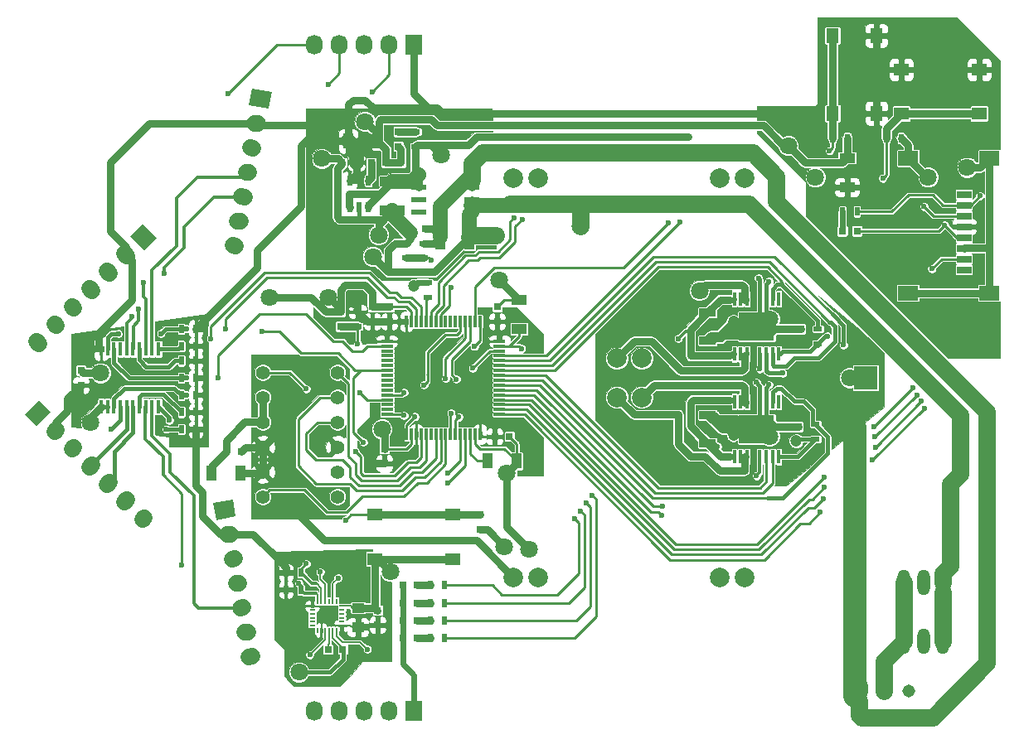
<source format=gtl>
G04 #@! TF.FileFunction,Copper,L1,Top,Signal*
%FSLAX46Y46*%
G04 Gerber Fmt 4.6, Leading zero omitted, Abs format (unit mm)*
G04 Created by KiCad (PCBNEW 4.0.2-stable) date 4/6/2016 7:40:00 AM*
%MOMM*%
G01*
G04 APERTURE LIST*
%ADD10C,0.100000*%
%ADD11C,2.000000*%
%ADD12R,1.700000X0.900000*%
%ADD13R,1.600000X1.000000*%
%ADD14R,1.000000X1.600000*%
%ADD15R,0.500000X0.900000*%
%ADD16R,0.900000X0.500000*%
%ADD17R,0.797560X0.797560*%
%ADD18R,0.600000X0.230000*%
%ADD19R,0.230000X0.600000*%
%ADD20R,0.300000X1.200000*%
%ADD21R,1.200000X0.300000*%
%ADD22R,0.450000X1.450000*%
%ADD23C,1.308000*%
%ADD24O,1.308000X2.616000*%
%ADD25R,1.550000X1.300000*%
%ADD26R,1.300000X1.550000*%
%ADD27R,2.370000X2.430000*%
%ADD28R,0.800000X0.750000*%
%ADD29R,0.750000X0.800000*%
%ADD30R,0.355600X1.473200*%
%ADD31R,3.581400X2.946400*%
%ADD32C,1.422400*%
%ADD33R,1.250000X1.000000*%
%ADD34R,1.000000X2.500000*%
%ADD35R,2.500000X1.000000*%
%ADD36R,0.550000X1.000000*%
%ADD37R,1.500000X0.550000*%
%ADD38R,1.727200X2.032000*%
%ADD39O,1.727200X2.032000*%
%ADD40C,1.727200*%
%ADD41R,1.500000X0.800000*%
%ADD42R,2.050000X1.500000*%
%ADD43C,1.800000*%
%ADD44C,1.200000*%
%ADD45C,0.600000*%
%ADD46C,0.800000*%
%ADD47C,0.400000*%
%ADD48C,1.800000*%
%ADD49C,1.500000*%
%ADD50C,0.600000*%
%ADD51C,0.280000*%
%ADD52C,0.350000*%
%ADD53C,0.200000*%
%ADD54C,2.400000*%
%ADD55C,0.250000*%
%ADD56C,0.025400*%
G04 APERTURE END LIST*
D10*
D11*
X208270000Y-110375000D03*
X210810000Y-110375000D03*
X189730000Y-110375000D03*
X197730000Y-92000000D03*
X200270000Y-92000000D03*
X187190000Y-110375000D03*
X189730000Y-69625000D03*
X187190000Y-69625000D03*
X208270000Y-69625000D03*
X200270000Y-88000000D03*
X197730000Y-88000000D03*
X210810000Y-69625000D03*
D12*
X207000000Y-83300000D03*
X207000000Y-86200000D03*
X207000000Y-96700000D03*
X207000000Y-93800000D03*
D13*
X187750000Y-82000000D03*
X187750000Y-85000000D03*
D14*
X184500000Y-98500000D03*
X187500000Y-98500000D03*
D13*
X221250000Y-70525000D03*
X221250000Y-67525000D03*
D14*
X159300000Y-99700000D03*
X156300000Y-99700000D03*
X170300000Y-65800000D03*
X173300000Y-65800000D03*
D15*
X180150000Y-111200000D03*
X178650000Y-111200000D03*
X180150000Y-113000000D03*
X178650000Y-113000000D03*
X180150000Y-114800000D03*
X178650000Y-114800000D03*
D16*
X176200000Y-77750000D03*
X176200000Y-76250000D03*
X178000000Y-76250000D03*
X178000000Y-77750000D03*
D15*
X222250000Y-73000000D03*
X220750000Y-73000000D03*
X154750000Y-88250000D03*
X153250000Y-88250000D03*
X154750000Y-86750000D03*
X153250000Y-86750000D03*
X154750000Y-93500000D03*
X153250000Y-93500000D03*
X154750000Y-95250000D03*
X153250000Y-95250000D03*
X154750000Y-85000000D03*
X153250000Y-85000000D03*
X154750000Y-90000000D03*
X153250000Y-90000000D03*
X154750000Y-91750000D03*
X153250000Y-91750000D03*
D16*
X177200000Y-66350000D03*
X177200000Y-64850000D03*
D15*
X225250000Y-65500000D03*
X226750000Y-65500000D03*
X219750000Y-65500000D03*
X221250000Y-65500000D03*
D16*
X218250000Y-86500000D03*
X218250000Y-85000000D03*
X218000000Y-96250000D03*
X218000000Y-94750000D03*
D15*
X163950000Y-111650000D03*
X165450000Y-111650000D03*
X163950000Y-109900000D03*
X165450000Y-109900000D03*
D16*
X178400000Y-80250000D03*
X178400000Y-81750000D03*
D15*
X180150000Y-116600000D03*
X178650000Y-116600000D03*
D16*
X171250000Y-83250000D03*
X171250000Y-84750000D03*
D17*
X177349300Y-116600000D03*
X175850700Y-116600000D03*
X177349300Y-113000000D03*
X175850700Y-113000000D03*
X177349300Y-114800000D03*
X175850700Y-114800000D03*
X222249300Y-75000000D03*
X220750700Y-75000000D03*
X175400000Y-64850700D03*
X175400000Y-66349300D03*
X177349300Y-111200000D03*
X175850700Y-111200000D03*
D18*
X166630000Y-113320000D03*
X166630000Y-113720000D03*
X166630000Y-114120000D03*
X166630000Y-114520000D03*
X166630000Y-114920000D03*
X166630000Y-115320000D03*
D19*
X167130000Y-115820000D03*
X167530000Y-115820000D03*
X167930000Y-115820000D03*
X168330000Y-115820000D03*
X168730000Y-115820000D03*
X169130000Y-115820000D03*
D18*
X169630000Y-115320000D03*
X169630000Y-114920000D03*
X169630000Y-114520000D03*
X169630000Y-114120000D03*
X169630000Y-113720000D03*
X169630000Y-113320000D03*
D19*
X169130000Y-112820000D03*
X168730000Y-112820000D03*
X168330000Y-112820000D03*
X167930000Y-112820000D03*
X167530000Y-112820000D03*
X167130000Y-112820000D03*
D20*
X178249937Y-84249937D03*
D21*
X174249937Y-89249937D03*
X174249937Y-92749938D03*
X174249937Y-93249938D03*
X174249937Y-93749938D03*
D20*
X176249937Y-95749938D03*
X177749937Y-95749938D03*
X178249937Y-95749938D03*
X178749937Y-95749938D03*
X179249937Y-95749938D03*
D21*
X185749938Y-89749937D03*
X185749938Y-89249937D03*
X185749938Y-88749937D03*
X185749938Y-88249937D03*
X185749938Y-87749937D03*
X185749938Y-87249937D03*
D20*
X183749938Y-84249937D03*
X183249938Y-84249937D03*
X180749938Y-95749938D03*
X181249938Y-95749938D03*
X181749938Y-95749938D03*
X180749938Y-84249937D03*
X180249938Y-84249937D03*
X179749937Y-84249937D03*
X179249937Y-84249937D03*
X178749937Y-84249937D03*
X177749937Y-84249937D03*
X177249937Y-84249937D03*
X182249938Y-95749938D03*
X182749938Y-95749938D03*
D21*
X185749938Y-93749938D03*
X185749938Y-93249938D03*
X185749938Y-92749938D03*
X185749938Y-92249938D03*
X174249937Y-89749937D03*
X174249937Y-90249938D03*
X174249937Y-90749938D03*
X174249937Y-91249938D03*
D20*
X179749937Y-95749938D03*
X180249938Y-95749938D03*
D21*
X185749938Y-91749938D03*
X185749938Y-91249938D03*
X185749938Y-90749938D03*
X185749938Y-90249938D03*
D20*
X182749938Y-84249937D03*
X182249938Y-84249937D03*
X181749938Y-84249937D03*
D21*
X174249937Y-86749937D03*
X174249937Y-87249937D03*
X174249937Y-87749937D03*
D20*
X181249938Y-84249937D03*
D21*
X174249937Y-88249937D03*
X174249937Y-88749937D03*
X174249937Y-86249937D03*
D20*
X183249938Y-95749938D03*
D21*
X185749938Y-86749937D03*
X174249937Y-92249938D03*
D20*
X177249937Y-95749938D03*
X183749938Y-95749938D03*
D21*
X185749938Y-86249937D03*
D20*
X176249937Y-84249937D03*
D21*
X174249937Y-91749938D03*
D20*
X176749937Y-95749938D03*
X176749937Y-84249937D03*
D22*
X145075000Y-92950000D03*
X145725000Y-92950000D03*
X146375000Y-92950000D03*
X147025000Y-92950000D03*
X147675000Y-92950000D03*
X148325000Y-92950000D03*
X148975000Y-92950000D03*
X149625000Y-92950000D03*
X150275000Y-92950000D03*
X150925000Y-92950000D03*
X150925000Y-87050000D03*
X150275000Y-87050000D03*
X149625000Y-87050000D03*
X148975000Y-87050000D03*
X148325000Y-87050000D03*
X147675000Y-87050000D03*
X147025000Y-87050000D03*
X146375000Y-87050000D03*
X145725000Y-87050000D03*
X145075000Y-87050000D03*
D23*
X227540000Y-122000000D03*
X225000000Y-122000000D03*
X222460000Y-122000000D03*
D24*
X227027500Y-110952500D03*
X229027500Y-110952500D03*
X231027500Y-110952500D03*
X227027500Y-116952500D03*
X229027500Y-116952500D03*
X231027500Y-116952500D03*
D25*
X173025000Y-108500000D03*
X173025000Y-104000000D03*
X180975000Y-104000000D03*
X180975000Y-108500000D03*
X234725000Y-58500000D03*
X234725000Y-63000000D03*
X226775000Y-63000000D03*
X226775000Y-58500000D03*
D26*
X224250000Y-62975000D03*
X219750000Y-62975000D03*
X219750000Y-55025000D03*
X224250000Y-55025000D03*
D27*
X223120000Y-90000000D03*
X216880000Y-90000000D03*
D28*
X172650000Y-68000000D03*
X174150000Y-68000000D03*
X171150000Y-68000000D03*
X169650000Y-68000000D03*
X177150000Y-68000000D03*
X175650000Y-68000000D03*
X159350000Y-97500000D03*
X157850000Y-97500000D03*
X168250000Y-117750000D03*
X169750000Y-117750000D03*
D29*
X173300000Y-115250000D03*
X173300000Y-113750000D03*
X216250000Y-93500000D03*
X216250000Y-95000000D03*
X216500000Y-86500000D03*
X216500000Y-85000000D03*
X143000000Y-90750000D03*
X143000000Y-89250000D03*
X183750000Y-104000000D03*
X183750000Y-105500000D03*
X169500000Y-84750000D03*
X169500000Y-83250000D03*
X174500000Y-82750000D03*
X174500000Y-84250000D03*
X172750000Y-84250000D03*
X172750000Y-82750000D03*
X174000000Y-97250000D03*
X174000000Y-98750000D03*
D28*
X186750000Y-96000000D03*
X185250000Y-96000000D03*
D29*
X185500000Y-82750000D03*
X185500000Y-84250000D03*
D28*
X178150000Y-74800000D03*
X176650000Y-74800000D03*
D30*
X209724160Y-87569400D03*
X210374400Y-87569400D03*
X211024641Y-87569400D03*
X211674881Y-87569400D03*
X212325119Y-87569400D03*
X212975359Y-87569400D03*
X213625600Y-87569400D03*
X214275840Y-87569400D03*
X214275840Y-81930600D03*
X213625600Y-81930600D03*
X212975359Y-81930600D03*
X212325119Y-81930600D03*
X211674881Y-81930600D03*
X211024641Y-81930600D03*
X210374400Y-81930600D03*
X209724160Y-81930600D03*
D31*
X212000000Y-84750000D03*
D30*
X209724160Y-98069400D03*
X210374400Y-98069400D03*
X211024641Y-98069400D03*
X211674881Y-98069400D03*
X212325119Y-98069400D03*
X212975359Y-98069400D03*
X213625600Y-98069400D03*
X214275840Y-98069400D03*
X214275840Y-92430600D03*
X213625600Y-92430600D03*
X212975359Y-92430600D03*
X212325119Y-92430600D03*
X211674881Y-92430600D03*
X211024641Y-92430600D03*
X210374400Y-92430600D03*
X209724160Y-92430600D03*
D31*
X212000000Y-95250000D03*
D32*
X161590000Y-91990000D03*
X161590000Y-89450000D03*
X169210000Y-89450000D03*
X169210000Y-94530000D03*
X169210000Y-102150000D03*
X161590000Y-94530000D03*
X169210000Y-99610000D03*
X161590000Y-102150000D03*
X169210000Y-91990000D03*
X161590000Y-97070000D03*
X169210000Y-97070000D03*
X161590000Y-99610000D03*
D33*
X171300000Y-115500000D03*
X171300000Y-113500000D03*
D34*
X179700000Y-75600000D03*
X182700000Y-75600000D03*
D35*
X174800000Y-69900000D03*
X174800000Y-72900000D03*
D36*
X172349938Y-72550063D03*
X171399937Y-72550063D03*
X170449937Y-72550063D03*
X172349938Y-69850062D03*
X170449937Y-69850062D03*
D37*
X182900063Y-71835063D03*
X177500062Y-71835063D03*
X182900063Y-73105063D03*
X182900063Y-70565062D03*
X182900063Y-69295062D03*
X177500062Y-70565062D03*
X177500062Y-69295062D03*
X177500062Y-73105063D03*
D38*
X177000000Y-124000000D03*
D39*
X174460000Y-124000000D03*
X171920000Y-124000000D03*
X169380000Y-124000000D03*
X166840000Y-124000000D03*
D38*
X177000000Y-56000000D03*
D39*
X174460000Y-56000000D03*
X171920000Y-56000000D03*
X169380000Y-56000000D03*
X166840000Y-56000000D03*
D10*
G36*
X156826199Y-104522672D02*
X156526274Y-102821712D01*
X158527403Y-102468858D01*
X158827328Y-104169818D01*
X156826199Y-104522672D01*
X156826199Y-104522672D01*
G37*
D40*
X157967782Y-106023641D02*
X158267952Y-105970713D01*
X158408849Y-108525052D02*
X158709019Y-108472124D01*
X158849915Y-111026464D02*
X159150085Y-110973536D01*
X159290981Y-113527876D02*
X159591151Y-113474948D01*
X159732048Y-116029287D02*
X160032218Y-115976359D01*
X160173114Y-118530699D02*
X160473284Y-118477771D01*
D10*
G36*
X160172672Y-62169818D02*
X160472597Y-60468858D01*
X162473726Y-60821712D01*
X162173801Y-62522672D01*
X160172672Y-62169818D01*
X160172672Y-62169818D01*
G37*
D40*
X160732048Y-63970713D02*
X161032218Y-64023641D01*
X160290981Y-66472124D02*
X160591151Y-66525052D01*
X159849915Y-68973536D02*
X160150085Y-69026464D01*
X159408849Y-71474948D02*
X159709019Y-71527876D01*
X158967782Y-73976359D02*
X159267952Y-74029287D01*
X158526716Y-76477771D02*
X158826886Y-76530699D01*
D10*
G36*
X138504083Y-94940924D02*
X137282768Y-93719609D01*
X138719609Y-92282768D01*
X139940924Y-93504083D01*
X138504083Y-94940924D01*
X138504083Y-94940924D01*
G37*
D40*
X140300135Y-95515661D02*
X140515661Y-95300135D01*
X142096186Y-97311712D02*
X142311712Y-97096186D01*
X143892237Y-99107763D02*
X144107763Y-98892237D01*
X145688288Y-100903814D02*
X145903814Y-100688288D01*
X147484339Y-102699865D02*
X147699865Y-102484339D01*
X149280391Y-104495917D02*
X149495917Y-104280391D01*
D10*
G36*
X148059076Y-75504083D02*
X149280391Y-74282768D01*
X150717232Y-75719609D01*
X149495917Y-76940924D01*
X148059076Y-75504083D01*
X148059076Y-75504083D01*
G37*
D40*
X147484339Y-77300135D02*
X147699865Y-77515661D01*
X145688288Y-79096186D02*
X145903814Y-79311712D01*
X143892237Y-80892237D02*
X144107763Y-81107763D01*
X142096186Y-82688288D02*
X142311712Y-82903814D01*
X140300135Y-84484339D02*
X140515661Y-84699865D01*
X138504083Y-86280391D02*
X138719609Y-86495917D01*
D41*
X233175000Y-71250000D03*
X233175000Y-72350000D03*
X233175000Y-73450000D03*
X233175000Y-74550000D03*
X233175000Y-75650000D03*
X233175000Y-76750000D03*
X233175000Y-77850000D03*
X233175000Y-78950000D03*
D42*
X235775000Y-67575000D03*
X227475000Y-67575000D03*
X227475000Y-81325000D03*
X235775000Y-81325000D03*
D43*
X218000000Y-69500000D03*
D44*
X209640000Y-95810000D03*
X209630000Y-84280000D03*
D45*
X213270000Y-80140000D03*
X212200000Y-79800000D03*
D43*
X221500000Y-90000000D03*
X174600000Y-109800000D03*
D44*
X177000000Y-80600000D03*
D43*
X167600000Y-67600000D03*
X172000000Y-63800000D03*
D45*
X188000000Y-87000000D03*
X176000000Y-91500000D03*
D43*
X186250000Y-107250000D03*
X186500000Y-99750000D03*
X188750000Y-107500000D03*
X173750000Y-95250000D03*
X168250000Y-81750000D03*
X162250000Y-81750000D03*
X185750000Y-80000000D03*
X194000000Y-74500000D03*
D45*
X213250000Y-90690000D03*
X211970000Y-90460000D03*
D43*
X215225000Y-66275000D03*
D45*
X152020000Y-94340000D03*
D43*
X165270000Y-120080000D03*
D45*
X166380000Y-118290000D03*
X169260000Y-110450000D03*
X167430000Y-109830000D03*
D43*
X145000000Y-89500000D03*
X233500000Y-68500000D03*
X229500000Y-69500000D03*
X144000000Y-94600000D03*
X172800000Y-77600000D03*
X185400000Y-75400000D03*
X173400000Y-75400000D03*
X213342500Y-84015000D03*
X213342500Y-95985000D03*
D45*
X177100000Y-93970000D03*
X175980000Y-93850000D03*
D44*
X216060000Y-96450000D03*
D45*
X219240000Y-85750000D03*
D44*
X227660000Y-78910000D03*
D45*
X163250000Y-108500000D03*
X172750000Y-98750000D03*
D43*
X171000000Y-82000000D03*
X168500000Y-75500000D03*
X215375000Y-63575000D03*
D45*
X183180000Y-86780000D03*
X172750000Y-60750000D03*
X183010000Y-89010000D03*
X168250000Y-60000000D03*
X158000000Y-61000000D03*
X161500000Y-85250000D03*
X170030000Y-104530000D03*
X171840000Y-96590000D03*
D43*
X164250000Y-103020000D03*
X163860000Y-94800000D03*
X179800000Y-67200000D03*
D45*
X205000000Y-65400000D03*
D44*
X215470000Y-86240000D03*
X215340000Y-93600000D03*
X216280000Y-91250000D03*
D45*
X171500000Y-91500000D03*
X171250000Y-86500000D03*
X224125000Y-97075000D03*
X228800000Y-92400000D03*
X218800000Y-102400000D03*
X231200000Y-74400000D03*
X223850000Y-98400000D03*
X229150000Y-93100000D03*
X218500000Y-103750000D03*
X234800000Y-71400000D03*
X224010000Y-95010000D03*
X228000000Y-91000000D03*
X229100000Y-72500000D03*
X218885000Y-100135000D03*
X224075000Y-96025000D03*
X228350000Y-91750000D03*
X229900000Y-78850000D03*
X218900000Y-101200000D03*
X202390000Y-103160000D03*
X187200000Y-73630000D03*
X180250000Y-90050000D03*
X194600000Y-102800000D03*
X181330000Y-90130000D03*
X195200000Y-102000000D03*
X208000000Y-97000000D03*
X212000000Y-100000000D03*
X212310000Y-89100000D03*
X204000000Y-86000000D03*
X180500000Y-100750000D03*
X166000000Y-109000000D03*
X178030000Y-90720000D03*
X165250000Y-111000000D03*
X224900000Y-69600000D03*
X204150000Y-74100000D03*
X219450000Y-66800000D03*
X203000000Y-74150000D03*
X153750000Y-91750000D03*
X157000000Y-90000000D03*
X153750000Y-90000000D03*
X156250000Y-86000000D03*
X153750000Y-85000000D03*
X157750000Y-85000000D03*
X151170000Y-85490000D03*
X146820000Y-85490000D03*
X146080000Y-95250000D03*
X151710000Y-95250000D03*
X180800000Y-80800000D03*
X178750000Y-78000000D03*
X188090000Y-73800000D03*
X214660000Y-89530000D03*
X220860000Y-86650000D03*
X202290000Y-104090000D03*
X180500000Y-99750000D03*
X172250000Y-117750000D03*
X171030000Y-97520000D03*
X166000000Y-91120000D03*
X153325000Y-109175000D03*
X149400000Y-80275000D03*
X151525000Y-79325000D03*
X148900000Y-83000000D03*
X148175000Y-83700000D03*
D43*
X206165000Y-81085000D03*
D45*
X193400000Y-104400000D03*
X181600000Y-94000000D03*
X194000000Y-103600000D03*
X180800000Y-93600000D03*
D46*
X208565000Y-94735000D02*
X211485000Y-94735000D01*
X211485000Y-94735000D02*
X212000000Y-95250000D01*
X212000000Y-95250000D02*
X211040000Y-95250000D01*
X211040000Y-95250000D02*
X209950000Y-94160000D01*
X209950000Y-94160000D02*
X207990000Y-94160000D01*
X207000000Y-93800000D02*
X207630000Y-93800000D01*
X207630000Y-93800000D02*
X207990000Y-94160000D01*
X207990000Y-94160000D02*
X208565000Y-94735000D01*
X208565000Y-94735000D02*
X209640000Y-95810000D01*
X207630000Y-93800000D02*
X209640000Y-95810000D01*
X212000000Y-95250000D02*
X208450000Y-95250000D01*
X208450000Y-95250000D02*
X207000000Y-93800000D01*
X212000000Y-84750000D02*
X210190000Y-84750000D01*
X210190000Y-84750000D02*
X209710000Y-85230000D01*
X212000000Y-84750000D02*
X210100000Y-84750000D01*
X208250000Y-85660000D02*
X209630000Y-84280000D01*
X207340000Y-85660000D02*
X208250000Y-85660000D01*
D47*
X209630000Y-84280000D02*
X207710000Y-86200000D01*
D46*
X210100000Y-84750000D02*
X209630000Y-84280000D01*
X211090000Y-85660000D02*
X210060000Y-85660000D01*
X207340000Y-85660000D02*
X210060000Y-85660000D01*
X207340000Y-85660000D02*
X207000000Y-86000000D01*
X211090000Y-85660000D02*
X212000000Y-84750000D01*
X207000000Y-86200000D02*
X207000000Y-86000000D01*
D47*
X212975359Y-81930600D02*
X212975359Y-80434641D01*
X212975359Y-80434641D02*
X213270000Y-80140000D01*
X212325119Y-81930600D02*
X212325119Y-79925119D01*
X212325119Y-79925119D02*
X212200000Y-79800000D01*
X207000000Y-86200000D02*
X207710000Y-86200000D01*
D48*
X231027500Y-110952500D02*
X231027500Y-109972500D01*
X231027500Y-109972500D02*
X231800000Y-109200000D01*
D49*
X221500000Y-90000000D02*
X223120000Y-90000000D01*
D48*
X231027500Y-116952500D02*
X231027500Y-111952500D01*
X231800000Y-103000000D02*
X231800000Y-109200000D01*
D46*
X173025000Y-108500000D02*
X173300000Y-108500000D01*
X173300000Y-108500000D02*
X174600000Y-109800000D01*
D50*
X178400000Y-80250000D02*
X177350000Y-80250000D01*
X177350000Y-80250000D02*
X177000000Y-80600000D01*
D46*
X169250000Y-67600000D02*
X167600000Y-67600000D01*
X169650000Y-68000000D02*
X169250000Y-67600000D01*
X172800000Y-64600000D02*
X172000000Y-63800000D01*
X172800000Y-64600000D02*
X173400000Y-64600000D01*
D50*
X177000000Y-124000000D02*
X177000000Y-120400000D01*
X175850700Y-119250700D02*
X175850700Y-116600000D01*
X177000000Y-120400000D02*
X175850700Y-119250700D01*
X175850700Y-111200000D02*
X175850700Y-113000000D01*
X175850700Y-113000000D02*
X175850700Y-114800000D01*
X175850700Y-114800000D02*
X175850700Y-116600000D01*
D51*
X185749938Y-86749937D02*
X187749937Y-86749937D01*
X187749937Y-86749937D02*
X188000000Y-87000000D01*
X174249937Y-91749938D02*
X175750062Y-91749938D01*
X175750062Y-91749938D02*
X176000000Y-91500000D01*
D46*
X183750000Y-105500000D02*
X184500000Y-105500000D01*
X184500000Y-105500000D02*
X186250000Y-107250000D01*
X173025000Y-108500000D02*
X180975000Y-108500000D01*
X173025000Y-108500000D02*
X173025000Y-113475000D01*
X173025000Y-113475000D02*
X173300000Y-113750000D01*
X186500000Y-99750000D02*
X186500000Y-105250000D01*
X187500000Y-98750000D02*
X186500000Y-99750000D01*
X186500000Y-105250000D02*
X188750000Y-107500000D01*
X187500000Y-98500000D02*
X187500000Y-98750000D01*
X174000000Y-97250000D02*
X174000000Y-95500000D01*
X174000000Y-95500000D02*
X173750000Y-95250000D01*
X169500000Y-83250000D02*
X169500000Y-83000000D01*
X169500000Y-83000000D02*
X168250000Y-81750000D01*
X169500000Y-83250000D02*
X168000000Y-83250000D01*
X166500000Y-81750000D02*
X162250000Y-81750000D01*
X168000000Y-83250000D02*
X166500000Y-81750000D01*
X169500000Y-83250000D02*
X169500000Y-81000000D01*
X172750000Y-81250000D02*
X172750000Y-82750000D01*
X172000000Y-80500000D02*
X172750000Y-81250000D01*
X170000000Y-80500000D02*
X172000000Y-80500000D01*
X169500000Y-81000000D02*
X170000000Y-80500000D01*
X174500000Y-82750000D02*
X172750000Y-82750000D01*
D51*
X176749937Y-84249937D02*
X176749937Y-83249937D01*
X176250000Y-82750000D02*
X174500000Y-82750000D01*
X176749937Y-83249937D02*
X176250000Y-82750000D01*
D46*
X187750000Y-82000000D02*
X185750000Y-80000000D01*
D51*
X187750000Y-82000000D02*
X186250000Y-82000000D01*
X186250000Y-82000000D02*
X185500000Y-82750000D01*
X185749938Y-86749937D02*
X186749937Y-86749937D01*
X187750000Y-85749874D02*
X187750000Y-85000000D01*
X186749937Y-86749937D02*
X187750000Y-85749874D01*
X183249938Y-95749938D02*
X183249938Y-96749938D01*
X186250000Y-97250000D02*
X187500000Y-98500000D01*
X183750000Y-97250000D02*
X186250000Y-97250000D01*
X183249938Y-96749938D02*
X183750000Y-97250000D01*
X187500000Y-98500000D02*
X187500000Y-96750000D01*
X187500000Y-96750000D02*
X186750000Y-96000000D01*
X176749937Y-95749938D02*
X176749937Y-96750063D01*
X176250000Y-97250000D02*
X174000000Y-97250000D01*
X176749937Y-96750063D02*
X176250000Y-97250000D01*
D48*
X194000000Y-72200000D02*
X194000000Y-74500000D01*
D52*
X211552500Y-95985000D02*
X212447500Y-95985000D01*
X207000000Y-86200000D02*
X208472500Y-86200000D01*
X208472500Y-86200000D02*
X210657500Y-84015000D01*
D47*
X210657500Y-84015000D02*
X213342500Y-84015000D01*
X210657500Y-85485000D02*
X213342500Y-85485000D01*
X210657500Y-94515000D02*
X213342500Y-94515000D01*
X210657500Y-95985000D02*
X213342500Y-95985000D01*
X211552500Y-95985000D02*
X213342500Y-95985000D01*
X212975000Y-92475000D02*
X212960000Y-92460000D01*
X212960000Y-92460000D02*
X212960000Y-90980000D01*
X212960000Y-90980000D02*
X213250000Y-90690000D01*
X212325000Y-92475000D02*
X212330000Y-92470000D01*
X212330000Y-92470000D02*
X212330000Y-90820000D01*
X212330000Y-90820000D02*
X211970000Y-90460000D01*
X212325000Y-81975000D02*
X212310000Y-81960000D01*
X213342500Y-84015000D02*
X212975000Y-83647500D01*
X212975000Y-83647500D02*
X212975000Y-81975000D01*
X212447500Y-84015000D02*
X212325000Y-83892500D01*
X212325000Y-83892500D02*
X212325000Y-81975000D01*
X213342500Y-94515000D02*
X212975000Y-94147500D01*
X212975000Y-94147500D02*
X212975000Y-92475000D01*
X212447500Y-94515000D02*
X212325000Y-94392500D01*
X212325000Y-94392500D02*
X212325000Y-92475000D01*
D46*
X221250000Y-67525000D02*
X220775000Y-68000000D01*
X220775000Y-68000000D02*
X216950000Y-68000000D01*
X216950000Y-68000000D02*
X215225000Y-66275000D01*
X212700000Y-64200000D02*
X214775000Y-66275000D01*
X214775000Y-66275000D02*
X215225000Y-66275000D01*
X178800000Y-63600000D02*
X179400000Y-64200000D01*
X173600000Y-63600000D02*
X178800000Y-63600000D01*
X173400000Y-64600000D02*
X173400000Y-63800000D01*
X173400000Y-63800000D02*
X173600000Y-63600000D01*
X179400000Y-64200000D02*
X212700000Y-64200000D01*
X173400000Y-65700000D02*
X173400000Y-64600000D01*
D47*
X150925000Y-92950000D02*
X152020000Y-94045000D01*
X152020000Y-94045000D02*
X152020000Y-94340000D01*
D46*
X157850000Y-97500000D02*
X156300000Y-99050000D01*
X156300000Y-99050000D02*
X156300000Y-99700000D01*
X159750000Y-94500000D02*
X157850000Y-96400000D01*
X161560000Y-94500000D02*
X159750000Y-94500000D01*
X157850000Y-96400000D02*
X157850000Y-97500000D01*
X161590000Y-94530000D02*
X161560000Y-94500000D01*
X161590000Y-91990000D02*
X161590000Y-94530000D01*
D47*
X169770000Y-118770000D02*
X168460000Y-120080000D01*
X169770000Y-117770000D02*
X169770000Y-118770000D01*
X168460000Y-120080000D02*
X165270000Y-120080000D01*
X169750000Y-117750000D02*
X169770000Y-117770000D01*
D53*
X166380000Y-118290000D02*
X167920000Y-116750000D01*
X167920000Y-116750000D02*
X167920000Y-115830000D01*
X167930000Y-115820000D02*
X167920000Y-115830000D01*
X169750000Y-117640000D02*
X168730000Y-116620000D01*
X168730000Y-116620000D02*
X168730000Y-115820000D01*
X169750000Y-117640000D02*
X169750000Y-117750000D01*
X170700000Y-113500000D02*
X170520000Y-113320000D01*
X170520000Y-113320000D02*
X169630000Y-113320000D01*
X170700000Y-113500000D02*
X171300000Y-113500000D01*
D46*
X173300000Y-113750000D02*
X173050000Y-113500000D01*
X173050000Y-113500000D02*
X171300000Y-113500000D01*
D53*
X169260000Y-110450000D02*
X168730000Y-110980000D01*
X168730000Y-110980000D02*
X168730000Y-112820000D01*
X167930000Y-111100000D02*
X167430000Y-110600000D01*
X167430000Y-110600000D02*
X167430000Y-109830000D01*
X167930000Y-112820000D02*
X167930000Y-111100000D01*
X167930000Y-111100000D02*
X167930000Y-111090000D01*
D46*
X143000000Y-89250000D02*
X143250000Y-89500000D01*
X143250000Y-89500000D02*
X145000000Y-89500000D01*
X235775000Y-67575000D02*
X234850000Y-68500000D01*
X234850000Y-68500000D02*
X233500000Y-68500000D01*
X226750000Y-65500000D02*
X227475000Y-66225000D01*
X227475000Y-66225000D02*
X227475000Y-67575000D01*
X227475000Y-67575000D02*
X229400000Y-69500000D01*
X229400000Y-69500000D02*
X229500000Y-69500000D01*
X227475000Y-67575000D02*
X227400000Y-67500000D01*
X221250000Y-65500000D02*
X221250000Y-67525000D01*
X233175000Y-76750000D02*
X233200000Y-76725000D01*
X233200000Y-76725000D02*
X235775000Y-76725000D01*
X235775000Y-81325000D02*
X235775000Y-76725000D01*
X235775000Y-76725000D02*
X235775000Y-67575000D01*
X227475000Y-81325000D02*
X235775000Y-81325000D01*
D48*
X217112500Y-78112500D02*
X232800000Y-93800000D01*
X232800000Y-93800000D02*
X232800000Y-97075000D01*
X217112500Y-78112500D02*
X211200000Y-72200000D01*
D47*
X145075000Y-92950000D02*
X145725000Y-92950000D01*
D46*
X144000000Y-94025000D02*
X145075000Y-92950000D01*
X144000000Y-94600000D02*
X144000000Y-94025000D01*
X174400000Y-79200000D02*
X172800000Y-77600000D01*
D48*
X182700000Y-75600000D02*
X182900000Y-75400000D01*
X182900000Y-75400000D02*
X185400000Y-75400000D01*
D46*
X174800000Y-72900000D02*
X173400000Y-74300000D01*
X173400000Y-74300000D02*
X173400000Y-75400000D01*
X173300000Y-65800000D02*
X173400000Y-65700000D01*
X175400000Y-66349300D02*
X175650000Y-66599300D01*
X175650000Y-66599300D02*
X175650000Y-68000000D01*
X175650000Y-68000000D02*
X175600000Y-67950000D01*
X174150000Y-68000000D02*
X175650000Y-68000000D01*
X173300000Y-65800000D02*
X174150000Y-66650000D01*
X174150000Y-66650000D02*
X174150000Y-68000000D01*
X169650000Y-68150000D02*
X169200000Y-68600000D01*
X169200000Y-73600000D02*
X169200000Y-68600000D01*
X169400000Y-73800000D02*
X171400000Y-73800000D01*
X169400000Y-73800000D02*
X169200000Y-73600000D01*
X169650000Y-68150000D02*
X169650000Y-68000000D01*
D47*
X171399937Y-72550063D02*
X171400000Y-72550126D01*
X171400000Y-72550126D02*
X171400000Y-73800000D01*
D46*
X174800000Y-72900000D02*
X173900000Y-73800000D01*
X173900000Y-73800000D02*
X171400000Y-73800000D01*
D49*
X176650000Y-75200000D02*
X174800000Y-73350000D01*
X174800000Y-73350000D02*
X174800000Y-72900000D01*
D46*
X176200000Y-76250000D02*
X176650000Y-75800000D01*
X176650000Y-75800000D02*
X176650000Y-75200000D01*
X176650000Y-75200000D02*
X176650000Y-74800000D01*
X175000000Y-76400000D02*
X175150000Y-76250000D01*
X174400000Y-77000000D02*
X175000000Y-76400000D01*
X182700000Y-75600000D02*
X179100000Y-79200000D01*
X179100000Y-79200000D02*
X174400000Y-79200000D01*
X174400000Y-79200000D02*
X174400000Y-77000000D01*
X175150000Y-76250000D02*
X176200000Y-76250000D01*
D49*
X182900063Y-73105063D02*
X182700000Y-73305126D01*
X182700000Y-73305126D02*
X182700000Y-75600000D01*
D46*
X182900063Y-73105063D02*
X183000000Y-73005126D01*
X183000000Y-73005126D02*
X183000000Y-72400000D01*
X183000000Y-72400000D02*
X182800000Y-72400000D01*
X182900063Y-71835063D02*
X182800000Y-71935126D01*
X182800000Y-71935126D02*
X182800000Y-72400000D01*
X182800000Y-72400000D02*
X182800000Y-72400000D01*
D49*
X186800000Y-72200000D02*
X186600000Y-72400000D01*
D48*
X186800000Y-72200000D02*
X194000000Y-72200000D01*
X194000000Y-72200000D02*
X211200000Y-72200000D01*
D49*
X186600000Y-72400000D02*
X182800000Y-72400000D01*
D46*
X213342500Y-94515000D02*
X213827500Y-95000000D01*
X213827500Y-95000000D02*
X216250000Y-95000000D01*
X213342500Y-85485000D02*
X213827500Y-85000000D01*
X213827500Y-85000000D02*
X216500000Y-85000000D01*
D48*
X232800000Y-97075000D02*
X232800000Y-99800000D01*
X231800000Y-100800000D02*
X232800000Y-99800000D01*
X231800000Y-103000000D02*
X231800000Y-100800000D01*
D51*
X176249937Y-95749938D02*
X176249937Y-94820063D01*
X176249937Y-94820063D02*
X177100000Y-93970000D01*
X174249937Y-93749938D02*
X175879938Y-93749938D01*
X175879938Y-93749938D02*
X175980000Y-93850000D01*
D47*
X218000000Y-96250000D02*
X216260000Y-96250000D01*
X216260000Y-96250000D02*
X216060000Y-96450000D01*
X214275000Y-98025000D02*
X216225000Y-98025000D01*
X216225000Y-98025000D02*
X218000000Y-96250000D01*
D51*
X219240000Y-85750000D02*
X219000000Y-85750000D01*
X219000000Y-85750000D02*
X218250000Y-86500000D01*
D46*
X170300000Y-65800000D02*
X170300000Y-62100000D01*
X172000000Y-61600000D02*
X172800000Y-62400000D01*
X170800000Y-61600000D02*
X172000000Y-61600000D01*
X170300000Y-62100000D02*
X170800000Y-61600000D01*
X174000000Y-98750000D02*
X172750000Y-98750000D01*
X163250000Y-108500000D02*
X163175000Y-108575000D01*
X163175000Y-108575000D02*
X163250000Y-108500000D01*
X163250000Y-108500000D02*
X163250000Y-108650000D01*
X171250000Y-82250000D02*
X171000000Y-82000000D01*
X171250000Y-83250000D02*
X171250000Y-82250000D01*
X172750000Y-84250000D02*
X172250000Y-84250000D01*
X172250000Y-84250000D02*
X171250000Y-83250000D01*
X174500000Y-84250000D02*
X172750000Y-84250000D01*
D51*
X176249937Y-84249937D02*
X174500063Y-84249937D01*
X174500063Y-84249937D02*
X174500000Y-84250000D01*
X185500000Y-84250000D02*
X185500000Y-85999999D01*
X185500000Y-85999999D02*
X185749938Y-86249937D01*
X185250000Y-96000000D02*
X184000000Y-96000000D01*
X184000000Y-96000000D02*
X183749938Y-95749938D01*
X177249937Y-95749938D02*
X177249937Y-97500063D01*
X175250000Y-98750000D02*
X174000000Y-98750000D01*
X176000000Y-98000000D02*
X175250000Y-98750000D01*
X176750000Y-98000000D02*
X176000000Y-98000000D01*
X177249937Y-97500063D02*
X176750000Y-98000000D01*
D47*
X218250000Y-86500000D02*
X219000000Y-85750000D01*
X214435000Y-87525000D02*
X214640000Y-87320000D01*
X217430000Y-87320000D02*
X214640000Y-87320000D01*
X217430000Y-87320000D02*
X218250000Y-86500000D01*
X214435000Y-87525000D02*
X214275000Y-87525000D01*
X218250000Y-86690000D02*
X218250000Y-86500000D01*
X214275000Y-87525000D02*
X214280000Y-87530000D01*
D46*
X154750000Y-85000000D02*
X161000000Y-78750000D01*
X165500000Y-66300000D02*
X167600000Y-64200000D01*
X165500000Y-72500000D02*
X165500000Y-66300000D01*
X161000000Y-77000000D02*
X165500000Y-72500000D01*
X161000000Y-78750000D02*
X161000000Y-77000000D01*
X154750000Y-95250000D02*
X154750000Y-101000000D01*
X154750000Y-101000000D02*
X154750000Y-100750000D01*
X154750000Y-100750000D02*
X154750000Y-101000000D01*
D53*
X167050000Y-116960000D02*
X167530000Y-116480000D01*
X165580000Y-116960000D02*
X167050000Y-116960000D01*
X164730000Y-113320000D02*
X165530000Y-114120000D01*
X165530000Y-114120000D02*
X165530000Y-116910000D01*
X165530000Y-116910000D02*
X165580000Y-116960000D01*
X167530000Y-116480000D02*
X167530000Y-115820000D01*
X171300000Y-115500000D02*
X171550000Y-115250000D01*
X171550000Y-115250000D02*
X173300000Y-115250000D01*
X170690000Y-115500000D02*
X170500000Y-115310000D01*
X170500000Y-115310000D02*
X169640000Y-115310000D01*
X170690000Y-115500000D02*
X171300000Y-115500000D01*
X169630000Y-115320000D02*
X169640000Y-115310000D01*
X164730000Y-113320000D02*
X163950000Y-112540000D01*
X166630000Y-113320000D02*
X164730000Y-113320000D01*
X163950000Y-112540000D02*
X163950000Y-111650000D01*
D46*
X224250000Y-62975000D02*
X224250000Y-55025000D01*
X213625000Y-63000000D02*
X214200000Y-63575000D01*
X214200000Y-63575000D02*
X215375000Y-63575000D01*
X155400000Y-104175000D02*
X157222177Y-105997177D01*
X157222177Y-105997177D02*
X158117867Y-105997177D01*
X154750000Y-101000000D02*
X155400000Y-101650000D01*
X155400000Y-101650000D02*
X155400000Y-104175000D01*
X160600000Y-106000000D02*
X163250000Y-108650000D01*
X163250000Y-108650000D02*
X163950000Y-109350000D01*
X158120690Y-106000000D02*
X160600000Y-106000000D01*
X163950000Y-109350000D02*
X163950000Y-109900000D01*
X158117867Y-105997177D02*
X158120690Y-106000000D01*
X158117867Y-105997177D02*
X158420690Y-106300000D01*
X158117867Y-105997177D02*
X158115044Y-106000000D01*
X140407898Y-94592102D02*
X141600000Y-93400000D01*
X141600000Y-92150000D02*
X141600000Y-93400000D01*
X141600000Y-92150000D02*
X143000000Y-90750000D01*
X140407898Y-94592102D02*
X140407898Y-95407898D01*
X148200000Y-82000000D02*
X144800000Y-85400000D01*
X148200000Y-78015796D02*
X148200000Y-82000000D01*
X144800000Y-85400000D02*
X144800000Y-86775000D01*
X147592102Y-77407898D02*
X148200000Y-78015796D01*
D47*
X145075000Y-87050000D02*
X144800000Y-86775000D01*
X144800000Y-86775000D02*
X144800000Y-86000000D01*
D46*
X147592102Y-76592102D02*
X146000000Y-75000000D01*
X146000000Y-68000000D02*
X146000000Y-75000000D01*
X150000000Y-64000000D02*
X160879310Y-64000000D01*
X150000000Y-64000000D02*
X146000000Y-68000000D01*
X147592102Y-76592102D02*
X147592102Y-77407898D01*
X160882133Y-63997177D02*
X160879310Y-64000000D01*
X167600000Y-64200000D02*
X169200000Y-65800000D01*
X161084956Y-64200000D02*
X167600000Y-64200000D01*
X169200000Y-65800000D02*
X170300000Y-65800000D01*
X160882133Y-63997177D02*
X161084956Y-64200000D01*
X178400000Y-62400000D02*
X177000000Y-61000000D01*
X177000000Y-61000000D02*
X177000000Y-56000000D01*
X179400000Y-62400000D02*
X180000000Y-63000000D01*
X172800000Y-62400000D02*
X178400000Y-62400000D01*
X178400000Y-62400000D02*
X179400000Y-62400000D01*
X180000000Y-63000000D02*
X213625000Y-63000000D01*
D49*
X170300000Y-65800000D02*
X171150000Y-66650000D01*
X171150000Y-66650000D02*
X171150000Y-68000000D01*
D46*
X170449937Y-69850062D02*
X171150000Y-69149999D01*
X171150000Y-69149999D02*
X171150000Y-68000000D01*
D51*
X183749938Y-84249937D02*
X183749938Y-86210062D01*
X183749938Y-86210062D02*
X183180000Y-86780000D01*
X174460000Y-59040000D02*
X174460000Y-56000000D01*
X172750000Y-60750000D02*
X174460000Y-59040000D01*
X184770063Y-87249937D02*
X185749938Y-87249937D01*
X183010000Y-89010000D02*
X184770063Y-87249937D01*
X169380000Y-58870000D02*
X169380000Y-56000000D01*
X168250000Y-60000000D02*
X169380000Y-58870000D01*
D46*
X173025000Y-104000000D02*
X180975000Y-104000000D01*
X180975000Y-104000000D02*
X183750000Y-104000000D01*
D51*
X173025000Y-104000000D02*
X170560000Y-104000000D01*
X170560000Y-104000000D02*
X170030000Y-104530000D01*
X171750000Y-89249937D02*
X170999937Y-89249937D01*
X163000000Y-56000000D02*
X166840000Y-56000000D01*
X158000000Y-61000000D02*
X163000000Y-56000000D01*
X163250000Y-85250000D02*
X161500000Y-85250000D01*
X165500000Y-87500000D02*
X163250000Y-85250000D01*
X169250000Y-87500000D02*
X165500000Y-87500000D01*
X170999937Y-89249937D02*
X169250000Y-87500000D01*
X174249937Y-89249937D02*
X171750000Y-89249937D01*
X171750000Y-89249937D02*
X171530063Y-89249937D01*
X170820002Y-95570002D02*
X171840000Y-96590000D01*
X170820002Y-89959998D02*
X170820002Y-95570002D01*
X171530063Y-89249937D02*
X170820002Y-89959998D01*
D46*
X172349938Y-69850062D02*
X172650000Y-69550000D01*
X172650000Y-69550000D02*
X172650000Y-68000000D01*
X187190000Y-110375000D02*
X183415000Y-106600000D01*
X167830000Y-106600000D02*
X164250000Y-103020000D01*
X183415000Y-106600000D02*
X167830000Y-106600000D01*
X177500062Y-70565062D02*
X177500062Y-69295062D01*
X162820000Y-95840000D02*
X163860000Y-94800000D01*
X159350000Y-97500000D02*
X159780000Y-97070000D01*
X159780000Y-97070000D02*
X161590000Y-97070000D01*
X161590000Y-99610000D02*
X161500000Y-99700000D01*
X161500000Y-99700000D02*
X159300000Y-99700000D01*
X161590000Y-97070000D02*
X161460000Y-97200000D01*
X161590000Y-97070000D02*
X161590000Y-99610000D01*
X178800000Y-66200000D02*
X179800000Y-67200000D01*
X162820000Y-95840000D02*
X161590000Y-97070000D01*
X182600000Y-66200000D02*
X183400000Y-65400000D01*
X177350000Y-66200000D02*
X178800000Y-66200000D01*
X178800000Y-66200000D02*
X182600000Y-66200000D01*
X183400000Y-65400000D02*
X205000000Y-65400000D01*
X177200000Y-66350000D02*
X177350000Y-66200000D01*
X177200000Y-66350000D02*
X177150000Y-66400000D01*
X177150000Y-66400000D02*
X177150000Y-68000000D01*
X170400000Y-71200000D02*
X173500000Y-71200000D01*
X170400000Y-72500126D02*
X170400000Y-71200000D01*
X173000000Y-71200000D02*
X173000000Y-71700000D01*
X173500000Y-71200000D02*
X173000000Y-71200000D01*
X170449937Y-72550063D02*
X170400000Y-72500126D01*
X174800000Y-69900000D02*
X173000000Y-71700000D01*
X173000000Y-71700000D02*
X172349938Y-72350062D01*
X172349938Y-72350062D02*
X172349938Y-72550063D01*
X177500062Y-69295062D02*
X177150000Y-68945000D01*
X177150000Y-68945000D02*
X177150000Y-68000000D01*
D49*
X177500062Y-69295062D02*
X176895124Y-69900000D01*
X176895124Y-69900000D02*
X174800000Y-69900000D01*
D53*
X168330000Y-117150000D02*
X168250000Y-117230000D01*
X168330000Y-115820000D02*
X168330000Y-117150000D01*
X168250000Y-117230000D02*
X168250000Y-117750000D01*
D48*
X229960000Y-124710000D02*
X222710000Y-124710000D01*
X214000000Y-72000000D02*
X214000000Y-69400000D01*
X182900063Y-68099937D02*
X182900063Y-69750000D01*
X184000000Y-67000000D02*
X182900063Y-68099937D01*
X211600000Y-67000000D02*
X184000000Y-67000000D01*
X214000000Y-69400000D02*
X211600000Y-67000000D01*
X222460000Y-123000000D02*
X222460000Y-124460000D01*
X235510000Y-93510000D02*
X214000000Y-72000000D01*
X235510000Y-117960000D02*
X235510000Y-93510000D01*
X235510000Y-119160000D02*
X229960000Y-124710000D01*
X235510000Y-117960000D02*
X235510000Y-119160000D01*
X222710000Y-124710000D02*
X222460000Y-124460000D01*
D46*
X182900063Y-70565062D02*
X182900063Y-69295062D01*
X182900063Y-69295062D02*
X183000000Y-69394999D01*
X183000000Y-69394999D02*
X183000000Y-69750000D01*
X183000000Y-69750000D02*
X182900063Y-69750000D01*
D48*
X222460000Y-122000000D02*
X222460000Y-121960000D01*
X222460000Y-121960000D02*
X222000000Y-121500000D01*
X222000000Y-121500000D02*
X222460000Y-121500000D01*
X222460000Y-122000000D02*
X222460000Y-121500000D01*
D47*
X215730000Y-86500000D02*
X216500000Y-86500000D01*
X215470000Y-86240000D02*
X215730000Y-86500000D01*
D50*
X216880000Y-90000000D02*
X216880000Y-90650000D01*
X216880000Y-90650000D02*
X216280000Y-91250000D01*
X215440000Y-93500000D02*
X216250000Y-93500000D01*
X215340000Y-93600000D02*
X215440000Y-93500000D01*
D48*
X182900063Y-69750000D02*
X182900063Y-69295062D01*
D46*
X179700000Y-75600000D02*
X179050000Y-76250000D01*
X179050000Y-76250000D02*
X178000000Y-76250000D01*
X179700000Y-75600000D02*
X178900000Y-74800000D01*
X178900000Y-74800000D02*
X178150000Y-74800000D01*
D49*
X182900063Y-69295062D02*
X179700000Y-72495125D01*
X179700000Y-72495125D02*
X179700000Y-75600000D01*
D54*
X222000000Y-122540000D02*
X222000000Y-95120000D01*
X222000000Y-95120000D02*
X216880000Y-90000000D01*
D51*
X171250000Y-84750000D02*
X171250000Y-86500000D01*
X172249938Y-92249938D02*
X174249937Y-92249938D01*
X171500000Y-91500000D02*
X172249938Y-92249938D01*
D46*
X171250000Y-84750000D02*
X169500000Y-84750000D01*
D51*
X182749938Y-95749938D02*
X182749938Y-97749938D01*
X183500000Y-98500000D02*
X184500000Y-98500000D01*
X182749938Y-97749938D02*
X183500000Y-98500000D01*
X224125000Y-97075000D02*
X228800000Y-92400000D01*
X222249300Y-75000000D02*
X230600000Y-75000000D01*
X230600000Y-75000000D02*
X231200000Y-74400000D01*
X217925000Y-103275000D02*
X218800000Y-102400000D01*
X217275000Y-103275000D02*
X217925000Y-103275000D01*
X231200000Y-74400000D02*
X232450000Y-75650000D01*
X232450000Y-75650000D02*
X233175000Y-75650000D01*
X185749938Y-93249938D02*
X188529938Y-93249938D01*
X212500000Y-108050000D02*
X217275000Y-103275000D01*
X217275000Y-103275000D02*
X217280000Y-103270000D01*
X203330000Y-108050000D02*
X212500000Y-108050000D01*
X188529938Y-93249938D02*
X203330000Y-108050000D01*
D50*
X220750000Y-73000000D02*
X220750000Y-74999300D01*
X220750000Y-74999300D02*
X220750700Y-75000000D01*
D46*
X177200000Y-64850000D02*
X177199300Y-64850700D01*
X177199300Y-64850700D02*
X175400000Y-64850700D01*
D51*
X223850000Y-98400000D02*
X229150000Y-93100000D01*
X216485000Y-104895000D02*
X217355000Y-104895000D01*
X217355000Y-104895000D02*
X218500000Y-103750000D01*
X227500000Y-71300000D02*
X230000000Y-71300000D01*
X231050000Y-72350000D02*
X230000000Y-71300000D01*
X233175000Y-72350000D02*
X231050000Y-72350000D01*
X225800000Y-73000000D02*
X227500000Y-71300000D01*
X225800000Y-73000000D02*
X222250000Y-73000000D01*
X234800000Y-71400000D02*
X233850000Y-72350000D01*
X233850000Y-72350000D02*
X233175000Y-72350000D01*
X185749938Y-93749938D02*
X188309938Y-93749938D01*
X212780000Y-108600000D02*
X216485000Y-104895000D01*
X203160000Y-108600000D02*
X212780000Y-108600000D01*
X188309938Y-93749938D02*
X203160000Y-108600000D01*
X224010000Y-95010000D02*
X228000000Y-91020000D01*
X228000000Y-91020000D02*
X228000000Y-91000000D01*
X229100000Y-72500000D02*
X230050000Y-73450000D01*
X230050000Y-73450000D02*
X233175000Y-73450000D01*
X203750000Y-107010000D02*
X212010000Y-107010000D01*
X188989938Y-92249938D02*
X203750000Y-107010000D01*
X185749938Y-92249938D02*
X188989938Y-92249938D01*
X212010000Y-107010000D02*
X218885000Y-100135000D01*
X218885000Y-100135000D02*
X218910000Y-100110000D01*
X224075000Y-96025000D02*
X228350000Y-91750000D01*
X217360000Y-102410000D02*
X217690000Y-102410000D01*
X217690000Y-102410000D02*
X218900000Y-101200000D01*
X233175000Y-77850000D02*
X230900000Y-77850000D01*
X230900000Y-77850000D02*
X229900000Y-78850000D01*
X185749938Y-92749938D02*
X188779938Y-92749938D01*
X212230000Y-107540000D02*
X217360000Y-102410000D01*
X203570000Y-107540000D02*
X212230000Y-107540000D01*
X188779938Y-92749938D02*
X203570000Y-107540000D01*
D46*
X177349300Y-111200000D02*
X178650000Y-111200000D01*
D51*
X185749938Y-91249938D02*
X189519938Y-91249938D01*
X201430000Y-103160000D02*
X202390000Y-103160000D01*
X189519938Y-91249938D02*
X201430000Y-103160000D01*
X179500000Y-82500000D02*
X179500000Y-80250000D01*
X179500000Y-80250000D02*
X182250000Y-77500000D01*
X185595000Y-77095000D02*
X183655000Y-77095000D01*
X183250000Y-77500000D02*
X182250000Y-77500000D01*
X183655000Y-77095000D02*
X183250000Y-77500000D01*
X178749937Y-83250000D02*
X178750000Y-83250000D01*
X178749937Y-83250000D02*
X178749937Y-84249937D01*
X178750000Y-83250000D02*
X179500000Y-82500000D01*
X185595000Y-77095000D02*
X186800000Y-75890000D01*
X186800000Y-75890000D02*
X186800000Y-74010000D01*
X186820000Y-74010000D02*
X186800000Y-74010000D01*
X187200000Y-73630000D02*
X186820000Y-74010000D01*
X180170000Y-88050000D02*
X182249938Y-85970062D01*
X180170000Y-89970000D02*
X180170000Y-88050000D01*
X180250000Y-90050000D02*
X180170000Y-89970000D01*
X195000000Y-103200000D02*
X195000000Y-108200000D01*
X194600000Y-102800000D02*
X195000000Y-103200000D01*
X195000000Y-113200000D02*
X195000000Y-113400000D01*
X195000000Y-113400000D02*
X193600000Y-114800000D01*
X193600000Y-114800000D02*
X180150000Y-114800000D01*
X195000000Y-108200000D02*
X195000000Y-113200000D01*
X182249938Y-85970062D02*
X182249938Y-84249937D01*
X180870000Y-88160000D02*
X182749938Y-86280062D01*
X180870000Y-89670000D02*
X180870000Y-88160000D01*
X181330000Y-90130000D02*
X180870000Y-89670000D01*
X182749938Y-86280062D02*
X182749938Y-84249937D01*
X195200000Y-102000000D02*
X195600000Y-102400000D01*
X195600000Y-102400000D02*
X195600000Y-103800000D01*
X193400000Y-116600000D02*
X180150000Y-116600000D01*
X195600000Y-114400000D02*
X193400000Y-116600000D01*
X195600000Y-102400000D02*
X195600000Y-103800000D01*
X195600000Y-103800000D02*
X195600000Y-114400000D01*
D52*
X209725000Y-92475000D02*
X209475000Y-92475000D01*
D46*
X205500000Y-92250000D02*
X209250000Y-92250000D01*
X205250000Y-94950000D02*
X207000000Y-96700000D01*
X205250000Y-94950000D02*
X205250000Y-92500000D01*
X205250000Y-92500000D02*
X205500000Y-92250000D01*
D52*
X209475000Y-92475000D02*
X209250000Y-92250000D01*
X209725000Y-98025000D02*
X209025000Y-98025000D01*
X209025000Y-98025000D02*
X209000000Y-98000000D01*
X212325000Y-98025000D02*
X212325000Y-99675000D01*
X208000000Y-97000000D02*
X207700000Y-96700000D01*
X212325000Y-99675000D02*
X212000000Y-100000000D01*
X207700000Y-96700000D02*
X207000000Y-96700000D01*
D46*
X207000000Y-96700000D02*
X208300000Y-98000000D01*
X208300000Y-98000000D02*
X209000000Y-98000000D01*
X209000000Y-98000000D02*
X209250000Y-98000000D01*
D47*
X209724160Y-81930600D02*
X209319400Y-81930600D01*
D46*
X208300000Y-82000000D02*
X209250000Y-82000000D01*
X208300000Y-82000000D02*
X207000000Y-83300000D01*
D47*
X209319400Y-81930600D02*
X209250000Y-82000000D01*
X212325119Y-89084881D02*
X212325119Y-87569400D01*
X212310000Y-89100000D02*
X212325119Y-89084881D01*
D52*
X204750000Y-85250000D02*
X205250000Y-85250000D01*
X204000000Y-86000000D02*
X204750000Y-85250000D01*
D47*
X209725000Y-87525000D02*
X209500000Y-87750000D01*
X209500000Y-87750000D02*
X209500000Y-87500000D01*
X209500000Y-87500000D02*
X209725000Y-87525000D01*
X209725000Y-81975000D02*
X209700000Y-82000000D01*
X209700000Y-82000000D02*
X209500000Y-82000000D01*
X209500000Y-82000000D02*
X209725000Y-81975000D01*
D46*
X209250000Y-87750000D02*
X205250000Y-87750000D01*
X205250000Y-87750000D02*
X205250000Y-85250000D01*
X205250000Y-85050000D02*
X205250000Y-85250000D01*
X205250000Y-85250000D02*
X205250000Y-85050000D01*
X207000000Y-83300000D02*
X205250000Y-85050000D01*
D51*
X178249937Y-84249937D02*
X178249937Y-82000063D01*
X178249937Y-82000063D02*
X178500000Y-81750000D01*
D55*
X182249938Y-99000062D02*
X182249938Y-95749938D01*
X180500000Y-100750000D02*
X182249938Y-99000062D01*
X165450000Y-109550000D02*
X166000000Y-109000000D01*
X165450000Y-109900000D02*
X165450000Y-109550000D01*
D53*
X167530000Y-111480000D02*
X167050000Y-111000000D01*
D52*
X166550000Y-111000000D02*
X167000000Y-111000000D01*
X165450000Y-109900000D02*
X166550000Y-111000000D01*
D53*
X167530000Y-111610000D02*
X167530000Y-112820000D01*
X167530000Y-111480000D02*
X167530000Y-111610000D01*
X167050000Y-111000000D02*
X167000000Y-111000000D01*
D51*
X178030000Y-90720000D02*
X178400000Y-90350000D01*
X178400000Y-90350000D02*
X178400000Y-89700000D01*
X178380000Y-89680000D02*
X178400000Y-89680000D01*
X178400000Y-89700000D02*
X178380000Y-89680000D01*
X178400000Y-87400000D02*
X178400000Y-89680000D01*
X178400000Y-89680000D02*
X178400000Y-90350000D01*
X180400000Y-85600000D02*
X180200000Y-85600000D01*
X180200000Y-85600000D02*
X178400000Y-87400000D01*
D55*
X165450000Y-111200000D02*
X165250000Y-111000000D01*
D51*
X181749938Y-84249937D02*
X181749938Y-85250062D01*
X181749938Y-85250062D02*
X181400000Y-85600000D01*
X181400000Y-85600000D02*
X180400000Y-85600000D01*
D55*
X165450000Y-111650000D02*
X165450000Y-111200000D01*
D53*
X167130000Y-112170000D02*
X167000000Y-112040000D01*
X167000000Y-112040000D02*
X167000000Y-112000000D01*
X167130000Y-112170000D02*
X167130000Y-112820000D01*
D52*
X165450000Y-111650000D02*
X165800000Y-112000000D01*
X165800000Y-112000000D02*
X167000000Y-112000000D01*
D47*
X215820000Y-92410000D02*
X215820000Y-92350000D01*
X214050000Y-91060000D02*
X213630000Y-91480000D01*
X214530000Y-91060000D02*
X214050000Y-91060000D01*
X215820000Y-92350000D02*
X214530000Y-91060000D01*
X219260000Y-96230000D02*
X219260000Y-97740000D01*
X214690000Y-102310000D02*
X213180000Y-102310000D01*
X219260000Y-97740000D02*
X214690000Y-102310000D01*
X218000000Y-94750000D02*
X219260000Y-96010000D01*
X219260000Y-96010000D02*
X219260000Y-96230000D01*
X217705000Y-93295000D02*
X217705000Y-94455000D01*
X217705000Y-94455000D02*
X218000000Y-94750000D01*
D51*
X189829938Y-90749938D02*
X201390000Y-102310000D01*
X189829938Y-90749938D02*
X185749938Y-90749938D01*
X201390000Y-102310000D02*
X213180000Y-102310000D01*
D47*
X217705000Y-93295000D02*
X216820000Y-92410000D01*
X215820000Y-92410000D02*
X216820000Y-92410000D01*
X213630000Y-91480000D02*
X213630000Y-92470000D01*
X213625000Y-92475000D02*
X213630000Y-92470000D01*
X218240000Y-84990000D02*
X218240000Y-84120000D01*
X214620000Y-80500000D02*
X218240000Y-84120000D01*
X214620000Y-80500000D02*
X214620000Y-80460000D01*
X218240000Y-84990000D02*
X218250000Y-85000000D01*
X213625600Y-81930600D02*
X213625600Y-80904400D01*
X213625600Y-80904400D02*
X214070000Y-80460000D01*
X214070000Y-80460000D02*
X214620000Y-80460000D01*
D51*
X214620000Y-80180000D02*
X214620000Y-80460000D01*
X185749938Y-89249937D02*
X191370063Y-89249937D01*
X213120000Y-78680000D02*
X214620000Y-80180000D01*
X201940000Y-78680000D02*
X213120000Y-78680000D01*
X191370063Y-89249937D02*
X201940000Y-78680000D01*
D47*
X213640000Y-81960000D02*
X213640000Y-81260000D01*
X213625000Y-81975000D02*
X213640000Y-81960000D01*
X213625000Y-81975000D02*
X213630000Y-81980000D01*
D51*
X185749938Y-87749937D02*
X190500063Y-87749937D01*
X225250000Y-69250000D02*
X225250000Y-65500000D01*
X224900000Y-69600000D02*
X225250000Y-69250000D01*
X190500063Y-87749937D02*
X204150000Y-74100000D01*
D46*
X226775000Y-63000000D02*
X225250000Y-64525000D01*
X225250000Y-64525000D02*
X225250000Y-65500000D01*
X226775000Y-63000000D02*
X234725000Y-63000000D01*
D51*
X183249938Y-84249937D02*
X183249938Y-80650062D01*
X219750000Y-66500000D02*
X219750000Y-65500000D01*
X219450000Y-66800000D02*
X219750000Y-66500000D01*
X198450000Y-78700000D02*
X203000000Y-74150000D01*
X185200000Y-78700000D02*
X198450000Y-78700000D01*
X183249938Y-80650062D02*
X185200000Y-78700000D01*
D46*
X219750000Y-65500000D02*
X219750000Y-62975000D01*
X219750000Y-62975000D02*
X219750000Y-55025000D01*
D51*
X174249937Y-86749937D02*
X172250063Y-86749937D01*
X153750000Y-91750000D02*
X153250000Y-91750000D01*
X157000000Y-87750000D02*
X157000000Y-90000000D01*
X161250000Y-83500000D02*
X157000000Y-87750000D01*
X166000000Y-83500000D02*
X161250000Y-83500000D01*
X168750000Y-86250000D02*
X166000000Y-83500000D01*
X169750000Y-86250000D02*
X168750000Y-86250000D01*
X170750000Y-87250000D02*
X169750000Y-86250000D01*
X171750000Y-87250000D02*
X170750000Y-87250000D01*
X172250063Y-86749937D02*
X171750000Y-87250000D01*
D47*
X147450000Y-91060000D02*
X146375000Y-92135000D01*
X152560000Y-91060000D02*
X147450000Y-91060000D01*
X153250000Y-91750000D02*
X152560000Y-91060000D01*
X146375000Y-92135000D02*
X146375000Y-92950000D01*
D51*
X156750000Y-84250000D02*
X156250000Y-84750000D01*
X177749937Y-82749937D02*
X176750000Y-81750000D01*
X176750000Y-81750000D02*
X175750000Y-81750000D01*
X175750000Y-81750000D02*
X175250000Y-81250000D01*
X175250000Y-81250000D02*
X174500000Y-81250000D01*
X174500000Y-81250000D02*
X172500000Y-79250000D01*
X172500000Y-79250000D02*
X161750000Y-79250000D01*
X161750000Y-79250000D02*
X156750000Y-84250000D01*
X177749937Y-84249937D02*
X177749937Y-82749937D01*
X153750000Y-90000000D02*
X153250000Y-90000000D01*
X156250000Y-84750000D02*
X156250000Y-86000000D01*
D47*
X146360000Y-88450000D02*
X147910000Y-90000000D01*
X146360000Y-87065000D02*
X146360000Y-88450000D01*
X147910000Y-90000000D02*
X153250000Y-90000000D01*
X146375000Y-87050000D02*
X146360000Y-87065000D01*
D51*
X157750000Y-85000000D02*
X157750000Y-84000000D01*
X157750000Y-84000000D02*
X162000000Y-79750000D01*
X177249937Y-84249937D02*
X177249937Y-82999937D01*
X153750000Y-85000000D02*
X153250000Y-85000000D01*
X172250000Y-79750000D02*
X162000000Y-79750000D01*
X174250000Y-81750000D02*
X172250000Y-79750000D01*
X175000000Y-81750000D02*
X174250000Y-81750000D01*
X175500000Y-82250000D02*
X175000000Y-81750000D01*
X176500000Y-82250000D02*
X175500000Y-82250000D01*
X177249937Y-82999937D02*
X176500000Y-82250000D01*
D47*
X151170000Y-85490000D02*
X151660000Y-85000000D01*
X145720000Y-85890000D02*
X146120000Y-85490000D01*
X145720000Y-87045000D02*
X145720000Y-85890000D01*
X146120000Y-85490000D02*
X146820000Y-85490000D01*
X151660000Y-85000000D02*
X153250000Y-85000000D01*
X145725000Y-87050000D02*
X145720000Y-87045000D01*
X147025000Y-92950000D02*
X147030000Y-92955000D01*
X147030000Y-92955000D02*
X147030000Y-94300000D01*
X147030000Y-94300000D02*
X146080000Y-95250000D01*
X151710000Y-95250000D02*
X153250000Y-95250000D01*
X149250000Y-91660000D02*
X148975000Y-91935000D01*
X151410000Y-91660000D02*
X149250000Y-91660000D01*
X153250000Y-93500000D02*
X151410000Y-91660000D01*
X148975000Y-91935000D02*
X148975000Y-92950000D01*
X153250000Y-86750000D02*
X152950000Y-87050000D01*
X152950000Y-87050000D02*
X150925000Y-87050000D01*
X151970000Y-88870000D02*
X152590000Y-88250000D01*
X149670000Y-88870000D02*
X151970000Y-88870000D01*
X148970000Y-87055000D02*
X148970000Y-88170000D01*
X148970000Y-88170000D02*
X149670000Y-88870000D01*
X152590000Y-88250000D02*
X153250000Y-88250000D01*
X148975000Y-87050000D02*
X148970000Y-87055000D01*
D51*
X180629058Y-82629058D02*
X180629058Y-80970942D01*
X180629058Y-80970942D02*
X180800000Y-80800000D01*
X179749937Y-84249937D02*
X179749937Y-83508179D01*
X178500000Y-77750000D02*
X178000000Y-77750000D01*
X178750000Y-78000000D02*
X178500000Y-77750000D01*
X179749937Y-83508179D02*
X180629058Y-82629058D01*
D46*
X178000000Y-77750000D02*
X176200000Y-77750000D01*
D51*
X180025001Y-82625001D02*
X180025001Y-80574999D01*
X180025001Y-80574999D02*
X182600000Y-78000000D01*
X183750000Y-77750000D02*
X185700000Y-77750000D01*
X183500000Y-78000000D02*
X183750000Y-77750000D01*
X182600000Y-78000000D02*
X183500000Y-78000000D01*
X179249937Y-83500000D02*
X179249937Y-83400065D01*
X179249937Y-83400065D02*
X180025001Y-82625001D01*
X179249937Y-84249937D02*
X179249937Y-83500000D01*
X187360000Y-74530000D02*
X188090000Y-73800000D01*
X187360000Y-76090000D02*
X187360000Y-74530000D01*
X185700000Y-77750000D02*
X187360000Y-76090000D01*
X212980000Y-98030000D02*
X212980000Y-100600000D01*
X190489937Y-89749937D02*
X201980000Y-101240000D01*
X201980000Y-101240000D02*
X212340000Y-101240000D01*
X212340000Y-101240000D02*
X212980000Y-100600000D01*
X190489937Y-89749937D02*
X185749938Y-89749937D01*
X212980000Y-98030000D02*
X212975000Y-98025000D01*
X185749938Y-88249937D02*
X190850063Y-88249937D01*
X213830000Y-77620000D02*
X219720000Y-83510000D01*
X201480000Y-77620000D02*
X213830000Y-77620000D01*
X190850063Y-88249937D02*
X201480000Y-77620000D01*
D47*
X213210000Y-89530000D02*
X214660000Y-89530000D01*
X212990000Y-89310000D02*
X213210000Y-89530000D01*
X212990000Y-89270000D02*
X212990000Y-89310000D01*
X212990000Y-89150000D02*
X212990000Y-89270000D01*
X212990000Y-89130000D02*
X212990000Y-89150000D01*
X212990000Y-87540000D02*
X212990000Y-89130000D01*
X220860000Y-84650000D02*
X219880000Y-83670000D01*
X220860000Y-86650000D02*
X220860000Y-84650000D01*
X219880000Y-83670000D02*
X219720000Y-83510000D01*
X212975000Y-87525000D02*
X212990000Y-87540000D01*
D51*
X213620000Y-98030000D02*
X213620000Y-100770000D01*
X190149938Y-90249938D02*
X201660000Y-101760000D01*
X201660000Y-101760000D02*
X212630000Y-101760000D01*
X212630000Y-101760000D02*
X213620000Y-100770000D01*
X190149938Y-90249938D02*
X185749938Y-90249938D01*
X213620000Y-98030000D02*
X213625000Y-98025000D01*
D47*
X213625600Y-87569400D02*
X213625600Y-88635600D01*
X215010000Y-88780000D02*
X215860000Y-87930000D01*
X213770000Y-88780000D02*
X215010000Y-88780000D01*
X213625600Y-88635600D02*
X213770000Y-88780000D01*
D51*
X213240000Y-78170000D02*
X213290000Y-78170000D01*
X191130063Y-88749937D02*
X201710000Y-78170000D01*
X201710000Y-78170000D02*
X213240000Y-78170000D01*
X185749938Y-88749937D02*
X191130063Y-88749937D01*
X213290000Y-78170000D02*
X219430000Y-84310000D01*
D47*
X219980000Y-84740000D02*
X219550000Y-84310000D01*
X219980000Y-86240000D02*
X219980000Y-84740000D01*
X215860000Y-87930000D02*
X218290000Y-87930000D01*
X218290000Y-87930000D02*
X219980000Y-86240000D01*
X219550000Y-84310000D02*
X219430000Y-84310000D01*
X213625000Y-87525000D02*
X213630000Y-87530000D01*
D51*
X201240000Y-103730000D02*
X201930000Y-103730000D01*
X189259938Y-91749938D02*
X201240000Y-103730000D01*
X185749938Y-91749938D02*
X189259938Y-91749938D01*
X201930000Y-103730000D02*
X202290000Y-104090000D01*
D53*
X169130000Y-115820000D02*
X169130000Y-116380000D01*
D55*
X181749938Y-98500062D02*
X180500000Y-99750000D01*
X181749938Y-98500062D02*
X181749938Y-95749938D01*
D53*
X171500000Y-117000000D02*
X172250000Y-117750000D01*
X169750000Y-117000000D02*
X171500000Y-117000000D01*
X169130000Y-116380000D02*
X169750000Y-117000000D01*
D51*
X167280000Y-94530000D02*
X167130000Y-94530000D01*
X167130000Y-94530000D02*
X166010012Y-95649988D01*
X167050000Y-98340000D02*
X167020000Y-98340000D01*
X167020000Y-98340000D02*
X166010012Y-97330012D01*
X166010012Y-95649988D02*
X166010012Y-97330012D01*
X167280000Y-94530000D02*
X169210000Y-94530000D01*
X179249937Y-97580000D02*
X179249937Y-98220063D01*
X179249937Y-98220063D02*
X177850000Y-99620000D01*
X168760000Y-98340000D02*
X169720000Y-98340000D01*
X169720000Y-98340000D02*
X170510000Y-99130000D01*
X168760000Y-98340000D02*
X167050000Y-98340000D01*
X171470000Y-100990000D02*
X171380000Y-100990000D01*
X171380000Y-100990000D02*
X170510000Y-100120000D01*
X170510000Y-100120000D02*
X170510000Y-99130000D01*
X179249937Y-95749938D02*
X179249937Y-97580000D01*
X175570000Y-100990000D02*
X171470000Y-100990000D01*
X176940000Y-99620000D02*
X175570000Y-100990000D01*
X177850000Y-99620000D02*
X176940000Y-99620000D01*
X169610000Y-94530000D02*
X169210000Y-94530000D01*
X180249938Y-98330000D02*
X180249938Y-98810062D01*
X180249938Y-98810062D02*
X178340000Y-100720000D01*
X180249938Y-95749938D02*
X180249938Y-98330000D01*
X162300000Y-101440000D02*
X161590000Y-102150000D01*
X165830000Y-101440000D02*
X162300000Y-101440000D01*
X168140000Y-103750000D02*
X165830000Y-101440000D01*
X170130000Y-103750000D02*
X168140000Y-103750000D01*
X171740000Y-102140000D02*
X170130000Y-103750000D01*
X176000000Y-102140000D02*
X171740000Y-102140000D01*
X177420000Y-100720000D02*
X176000000Y-102140000D01*
X178340000Y-100720000D02*
X177420000Y-100720000D01*
X178249937Y-95749938D02*
X178249937Y-98460061D01*
X170340000Y-90580000D02*
X169210000Y-89450000D01*
X170340000Y-98000000D02*
X170340000Y-90580000D01*
X171060000Y-98720000D02*
X170340000Y-98000000D01*
X171060000Y-99890000D02*
X171060000Y-98720000D01*
X171650000Y-100480000D02*
X171060000Y-99890000D01*
X175329998Y-100480000D02*
X171650000Y-100480000D01*
X176670000Y-99139998D02*
X175329998Y-100480000D01*
X177570000Y-99139998D02*
X176670000Y-99139998D01*
X178249937Y-98460061D02*
X177570000Y-99139998D01*
X167520000Y-91990000D02*
X167440000Y-91990000D01*
X167440000Y-91990000D02*
X165215000Y-94215000D01*
X179749937Y-97820000D02*
X179749937Y-98510063D01*
X179749937Y-98510063D02*
X178100000Y-100160000D01*
X167040000Y-100840000D02*
X170480000Y-100840000D01*
X170480000Y-100840000D02*
X171160000Y-101520000D01*
X167040000Y-100840000D02*
X165215000Y-99015000D01*
X165215000Y-99015000D02*
X165215000Y-94215000D01*
X167520000Y-91990000D02*
X169210000Y-91990000D01*
X165215000Y-99015000D02*
X165200000Y-99000000D01*
X179749937Y-95749938D02*
X179749937Y-97820000D01*
X175800000Y-101520000D02*
X171160000Y-101520000D01*
X177160000Y-100160000D02*
X175800000Y-101520000D01*
X178100000Y-100160000D02*
X177160000Y-100160000D01*
X171160000Y-101520000D02*
X170860000Y-101220000D01*
X170860000Y-101220000D02*
X170850000Y-101210000D01*
X171590000Y-99620000D02*
X171590000Y-98080000D01*
X171590000Y-98080000D02*
X171030000Y-97520000D01*
X177749937Y-95749938D02*
X177749937Y-98130063D01*
X164330000Y-89450000D02*
X161590000Y-89450000D01*
X166000000Y-91120000D02*
X164330000Y-89450000D01*
X171590000Y-99700000D02*
X171590000Y-99620000D01*
X171850000Y-99960000D02*
X171590000Y-99700000D01*
X175040000Y-99960000D02*
X171850000Y-99960000D01*
X176370000Y-98630000D02*
X175040000Y-99960000D01*
X177250000Y-98630000D02*
X176370000Y-98630000D01*
X177749937Y-98130063D02*
X177250000Y-98630000D01*
X162190000Y-89450000D02*
X161590000Y-89450000D01*
D47*
X144000000Y-98950000D02*
X147675000Y-95275000D01*
X147675000Y-95275000D02*
X147675000Y-92950000D01*
X144000000Y-98950000D02*
X144000000Y-99000000D01*
X146400000Y-97525000D02*
X148325000Y-95600000D01*
X146400000Y-100192102D02*
X146400000Y-97525000D01*
X148325000Y-95600000D02*
X148325000Y-92950000D01*
X145796051Y-100796051D02*
X146400000Y-100192102D01*
D51*
X153325000Y-109175000D02*
X153325000Y-101825000D01*
X153325000Y-101825000D02*
X151425000Y-99925000D01*
D52*
X149600000Y-96250000D02*
X151425000Y-98075000D01*
X149600000Y-96250000D02*
X149600000Y-96000000D01*
X151425000Y-98075000D02*
X151425000Y-99750000D01*
X151425000Y-99925000D02*
X151425000Y-99750000D01*
X149625000Y-92950000D02*
X149600000Y-92975000D01*
X149600000Y-92975000D02*
X149600000Y-96000000D01*
X149600000Y-96000000D02*
X149600000Y-96050000D01*
X155000000Y-113525000D02*
X154525000Y-113050000D01*
X154525000Y-102050000D02*
X154525000Y-105850000D01*
X150275000Y-95925000D02*
X152125000Y-97775000D01*
X150275000Y-92950000D02*
X150275000Y-95925000D01*
X152125000Y-97775000D02*
X152125000Y-99650000D01*
X152125000Y-99650000D02*
X154525000Y-102050000D01*
X155000000Y-113525000D02*
X159417478Y-113525000D01*
X154525000Y-113050000D02*
X154525000Y-105850000D01*
X159441066Y-113501412D02*
X159417478Y-113525000D01*
X152775000Y-76500000D02*
X150275000Y-79000000D01*
X152775000Y-71625000D02*
X152775000Y-76500000D01*
X159475000Y-69525000D02*
X154875000Y-69525000D01*
X154875000Y-69525000D02*
X152775000Y-71625000D01*
X150275000Y-79000000D02*
X150275000Y-87050000D01*
X160000000Y-69000000D02*
X159475000Y-69525000D01*
X149625000Y-81924998D02*
X149400000Y-81699998D01*
X149400000Y-81699998D02*
X149400000Y-81500002D01*
X151525000Y-78775000D02*
X151525000Y-79325000D01*
X153575000Y-76725000D02*
X151525000Y-78775000D01*
X153575000Y-74550000D02*
X153575000Y-76725000D01*
X159485346Y-71575000D02*
X156550000Y-71575000D01*
X156550000Y-71575000D02*
X153575000Y-74550000D01*
X149400000Y-80275000D02*
X149400000Y-81500002D01*
X149625000Y-81924998D02*
X149625000Y-87050000D01*
X159558934Y-71501412D02*
X159485346Y-71575000D01*
X148350000Y-84725000D02*
X148900000Y-84175000D01*
X148350000Y-87025000D02*
X148350000Y-84725000D01*
X148900000Y-84175000D02*
X148900000Y-83000000D01*
X148325000Y-87050000D02*
X148350000Y-87025000D01*
X147675000Y-87050000D02*
X147675000Y-84375000D01*
X148250000Y-83800000D02*
X147675000Y-84375000D01*
X148175000Y-83700000D02*
X148250000Y-83800000D01*
D46*
X204000000Y-95060000D02*
X204000000Y-96750000D01*
X204000000Y-96750000D02*
X205250000Y-98000000D01*
D47*
X211025000Y-98025000D02*
X211000000Y-98000000D01*
X211000000Y-98000000D02*
X210750000Y-98000000D01*
X210375000Y-98025000D02*
X210400000Y-98000000D01*
X210400000Y-98000000D02*
X210750000Y-98000000D01*
D46*
X210750000Y-98000000D02*
X210750000Y-98500000D01*
X206750000Y-98000000D02*
X208250000Y-99500000D01*
X204000000Y-95060000D02*
X204000000Y-93750000D01*
X199480000Y-93750000D02*
X204000000Y-93750000D01*
X199480000Y-93750000D02*
X197730000Y-92000000D01*
X206750000Y-98000000D02*
X205250000Y-98000000D01*
X208250000Y-99500000D02*
X210750000Y-99500000D01*
X210750000Y-98500000D02*
X210750000Y-99500000D01*
X210500000Y-90750000D02*
X210750000Y-91000000D01*
X201520000Y-90750000D02*
X210500000Y-90750000D01*
X200270000Y-92000000D02*
X201520000Y-90750000D01*
X210750000Y-91000000D02*
X210750000Y-92500000D01*
D47*
X211025000Y-92475000D02*
X211000000Y-92500000D01*
X211000000Y-92500000D02*
X210750000Y-92500000D01*
X210375000Y-92475000D02*
X210400000Y-92500000D01*
X210400000Y-92500000D02*
X210750000Y-92500000D01*
D46*
X200270000Y-92000000D02*
X200520000Y-91750000D01*
D47*
X210675000Y-87825000D02*
X210975000Y-87525000D01*
X210975000Y-87525000D02*
X211025000Y-87525000D01*
X210375000Y-87525000D02*
X210675000Y-87825000D01*
X210675000Y-87825000D02*
X210750000Y-87900000D01*
X210750000Y-87900000D02*
X210750000Y-87750000D01*
X210750000Y-87750000D02*
X211000000Y-87500000D01*
X211000000Y-87500000D02*
X211025000Y-87525000D01*
D46*
X210500000Y-89250000D02*
X210750000Y-89000000D01*
X197730000Y-88000000D02*
X199480000Y-86250000D01*
X201250000Y-86250000D02*
X204250000Y-89250000D01*
X199480000Y-86250000D02*
X201250000Y-86250000D01*
X210500000Y-89250000D02*
X204250000Y-89250000D01*
X210750000Y-89000000D02*
X210750000Y-87750000D01*
X206165000Y-81085000D02*
X206750000Y-80500000D01*
X206750000Y-80500000D02*
X210500000Y-80500000D01*
X210750000Y-80750000D02*
X210750000Y-82000000D01*
X210500000Y-80500000D02*
X210750000Y-80750000D01*
D47*
X211025000Y-81975000D02*
X211000000Y-82000000D01*
X211000000Y-82000000D02*
X210750000Y-82000000D01*
X210375000Y-81975000D02*
X210400000Y-82000000D01*
X210400000Y-82000000D02*
X210750000Y-82000000D01*
D46*
X177349300Y-114800000D02*
X178650000Y-114800000D01*
X178650000Y-113000000D02*
X177349300Y-113000000D01*
X178650000Y-116600000D02*
X177349300Y-116600000D01*
D51*
X193800000Y-104800000D02*
X193800000Y-109800000D01*
X193400000Y-104400000D02*
X193800000Y-104800000D01*
X191400000Y-112200000D02*
X191600000Y-112200000D01*
X191600000Y-112200000D02*
X193800000Y-110000000D01*
X181249938Y-94350062D02*
X181600000Y-94000000D01*
X181249938Y-95749938D02*
X181249938Y-94350062D01*
X193800000Y-109800000D02*
X193800000Y-110000000D01*
X191400000Y-112200000D02*
X186000000Y-112200000D01*
X185000000Y-111200000D02*
X186000000Y-112200000D01*
X180150000Y-111200000D02*
X185000000Y-111200000D01*
X194400000Y-104000000D02*
X194400000Y-111400000D01*
X194000000Y-103600000D02*
X194400000Y-104000000D01*
X192600000Y-113000000D02*
X192800000Y-113000000D01*
X192800000Y-113000000D02*
X194400000Y-111400000D01*
X192600000Y-113000000D02*
X180150000Y-113000000D01*
X180749938Y-95749938D02*
X180749938Y-93650062D01*
X180749938Y-93650062D02*
X180800000Y-93600000D01*
D48*
X225000000Y-122000000D02*
X225000000Y-118980000D01*
X225000000Y-118980000D02*
X227027500Y-116952500D01*
X227027500Y-110952500D02*
X227027500Y-111952500D01*
X227027500Y-116952500D02*
X227027500Y-111952500D01*
D56*
G36*
X214109218Y-80097300D02*
X214070005Y-80097300D01*
X214070000Y-80097299D01*
X213931201Y-80124909D01*
X213813532Y-80203532D01*
X213813530Y-80203535D01*
X213695692Y-80321373D01*
X213732620Y-80232441D01*
X213732780Y-80048367D01*
X213662487Y-79878244D01*
X213532441Y-79747971D01*
X213362441Y-79677380D01*
X213178367Y-79677220D01*
X213008244Y-79747513D01*
X212877971Y-79877559D01*
X212807380Y-80047559D01*
X212807343Y-80089721D01*
X212718891Y-80178173D01*
X212687819Y-80224676D01*
X212687819Y-79925124D01*
X212687820Y-79925119D01*
X212662701Y-79798844D01*
X212662780Y-79708367D01*
X212592487Y-79538244D01*
X212462441Y-79407971D01*
X212292441Y-79337380D01*
X212108367Y-79337220D01*
X211938244Y-79407513D01*
X211807971Y-79537559D01*
X211737380Y-79707559D01*
X211737220Y-79891633D01*
X211807513Y-80061756D01*
X211937559Y-80192029D01*
X211962419Y-80202352D01*
X211962419Y-81883990D01*
X211947299Y-81960000D01*
X211962300Y-82035412D01*
X211962300Y-83110913D01*
X210209300Y-83110913D01*
X210149007Y-83122258D01*
X210093632Y-83157891D01*
X210056483Y-83212261D01*
X210043413Y-83276800D01*
X210043413Y-83625825D01*
X209782376Y-83517433D01*
X209478955Y-83517168D01*
X209198530Y-83633038D01*
X208983792Y-83847401D01*
X208867433Y-84127624D01*
X208867329Y-84246893D01*
X208016922Y-85097300D01*
X207340000Y-85097300D01*
X207124664Y-85140133D01*
X206942111Y-85262111D01*
X206620109Y-85584113D01*
X206150000Y-85584113D01*
X206089707Y-85595458D01*
X206034332Y-85631091D01*
X205997183Y-85685461D01*
X205984113Y-85750000D01*
X205984113Y-86650000D01*
X205995458Y-86710293D01*
X206031091Y-86765668D01*
X206085461Y-86802817D01*
X206150000Y-86815887D01*
X207850000Y-86815887D01*
X207910293Y-86804542D01*
X207965668Y-86768909D01*
X208002817Y-86714539D01*
X208015887Y-86650000D01*
X208015887Y-86537700D01*
X208472500Y-86537700D01*
X208601732Y-86511994D01*
X208711290Y-86438790D01*
X208927380Y-86222700D01*
X210043413Y-86222700D01*
X210043413Y-86223200D01*
X210054758Y-86283493D01*
X210090391Y-86338868D01*
X210144761Y-86376017D01*
X210209300Y-86389087D01*
X213790700Y-86389087D01*
X213850993Y-86377742D01*
X213906368Y-86342109D01*
X213943517Y-86287739D01*
X213956587Y-86223200D01*
X213956587Y-85666691D01*
X214060578Y-85562700D01*
X216109263Y-85562700D01*
X216125000Y-85565887D01*
X216875000Y-85565887D01*
X216935293Y-85554542D01*
X216990668Y-85518909D01*
X217027817Y-85464539D01*
X217040887Y-85400000D01*
X217040887Y-85109661D01*
X217062700Y-85000000D01*
X217040887Y-84890339D01*
X217040887Y-84600000D01*
X217029542Y-84539707D01*
X216993909Y-84484332D01*
X216939539Y-84447183D01*
X216875000Y-84434113D01*
X216125000Y-84434113D01*
X216108063Y-84437300D01*
X214317821Y-84437300D01*
X214405016Y-84227312D01*
X214405385Y-83804543D01*
X214243939Y-83413815D01*
X213945257Y-83114612D01*
X213554812Y-82952484D01*
X213337700Y-82952295D01*
X213337700Y-82788887D01*
X213383261Y-82820017D01*
X213447800Y-82833087D01*
X213803400Y-82833087D01*
X213863693Y-82821742D01*
X213919068Y-82786109D01*
X213951074Y-82739266D01*
X213979131Y-82782868D01*
X214033501Y-82820017D01*
X214098040Y-82833087D01*
X214453640Y-82833087D01*
X214513933Y-82821742D01*
X214569308Y-82786109D01*
X214606457Y-82731739D01*
X214619527Y-82667200D01*
X214619527Y-81194000D01*
X214608182Y-81133707D01*
X214572549Y-81078332D01*
X214518179Y-81041183D01*
X214453640Y-81028113D01*
X214098040Y-81028113D01*
X214037747Y-81039458D01*
X213988300Y-81071276D01*
X213988300Y-81054636D01*
X214220235Y-80822700D01*
X214429764Y-80822700D01*
X217877300Y-84270236D01*
X217877300Y-84584113D01*
X217800000Y-84584113D01*
X217739707Y-84595458D01*
X217684332Y-84631091D01*
X217647183Y-84685461D01*
X217634113Y-84750000D01*
X217634113Y-85250000D01*
X217645458Y-85310293D01*
X217681091Y-85365668D01*
X217735461Y-85402817D01*
X217800000Y-85415887D01*
X218700000Y-85415887D01*
X218760293Y-85404542D01*
X218815668Y-85368909D01*
X218852817Y-85314539D01*
X218865887Y-85250000D01*
X218865887Y-84750000D01*
X218854542Y-84689707D01*
X218818909Y-84634332D01*
X218764539Y-84597183D01*
X218700000Y-84584113D01*
X218602700Y-84584113D01*
X218602700Y-84120000D01*
X218575091Y-83981201D01*
X218496468Y-83863532D01*
X214955328Y-80322392D01*
X214955091Y-80321201D01*
X214922700Y-80272724D01*
X214922700Y-80230782D01*
X219083535Y-84391617D01*
X219094909Y-84448799D01*
X219173532Y-84566468D01*
X219291201Y-84645091D01*
X219392256Y-84665192D01*
X219617300Y-84890236D01*
X219617300Y-85473030D01*
X219502441Y-85357971D01*
X219332441Y-85287380D01*
X219148367Y-85287220D01*
X218978244Y-85357513D01*
X218935566Y-85400117D01*
X218861200Y-85414909D01*
X218743532Y-85493532D01*
X218152951Y-86084113D01*
X217800000Y-86084113D01*
X217739707Y-86095458D01*
X217684332Y-86131091D01*
X217647183Y-86185461D01*
X217634113Y-86250000D01*
X217634113Y-86602951D01*
X217279764Y-86957300D01*
X214640005Y-86957300D01*
X214640000Y-86957299D01*
X214619527Y-86961372D01*
X214619527Y-86832800D01*
X214608182Y-86772507D01*
X214572549Y-86717132D01*
X214518179Y-86679983D01*
X214453640Y-86666913D01*
X214098040Y-86666913D01*
X214037747Y-86678258D01*
X213982372Y-86713891D01*
X213950366Y-86760734D01*
X213922309Y-86717132D01*
X213867939Y-86679983D01*
X213803400Y-86666913D01*
X213447800Y-86666913D01*
X213387507Y-86678258D01*
X213332132Y-86713891D01*
X213300126Y-86760735D01*
X213272068Y-86717132D01*
X213217698Y-86679983D01*
X213153159Y-86666913D01*
X212797559Y-86666913D01*
X212737266Y-86678258D01*
X212681891Y-86713891D01*
X212649885Y-86760734D01*
X212621828Y-86717132D01*
X212567458Y-86679983D01*
X212502919Y-86666913D01*
X212147319Y-86666913D01*
X212087026Y-86678258D01*
X212031651Y-86713891D01*
X211994502Y-86768261D01*
X211981432Y-86832800D01*
X211981432Y-87473816D01*
X211962419Y-87569400D01*
X211962419Y-88793188D01*
X211917971Y-88837559D01*
X211847380Y-89007559D01*
X211847220Y-89191633D01*
X211917513Y-89361756D01*
X212047559Y-89492029D01*
X212217559Y-89562620D01*
X212401633Y-89562780D01*
X212571756Y-89492487D01*
X212648383Y-89415993D01*
X212654909Y-89448799D01*
X212733532Y-89566468D01*
X212953532Y-89786468D01*
X213071201Y-89865091D01*
X213210000Y-89892701D01*
X213210005Y-89892700D01*
X214368281Y-89892700D01*
X214397559Y-89922029D01*
X214567559Y-89992620D01*
X214751633Y-89992780D01*
X214921756Y-89922487D01*
X215052029Y-89792441D01*
X215122620Y-89622441D01*
X215122780Y-89438367D01*
X215052487Y-89268244D01*
X214927162Y-89142700D01*
X215009995Y-89142700D01*
X215010000Y-89142701D01*
X215148799Y-89115091D01*
X215266468Y-89036468D01*
X216010235Y-88292700D01*
X218289995Y-88292700D01*
X218290000Y-88292701D01*
X218428799Y-88265091D01*
X218546468Y-88186468D01*
X220236468Y-86496468D01*
X220315091Y-86378799D01*
X220342701Y-86240000D01*
X220342700Y-86239995D01*
X220342700Y-84740005D01*
X220342701Y-84740000D01*
X220319269Y-84622204D01*
X220497300Y-84800235D01*
X220497300Y-86358281D01*
X220467971Y-86387559D01*
X220397380Y-86557559D01*
X220397220Y-86741633D01*
X220467513Y-86911756D01*
X220597559Y-87042029D01*
X220767559Y-87112620D01*
X220951633Y-87112780D01*
X221121756Y-87042487D01*
X221252029Y-86912441D01*
X221322620Y-86742441D01*
X221322780Y-86558367D01*
X221252487Y-86388244D01*
X221222700Y-86358405D01*
X221222700Y-84650000D01*
X221195091Y-84511201D01*
X221195091Y-84511200D01*
X221151163Y-84445458D01*
X221116468Y-84393532D01*
X221116465Y-84393530D01*
X220136468Y-83413532D01*
X219976468Y-83253532D01*
X219858799Y-83174909D01*
X219801616Y-83163534D01*
X218271730Y-81633648D01*
X222566898Y-85069782D01*
X224987300Y-87490185D01*
X224987300Y-92993896D01*
X219622700Y-97285576D01*
X219622700Y-96010000D01*
X219595091Y-95871201D01*
X219516468Y-95753532D01*
X218615887Y-94852951D01*
X218615887Y-94500000D01*
X218604542Y-94439707D01*
X218568909Y-94384332D01*
X218514539Y-94347183D01*
X218450000Y-94334113D01*
X218097049Y-94334113D01*
X218067700Y-94304764D01*
X218067700Y-93295005D01*
X218067701Y-93295000D01*
X218040091Y-93156201D01*
X217961468Y-93038532D01*
X217076468Y-92153532D01*
X216958799Y-92074909D01*
X216820000Y-92047299D01*
X216819995Y-92047300D01*
X216030235Y-92047300D01*
X214786468Y-90803532D01*
X214668799Y-90724909D01*
X214530000Y-90697299D01*
X214529995Y-90697300D01*
X214050005Y-90697300D01*
X214050000Y-90697299D01*
X213911201Y-90724909D01*
X213793532Y-90803532D01*
X213793530Y-90803535D01*
X213373532Y-91223532D01*
X213322700Y-91299608D01*
X213322700Y-91152764D01*
X213341633Y-91152780D01*
X213511756Y-91082487D01*
X213642029Y-90952441D01*
X213712620Y-90782441D01*
X213712780Y-90598367D01*
X213642487Y-90428244D01*
X213512441Y-90297971D01*
X213342441Y-90227380D01*
X213158367Y-90227220D01*
X212988244Y-90297513D01*
X212857971Y-90427559D01*
X212787380Y-90597559D01*
X212787343Y-90639721D01*
X212703532Y-90723532D01*
X212680399Y-90758154D01*
X212665091Y-90681201D01*
X212586468Y-90563532D01*
X212432744Y-90409808D01*
X212432780Y-90368367D01*
X212367534Y-90210457D01*
X220437115Y-90210457D01*
X220598561Y-90601185D01*
X220897243Y-90900388D01*
X221287688Y-91062516D01*
X221710457Y-91062885D01*
X221769113Y-91038649D01*
X221769113Y-91215000D01*
X221780458Y-91275293D01*
X221816091Y-91330668D01*
X221870461Y-91367817D01*
X221935000Y-91380887D01*
X224305000Y-91380887D01*
X224365293Y-91369542D01*
X224420668Y-91333909D01*
X224457817Y-91279539D01*
X224470887Y-91215000D01*
X224470887Y-88785000D01*
X224459542Y-88724707D01*
X224423909Y-88669332D01*
X224369539Y-88632183D01*
X224305000Y-88619113D01*
X221935000Y-88619113D01*
X221874707Y-88630458D01*
X221819332Y-88666091D01*
X221782183Y-88720461D01*
X221769113Y-88785000D01*
X221769113Y-88961070D01*
X221712312Y-88937484D01*
X221289543Y-88937115D01*
X220898815Y-89098561D01*
X220599612Y-89397243D01*
X220437484Y-89787688D01*
X220437115Y-90210457D01*
X212367534Y-90210457D01*
X212362487Y-90198244D01*
X212232441Y-90067971D01*
X212062441Y-89997380D01*
X211878367Y-89997220D01*
X211708244Y-90067513D01*
X211577971Y-90197559D01*
X211507380Y-90367559D01*
X211507220Y-90551633D01*
X211577513Y-90721756D01*
X211707559Y-90852029D01*
X211877559Y-90922620D01*
X211919721Y-90922657D01*
X211967300Y-90970236D01*
X211967300Y-92449859D01*
X211962299Y-92475000D01*
X211962300Y-92475005D01*
X211962300Y-93610913D01*
X210209300Y-93610913D01*
X210149007Y-93622258D01*
X210131644Y-93633431D01*
X209950000Y-93597300D01*
X208223078Y-93597300D01*
X208027889Y-93402111D01*
X208015887Y-93394092D01*
X208015887Y-93350000D01*
X208004542Y-93289707D01*
X207968909Y-93234332D01*
X207914539Y-93197183D01*
X207850000Y-93184113D01*
X206150000Y-93184113D01*
X206089707Y-93195458D01*
X206034332Y-93231091D01*
X205997183Y-93285461D01*
X205984113Y-93350000D01*
X205984113Y-94250000D01*
X205995458Y-94310293D01*
X206031091Y-94365668D01*
X206085461Y-94402817D01*
X206150000Y-94415887D01*
X206820109Y-94415887D01*
X208052111Y-95647889D01*
X208234664Y-95769867D01*
X208450000Y-95812700D01*
X208846922Y-95812700D01*
X208877271Y-95843049D01*
X208877168Y-95961045D01*
X208993038Y-96241470D01*
X209207401Y-96456208D01*
X209487624Y-96572567D01*
X209791045Y-96572832D01*
X210043413Y-96468555D01*
X210043413Y-96723200D01*
X210054758Y-96783493D01*
X210090391Y-96838868D01*
X210144761Y-96876017D01*
X210209300Y-96889087D01*
X212748651Y-96889087D01*
X213130188Y-97047516D01*
X213552957Y-97047885D01*
X213943685Y-96886439D01*
X214242888Y-96587757D01*
X214405016Y-96197312D01*
X214405385Y-95774543D01*
X214317853Y-95562700D01*
X215859263Y-95562700D01*
X215875000Y-95565887D01*
X216625000Y-95565887D01*
X216685293Y-95554542D01*
X216740668Y-95518909D01*
X216777817Y-95464539D01*
X216790887Y-95400000D01*
X216790887Y-95109661D01*
X216812700Y-95000000D01*
X216790887Y-94890339D01*
X216790887Y-94600000D01*
X216779542Y-94539707D01*
X216743909Y-94484332D01*
X216689539Y-94447183D01*
X216625000Y-94434113D01*
X215875000Y-94434113D01*
X215858063Y-94437300D01*
X214060578Y-94437300D01*
X213956587Y-94333309D01*
X213956587Y-93776800D01*
X213945242Y-93716507D01*
X213909609Y-93661132D01*
X213855239Y-93623983D01*
X213790700Y-93610913D01*
X213337700Y-93610913D01*
X213337700Y-93288887D01*
X213383261Y-93320017D01*
X213447800Y-93333087D01*
X213803400Y-93333087D01*
X213863693Y-93321742D01*
X213919068Y-93286109D01*
X213951074Y-93239266D01*
X213979131Y-93282868D01*
X214033501Y-93320017D01*
X214098040Y-93333087D01*
X214453640Y-93333087D01*
X214513933Y-93321742D01*
X214569308Y-93286109D01*
X214606457Y-93231739D01*
X214619527Y-93167200D01*
X214619527Y-91694000D01*
X214612217Y-91655153D01*
X215479706Y-92522641D01*
X215484909Y-92548799D01*
X215563532Y-92666468D01*
X215681201Y-92745091D01*
X215820000Y-92772700D01*
X216669764Y-92772700D01*
X217342300Y-93445236D01*
X217342300Y-94454995D01*
X217342299Y-94455000D01*
X217369909Y-94593799D01*
X217384113Y-94615057D01*
X217384113Y-95000000D01*
X217395458Y-95060293D01*
X217431091Y-95115668D01*
X217485461Y-95152817D01*
X217550000Y-95165887D01*
X217902951Y-95165887D01*
X218897300Y-96160236D01*
X218897300Y-97589764D01*
X217516640Y-98970424D01*
X214995545Y-100987300D01*
X213830783Y-100987300D01*
X213834041Y-100984042D01*
X213899658Y-100885839D01*
X213903481Y-100866620D01*
X213922700Y-100770000D01*
X213922700Y-98919593D01*
X213951074Y-98878066D01*
X213979131Y-98921668D01*
X214033501Y-98958817D01*
X214098040Y-98971887D01*
X214453640Y-98971887D01*
X214513933Y-98960542D01*
X214569308Y-98924909D01*
X214606457Y-98870539D01*
X214619527Y-98806000D01*
X214619527Y-98387700D01*
X216224995Y-98387700D01*
X216225000Y-98387701D01*
X216363799Y-98360091D01*
X216481468Y-98281468D01*
X218097049Y-96665887D01*
X218450000Y-96665887D01*
X218510293Y-96654542D01*
X218565668Y-96618909D01*
X218602817Y-96564539D01*
X218615887Y-96500000D01*
X218615887Y-96000000D01*
X218604542Y-95939707D01*
X218568909Y-95884332D01*
X218514539Y-95847183D01*
X218450000Y-95834113D01*
X217550000Y-95834113D01*
X217489707Y-95845458D01*
X217434332Y-95881091D01*
X217430090Y-95887300D01*
X216575961Y-95887300D01*
X216492599Y-95803792D01*
X216212376Y-95687433D01*
X215908955Y-95687168D01*
X215628530Y-95803038D01*
X215413792Y-96017401D01*
X215297433Y-96297624D01*
X215297168Y-96601045D01*
X215413038Y-96881470D01*
X215627401Y-97096208D01*
X215907624Y-97212567D01*
X216211045Y-97212832D01*
X216491470Y-97096962D01*
X216706208Y-96882599D01*
X216818280Y-96612700D01*
X217124364Y-96612700D01*
X216074764Y-97662300D01*
X214619527Y-97662300D01*
X214619527Y-97332800D01*
X214608182Y-97272507D01*
X214572549Y-97217132D01*
X214518179Y-97179983D01*
X214453640Y-97166913D01*
X214098040Y-97166913D01*
X214037747Y-97178258D01*
X213982372Y-97213891D01*
X213950366Y-97260734D01*
X213922309Y-97217132D01*
X213867939Y-97179983D01*
X213803400Y-97166913D01*
X213447800Y-97166913D01*
X213387507Y-97178258D01*
X213332132Y-97213891D01*
X213300126Y-97260735D01*
X213272068Y-97217132D01*
X213217698Y-97179983D01*
X213153159Y-97166913D01*
X212797559Y-97166913D01*
X212737266Y-97178258D01*
X212681891Y-97213891D01*
X212649885Y-97260734D01*
X212621828Y-97217132D01*
X212567458Y-97179983D01*
X212502919Y-97166913D01*
X212147319Y-97166913D01*
X212087026Y-97178258D01*
X212031651Y-97213891D01*
X211994502Y-97268261D01*
X211981432Y-97332800D01*
X211981432Y-98806000D01*
X211987300Y-98837185D01*
X211987300Y-99535120D01*
X211985133Y-99537287D01*
X211908367Y-99537220D01*
X211738244Y-99607513D01*
X211607971Y-99737559D01*
X211537380Y-99907559D01*
X211537220Y-100091633D01*
X211607513Y-100261756D01*
X211737559Y-100392029D01*
X211907559Y-100462620D01*
X212091633Y-100462780D01*
X212261756Y-100392487D01*
X212392029Y-100262441D01*
X212462620Y-100092441D01*
X212462687Y-100014893D01*
X212563790Y-99913790D01*
X212636994Y-99804233D01*
X212662700Y-99675000D01*
X212662700Y-98896881D01*
X212677300Y-98919570D01*
X212677300Y-100474618D01*
X212214618Y-100937300D01*
X202105382Y-100937300D01*
X195512700Y-94344618D01*
X195512700Y-92230261D01*
X196567098Y-92230261D01*
X196743736Y-92657756D01*
X197070523Y-92985115D01*
X197497710Y-93162498D01*
X197960261Y-93162902D01*
X198057108Y-93122886D01*
X199082111Y-94147889D01*
X199264664Y-94269867D01*
X199480000Y-94312700D01*
X203437300Y-94312700D01*
X203437300Y-96750000D01*
X203480133Y-96965336D01*
X203602111Y-97147889D01*
X204852111Y-98397889D01*
X205034664Y-98519867D01*
X205250000Y-98562700D01*
X206516922Y-98562700D01*
X207852111Y-99897889D01*
X208034664Y-100019867D01*
X208250000Y-100062700D01*
X210750000Y-100062700D01*
X210965336Y-100019867D01*
X211147889Y-99897889D01*
X211269867Y-99715336D01*
X211312700Y-99500000D01*
X211312700Y-98928390D01*
X211318109Y-98924909D01*
X211355258Y-98870539D01*
X211368328Y-98806000D01*
X211368328Y-98122389D01*
X211387700Y-98025000D01*
X211368328Y-97927610D01*
X211368328Y-97332800D01*
X211356983Y-97272507D01*
X211321350Y-97217132D01*
X211266980Y-97179983D01*
X211202441Y-97166913D01*
X210846841Y-97166913D01*
X210786548Y-97178258D01*
X210731173Y-97213891D01*
X210699167Y-97260735D01*
X210671109Y-97217132D01*
X210616739Y-97179983D01*
X210552200Y-97166913D01*
X210196600Y-97166913D01*
X210136307Y-97178258D01*
X210080932Y-97213891D01*
X210048926Y-97260734D01*
X210020869Y-97217132D01*
X209966499Y-97179983D01*
X209901960Y-97166913D01*
X209546360Y-97166913D01*
X209486067Y-97178258D01*
X209430692Y-97213891D01*
X209393543Y-97268261D01*
X209380473Y-97332800D01*
X209380473Y-97463253D01*
X209250000Y-97437300D01*
X208533078Y-97437300D01*
X208375109Y-97279331D01*
X208392029Y-97262441D01*
X208462620Y-97092441D01*
X208462780Y-96908367D01*
X208392487Y-96738244D01*
X208262441Y-96607971D01*
X208092441Y-96537380D01*
X208015887Y-96537313D01*
X208015887Y-96250000D01*
X208004542Y-96189707D01*
X207968909Y-96134332D01*
X207914539Y-96097183D01*
X207850000Y-96084113D01*
X207179891Y-96084113D01*
X205812700Y-94716922D01*
X205812700Y-92812700D01*
X209250000Y-92812700D01*
X209362500Y-92790322D01*
X209380473Y-92793897D01*
X209380473Y-93167200D01*
X209391818Y-93227493D01*
X209427451Y-93282868D01*
X209481821Y-93320017D01*
X209546360Y-93333087D01*
X209901960Y-93333087D01*
X209962253Y-93321742D01*
X210017628Y-93286109D01*
X210049634Y-93239266D01*
X210077691Y-93282868D01*
X210132061Y-93320017D01*
X210196600Y-93333087D01*
X210552200Y-93333087D01*
X210612493Y-93321742D01*
X210667868Y-93286109D01*
X210699874Y-93239265D01*
X210727932Y-93282868D01*
X210782302Y-93320017D01*
X210846841Y-93333087D01*
X211202441Y-93333087D01*
X211262734Y-93321742D01*
X211318109Y-93286109D01*
X211355258Y-93231739D01*
X211368328Y-93167200D01*
X211368328Y-92572390D01*
X211387700Y-92475000D01*
X211368328Y-92377611D01*
X211368328Y-91694000D01*
X211356983Y-91633707D01*
X211321350Y-91578332D01*
X211312700Y-91572422D01*
X211312700Y-91000000D01*
X211269867Y-90784664D01*
X211147889Y-90602111D01*
X210897889Y-90352111D01*
X210715336Y-90230133D01*
X210500000Y-90187300D01*
X201520000Y-90187300D01*
X201304664Y-90230133D01*
X201122111Y-90352111D01*
X200597278Y-90876944D01*
X200502290Y-90837502D01*
X200039739Y-90837098D01*
X199612244Y-91013736D01*
X199284885Y-91340523D01*
X199107502Y-91767710D01*
X199107098Y-92230261D01*
X199283736Y-92657756D01*
X199610523Y-92985115D01*
X200037710Y-93162498D01*
X200500261Y-93162902D01*
X200927756Y-92986264D01*
X201255115Y-92659477D01*
X201432498Y-92232290D01*
X201432902Y-91769739D01*
X201392886Y-91672892D01*
X201753078Y-91312700D01*
X210187300Y-91312700D01*
X210187300Y-91529863D01*
X210136307Y-91539458D01*
X210080932Y-91575091D01*
X210048926Y-91621934D01*
X210020869Y-91578332D01*
X209966499Y-91541183D01*
X209901960Y-91528113D01*
X209546360Y-91528113D01*
X209486067Y-91539458D01*
X209430692Y-91575091D01*
X209393543Y-91629461D01*
X209380473Y-91694000D01*
X209380473Y-91713253D01*
X209250000Y-91687300D01*
X205500000Y-91687300D01*
X205284664Y-91730133D01*
X205102111Y-91852111D01*
X204852111Y-92102111D01*
X204730133Y-92284664D01*
X204687300Y-92500000D01*
X204687300Y-94950000D01*
X204730133Y-95165336D01*
X204852111Y-95347889D01*
X205984113Y-96479891D01*
X205984113Y-97150000D01*
X205995458Y-97210293D01*
X206031091Y-97265668D01*
X206085461Y-97302817D01*
X206150000Y-97315887D01*
X206820109Y-97315887D01*
X207022653Y-97518431D01*
X206965336Y-97480133D01*
X206750000Y-97437300D01*
X205483078Y-97437300D01*
X204562700Y-96516922D01*
X204562700Y-93750000D01*
X204519867Y-93534664D01*
X204397889Y-93352111D01*
X204215336Y-93230133D01*
X204000000Y-93187300D01*
X199713078Y-93187300D01*
X198853056Y-92327278D01*
X198892498Y-92232290D01*
X198892902Y-91769739D01*
X198716264Y-91342244D01*
X198389477Y-91014885D01*
X197962290Y-90837502D01*
X197499739Y-90837098D01*
X197072244Y-91013736D01*
X196744885Y-91340523D01*
X196567502Y-91767710D01*
X196567098Y-92230261D01*
X195512700Y-92230261D01*
X195512700Y-88230261D01*
X196567098Y-88230261D01*
X196743736Y-88657756D01*
X197070523Y-88985115D01*
X197497710Y-89162498D01*
X197960261Y-89162902D01*
X198387756Y-88986264D01*
X198715115Y-88659477D01*
X198892498Y-88232290D01*
X198892499Y-88230261D01*
X199107098Y-88230261D01*
X199283736Y-88657756D01*
X199610523Y-88985115D01*
X200037710Y-89162498D01*
X200500261Y-89162902D01*
X200927756Y-88986264D01*
X201255115Y-88659477D01*
X201432498Y-88232290D01*
X201432902Y-87769739D01*
X201256264Y-87342244D01*
X200929477Y-87014885D01*
X200502290Y-86837502D01*
X200039739Y-86837098D01*
X199612244Y-87013736D01*
X199284885Y-87340523D01*
X199107502Y-87767710D01*
X199107098Y-88230261D01*
X198892499Y-88230261D01*
X198892902Y-87769739D01*
X198852886Y-87672892D01*
X199713078Y-86812700D01*
X201016922Y-86812700D01*
X203852111Y-89647889D01*
X204034664Y-89769867D01*
X204250000Y-89812700D01*
X210500000Y-89812700D01*
X210715336Y-89769867D01*
X210897889Y-89647889D01*
X211147889Y-89397889D01*
X211269867Y-89215336D01*
X211312700Y-89000000D01*
X211312700Y-88428390D01*
X211318109Y-88424909D01*
X211355258Y-88370539D01*
X211368328Y-88306000D01*
X211368328Y-87622389D01*
X211387700Y-87525000D01*
X211368328Y-87427611D01*
X211368328Y-86832800D01*
X211356983Y-86772507D01*
X211321350Y-86717132D01*
X211266980Y-86679983D01*
X211202441Y-86666913D01*
X210846841Y-86666913D01*
X210786548Y-86678258D01*
X210731173Y-86713891D01*
X210699167Y-86760735D01*
X210671109Y-86717132D01*
X210616739Y-86679983D01*
X210552200Y-86666913D01*
X210196600Y-86666913D01*
X210136307Y-86678258D01*
X210080932Y-86713891D01*
X210048926Y-86760734D01*
X210020869Y-86717132D01*
X209966499Y-86679983D01*
X209901960Y-86666913D01*
X209546360Y-86666913D01*
X209486067Y-86678258D01*
X209430692Y-86713891D01*
X209393543Y-86768261D01*
X209380473Y-86832800D01*
X209380473Y-87161076D01*
X209361201Y-87164909D01*
X209318750Y-87193273D01*
X209308015Y-87198840D01*
X209250000Y-87187300D01*
X205812700Y-87187300D01*
X205812700Y-85283078D01*
X207179891Y-83915887D01*
X207850000Y-83915887D01*
X207910293Y-83904542D01*
X207965668Y-83868909D01*
X208002817Y-83814539D01*
X208015887Y-83750000D01*
X208015887Y-83079891D01*
X208533078Y-82562700D01*
X209250000Y-82562700D01*
X209380473Y-82536747D01*
X209380473Y-82667200D01*
X209391818Y-82727493D01*
X209427451Y-82782868D01*
X209481821Y-82820017D01*
X209546360Y-82833087D01*
X209901960Y-82833087D01*
X209962253Y-82821742D01*
X210017628Y-82786109D01*
X210049634Y-82739266D01*
X210077691Y-82782868D01*
X210132061Y-82820017D01*
X210196600Y-82833087D01*
X210552200Y-82833087D01*
X210612493Y-82821742D01*
X210667868Y-82786109D01*
X210699874Y-82739265D01*
X210727932Y-82782868D01*
X210782302Y-82820017D01*
X210846841Y-82833087D01*
X211202441Y-82833087D01*
X211262734Y-82821742D01*
X211318109Y-82786109D01*
X211355258Y-82731739D01*
X211368328Y-82667200D01*
X211368328Y-82072390D01*
X211387700Y-81975000D01*
X211368328Y-81877611D01*
X211368328Y-81194000D01*
X211356983Y-81133707D01*
X211321350Y-81078332D01*
X211312700Y-81072422D01*
X211312700Y-80750000D01*
X211269867Y-80534664D01*
X211147889Y-80352111D01*
X210897889Y-80102111D01*
X210715336Y-79980133D01*
X210500000Y-79937300D01*
X206750000Y-79937300D01*
X206534664Y-79980133D01*
X206435266Y-80046549D01*
X206377312Y-80022484D01*
X205954543Y-80022115D01*
X205563815Y-80183561D01*
X205264612Y-80482243D01*
X205102484Y-80872688D01*
X205102115Y-81295457D01*
X205263561Y-81686185D01*
X205562243Y-81985388D01*
X205952688Y-82147516D01*
X206375457Y-82147885D01*
X206766185Y-81986439D01*
X207065388Y-81687757D01*
X207227516Y-81297312D01*
X207227721Y-81062700D01*
X209449948Y-81062700D01*
X209430692Y-81075091D01*
X209393543Y-81129461D01*
X209380473Y-81194000D01*
X209380473Y-81463253D01*
X209250000Y-81437300D01*
X208300000Y-81437300D01*
X208084664Y-81480133D01*
X207902111Y-81602111D01*
X206820109Y-82684113D01*
X206150000Y-82684113D01*
X206089707Y-82695458D01*
X206034332Y-82731091D01*
X205997183Y-82785461D01*
X205984113Y-82850000D01*
X205984113Y-83520109D01*
X204852111Y-84652111D01*
X204730133Y-84834664D01*
X204713236Y-84919613D01*
X204620768Y-84938006D01*
X204511210Y-85011210D01*
X203985133Y-85537287D01*
X203908367Y-85537220D01*
X203738244Y-85607513D01*
X203607971Y-85737559D01*
X203537380Y-85907559D01*
X203537220Y-86091633D01*
X203607513Y-86261756D01*
X203737559Y-86392029D01*
X203907559Y-86462620D01*
X204091633Y-86462780D01*
X204261756Y-86392487D01*
X204392029Y-86262441D01*
X204462620Y-86092441D01*
X204462687Y-86014893D01*
X204687300Y-85790280D01*
X204687300Y-87750000D01*
X204730133Y-87965336D01*
X204852111Y-88147889D01*
X205034664Y-88269867D01*
X205250000Y-88312700D01*
X209250000Y-88312700D01*
X209380473Y-88286747D01*
X209380473Y-88306000D01*
X209391818Y-88366293D01*
X209427451Y-88421668D01*
X209481821Y-88458817D01*
X209546360Y-88471887D01*
X209901960Y-88471887D01*
X209962253Y-88460542D01*
X210017628Y-88424909D01*
X210049634Y-88378066D01*
X210077691Y-88421668D01*
X210132061Y-88458817D01*
X210187300Y-88470004D01*
X210187300Y-88687300D01*
X204483078Y-88687300D01*
X201647889Y-85852111D01*
X201465336Y-85730133D01*
X201250000Y-85687300D01*
X199480000Y-85687300D01*
X199264664Y-85730133D01*
X199082111Y-85852111D01*
X198057278Y-86876944D01*
X197962290Y-86837502D01*
X197499739Y-86837098D01*
X197072244Y-87013736D01*
X196744885Y-87340523D01*
X196567502Y-87767710D01*
X196567098Y-88230261D01*
X195512700Y-88230261D01*
X195512700Y-85535382D01*
X202035382Y-79012700D01*
X213024618Y-79012700D01*
X214109218Y-80097300D01*
X214109218Y-80097300D01*
G37*
X214109218Y-80097300D02*
X214070005Y-80097300D01*
X214070000Y-80097299D01*
X213931201Y-80124909D01*
X213813532Y-80203532D01*
X213813530Y-80203535D01*
X213695692Y-80321373D01*
X213732620Y-80232441D01*
X213732780Y-80048367D01*
X213662487Y-79878244D01*
X213532441Y-79747971D01*
X213362441Y-79677380D01*
X213178367Y-79677220D01*
X213008244Y-79747513D01*
X212877971Y-79877559D01*
X212807380Y-80047559D01*
X212807343Y-80089721D01*
X212718891Y-80178173D01*
X212687819Y-80224676D01*
X212687819Y-79925124D01*
X212687820Y-79925119D01*
X212662701Y-79798844D01*
X212662780Y-79708367D01*
X212592487Y-79538244D01*
X212462441Y-79407971D01*
X212292441Y-79337380D01*
X212108367Y-79337220D01*
X211938244Y-79407513D01*
X211807971Y-79537559D01*
X211737380Y-79707559D01*
X211737220Y-79891633D01*
X211807513Y-80061756D01*
X211937559Y-80192029D01*
X211962419Y-80202352D01*
X211962419Y-81883990D01*
X211947299Y-81960000D01*
X211962300Y-82035412D01*
X211962300Y-83110913D01*
X210209300Y-83110913D01*
X210149007Y-83122258D01*
X210093632Y-83157891D01*
X210056483Y-83212261D01*
X210043413Y-83276800D01*
X210043413Y-83625825D01*
X209782376Y-83517433D01*
X209478955Y-83517168D01*
X209198530Y-83633038D01*
X208983792Y-83847401D01*
X208867433Y-84127624D01*
X208867329Y-84246893D01*
X208016922Y-85097300D01*
X207340000Y-85097300D01*
X207124664Y-85140133D01*
X206942111Y-85262111D01*
X206620109Y-85584113D01*
X206150000Y-85584113D01*
X206089707Y-85595458D01*
X206034332Y-85631091D01*
X205997183Y-85685461D01*
X205984113Y-85750000D01*
X205984113Y-86650000D01*
X205995458Y-86710293D01*
X206031091Y-86765668D01*
X206085461Y-86802817D01*
X206150000Y-86815887D01*
X207850000Y-86815887D01*
X207910293Y-86804542D01*
X207965668Y-86768909D01*
X208002817Y-86714539D01*
X208015887Y-86650000D01*
X208015887Y-86537700D01*
X208472500Y-86537700D01*
X208601732Y-86511994D01*
X208711290Y-86438790D01*
X208927380Y-86222700D01*
X210043413Y-86222700D01*
X210043413Y-86223200D01*
X210054758Y-86283493D01*
X210090391Y-86338868D01*
X210144761Y-86376017D01*
X210209300Y-86389087D01*
X213790700Y-86389087D01*
X213850993Y-86377742D01*
X213906368Y-86342109D01*
X213943517Y-86287739D01*
X213956587Y-86223200D01*
X213956587Y-85666691D01*
X214060578Y-85562700D01*
X216109263Y-85562700D01*
X216125000Y-85565887D01*
X216875000Y-85565887D01*
X216935293Y-85554542D01*
X216990668Y-85518909D01*
X217027817Y-85464539D01*
X217040887Y-85400000D01*
X217040887Y-85109661D01*
X217062700Y-85000000D01*
X217040887Y-84890339D01*
X217040887Y-84600000D01*
X217029542Y-84539707D01*
X216993909Y-84484332D01*
X216939539Y-84447183D01*
X216875000Y-84434113D01*
X216125000Y-84434113D01*
X216108063Y-84437300D01*
X214317821Y-84437300D01*
X214405016Y-84227312D01*
X214405385Y-83804543D01*
X214243939Y-83413815D01*
X213945257Y-83114612D01*
X213554812Y-82952484D01*
X213337700Y-82952295D01*
X213337700Y-82788887D01*
X213383261Y-82820017D01*
X213447800Y-82833087D01*
X213803400Y-82833087D01*
X213863693Y-82821742D01*
X213919068Y-82786109D01*
X213951074Y-82739266D01*
X213979131Y-82782868D01*
X214033501Y-82820017D01*
X214098040Y-82833087D01*
X214453640Y-82833087D01*
X214513933Y-82821742D01*
X214569308Y-82786109D01*
X214606457Y-82731739D01*
X214619527Y-82667200D01*
X214619527Y-81194000D01*
X214608182Y-81133707D01*
X214572549Y-81078332D01*
X214518179Y-81041183D01*
X214453640Y-81028113D01*
X214098040Y-81028113D01*
X214037747Y-81039458D01*
X213988300Y-81071276D01*
X213988300Y-81054636D01*
X214220235Y-80822700D01*
X214429764Y-80822700D01*
X217877300Y-84270236D01*
X217877300Y-84584113D01*
X217800000Y-84584113D01*
X217739707Y-84595458D01*
X217684332Y-84631091D01*
X217647183Y-84685461D01*
X217634113Y-84750000D01*
X217634113Y-85250000D01*
X217645458Y-85310293D01*
X217681091Y-85365668D01*
X217735461Y-85402817D01*
X217800000Y-85415887D01*
X218700000Y-85415887D01*
X218760293Y-85404542D01*
X218815668Y-85368909D01*
X218852817Y-85314539D01*
X218865887Y-85250000D01*
X218865887Y-84750000D01*
X218854542Y-84689707D01*
X218818909Y-84634332D01*
X218764539Y-84597183D01*
X218700000Y-84584113D01*
X218602700Y-84584113D01*
X218602700Y-84120000D01*
X218575091Y-83981201D01*
X218496468Y-83863532D01*
X214955328Y-80322392D01*
X214955091Y-80321201D01*
X214922700Y-80272724D01*
X214922700Y-80230782D01*
X219083535Y-84391617D01*
X219094909Y-84448799D01*
X219173532Y-84566468D01*
X219291201Y-84645091D01*
X219392256Y-84665192D01*
X219617300Y-84890236D01*
X219617300Y-85473030D01*
X219502441Y-85357971D01*
X219332441Y-85287380D01*
X219148367Y-85287220D01*
X218978244Y-85357513D01*
X218935566Y-85400117D01*
X218861200Y-85414909D01*
X218743532Y-85493532D01*
X218152951Y-86084113D01*
X217800000Y-86084113D01*
X217739707Y-86095458D01*
X217684332Y-86131091D01*
X217647183Y-86185461D01*
X217634113Y-86250000D01*
X217634113Y-86602951D01*
X217279764Y-86957300D01*
X214640005Y-86957300D01*
X214640000Y-86957299D01*
X214619527Y-86961372D01*
X214619527Y-86832800D01*
X214608182Y-86772507D01*
X214572549Y-86717132D01*
X214518179Y-86679983D01*
X214453640Y-86666913D01*
X214098040Y-86666913D01*
X214037747Y-86678258D01*
X213982372Y-86713891D01*
X213950366Y-86760734D01*
X213922309Y-86717132D01*
X213867939Y-86679983D01*
X213803400Y-86666913D01*
X213447800Y-86666913D01*
X213387507Y-86678258D01*
X213332132Y-86713891D01*
X213300126Y-86760735D01*
X213272068Y-86717132D01*
X213217698Y-86679983D01*
X213153159Y-86666913D01*
X212797559Y-86666913D01*
X212737266Y-86678258D01*
X212681891Y-86713891D01*
X212649885Y-86760734D01*
X212621828Y-86717132D01*
X212567458Y-86679983D01*
X212502919Y-86666913D01*
X212147319Y-86666913D01*
X212087026Y-86678258D01*
X212031651Y-86713891D01*
X211994502Y-86768261D01*
X211981432Y-86832800D01*
X211981432Y-87473816D01*
X211962419Y-87569400D01*
X211962419Y-88793188D01*
X211917971Y-88837559D01*
X211847380Y-89007559D01*
X211847220Y-89191633D01*
X211917513Y-89361756D01*
X212047559Y-89492029D01*
X212217559Y-89562620D01*
X212401633Y-89562780D01*
X212571756Y-89492487D01*
X212648383Y-89415993D01*
X212654909Y-89448799D01*
X212733532Y-89566468D01*
X212953532Y-89786468D01*
X213071201Y-89865091D01*
X213210000Y-89892701D01*
X213210005Y-89892700D01*
X214368281Y-89892700D01*
X214397559Y-89922029D01*
X214567559Y-89992620D01*
X214751633Y-89992780D01*
X214921756Y-89922487D01*
X215052029Y-89792441D01*
X215122620Y-89622441D01*
X215122780Y-89438367D01*
X215052487Y-89268244D01*
X214927162Y-89142700D01*
X215009995Y-89142700D01*
X215010000Y-89142701D01*
X215148799Y-89115091D01*
X215266468Y-89036468D01*
X216010235Y-88292700D01*
X218289995Y-88292700D01*
X218290000Y-88292701D01*
X218428799Y-88265091D01*
X218546468Y-88186468D01*
X220236468Y-86496468D01*
X220315091Y-86378799D01*
X220342701Y-86240000D01*
X220342700Y-86239995D01*
X220342700Y-84740005D01*
X220342701Y-84740000D01*
X220319269Y-84622204D01*
X220497300Y-84800235D01*
X220497300Y-86358281D01*
X220467971Y-86387559D01*
X220397380Y-86557559D01*
X220397220Y-86741633D01*
X220467513Y-86911756D01*
X220597559Y-87042029D01*
X220767559Y-87112620D01*
X220951633Y-87112780D01*
X221121756Y-87042487D01*
X221252029Y-86912441D01*
X221322620Y-86742441D01*
X221322780Y-86558367D01*
X221252487Y-86388244D01*
X221222700Y-86358405D01*
X221222700Y-84650000D01*
X221195091Y-84511201D01*
X221195091Y-84511200D01*
X221151163Y-84445458D01*
X221116468Y-84393532D01*
X221116465Y-84393530D01*
X220136468Y-83413532D01*
X219976468Y-83253532D01*
X219858799Y-83174909D01*
X219801616Y-83163534D01*
X218271730Y-81633648D01*
X222566898Y-85069782D01*
X224987300Y-87490185D01*
X224987300Y-92993896D01*
X219622700Y-97285576D01*
X219622700Y-96010000D01*
X219595091Y-95871201D01*
X219516468Y-95753532D01*
X218615887Y-94852951D01*
X218615887Y-94500000D01*
X218604542Y-94439707D01*
X218568909Y-94384332D01*
X218514539Y-94347183D01*
X218450000Y-94334113D01*
X218097049Y-94334113D01*
X218067700Y-94304764D01*
X218067700Y-93295005D01*
X218067701Y-93295000D01*
X218040091Y-93156201D01*
X217961468Y-93038532D01*
X217076468Y-92153532D01*
X216958799Y-92074909D01*
X216820000Y-92047299D01*
X216819995Y-92047300D01*
X216030235Y-92047300D01*
X214786468Y-90803532D01*
X214668799Y-90724909D01*
X214530000Y-90697299D01*
X214529995Y-90697300D01*
X214050005Y-90697300D01*
X214050000Y-90697299D01*
X213911201Y-90724909D01*
X213793532Y-90803532D01*
X213793530Y-90803535D01*
X213373532Y-91223532D01*
X213322700Y-91299608D01*
X213322700Y-91152764D01*
X213341633Y-91152780D01*
X213511756Y-91082487D01*
X213642029Y-90952441D01*
X213712620Y-90782441D01*
X213712780Y-90598367D01*
X213642487Y-90428244D01*
X213512441Y-90297971D01*
X213342441Y-90227380D01*
X213158367Y-90227220D01*
X212988244Y-90297513D01*
X212857971Y-90427559D01*
X212787380Y-90597559D01*
X212787343Y-90639721D01*
X212703532Y-90723532D01*
X212680399Y-90758154D01*
X212665091Y-90681201D01*
X212586468Y-90563532D01*
X212432744Y-90409808D01*
X212432780Y-90368367D01*
X212367534Y-90210457D01*
X220437115Y-90210457D01*
X220598561Y-90601185D01*
X220897243Y-90900388D01*
X221287688Y-91062516D01*
X221710457Y-91062885D01*
X221769113Y-91038649D01*
X221769113Y-91215000D01*
X221780458Y-91275293D01*
X221816091Y-91330668D01*
X221870461Y-91367817D01*
X221935000Y-91380887D01*
X224305000Y-91380887D01*
X224365293Y-91369542D01*
X224420668Y-91333909D01*
X224457817Y-91279539D01*
X224470887Y-91215000D01*
X224470887Y-88785000D01*
X224459542Y-88724707D01*
X224423909Y-88669332D01*
X224369539Y-88632183D01*
X224305000Y-88619113D01*
X221935000Y-88619113D01*
X221874707Y-88630458D01*
X221819332Y-88666091D01*
X221782183Y-88720461D01*
X221769113Y-88785000D01*
X221769113Y-88961070D01*
X221712312Y-88937484D01*
X221289543Y-88937115D01*
X220898815Y-89098561D01*
X220599612Y-89397243D01*
X220437484Y-89787688D01*
X220437115Y-90210457D01*
X212367534Y-90210457D01*
X212362487Y-90198244D01*
X212232441Y-90067971D01*
X212062441Y-89997380D01*
X211878367Y-89997220D01*
X211708244Y-90067513D01*
X211577971Y-90197559D01*
X211507380Y-90367559D01*
X211507220Y-90551633D01*
X211577513Y-90721756D01*
X211707559Y-90852029D01*
X211877559Y-90922620D01*
X211919721Y-90922657D01*
X211967300Y-90970236D01*
X211967300Y-92449859D01*
X211962299Y-92475000D01*
X211962300Y-92475005D01*
X211962300Y-93610913D01*
X210209300Y-93610913D01*
X210149007Y-93622258D01*
X210131644Y-93633431D01*
X209950000Y-93597300D01*
X208223078Y-93597300D01*
X208027889Y-93402111D01*
X208015887Y-93394092D01*
X208015887Y-93350000D01*
X208004542Y-93289707D01*
X207968909Y-93234332D01*
X207914539Y-93197183D01*
X207850000Y-93184113D01*
X206150000Y-93184113D01*
X206089707Y-93195458D01*
X206034332Y-93231091D01*
X205997183Y-93285461D01*
X205984113Y-93350000D01*
X205984113Y-94250000D01*
X205995458Y-94310293D01*
X206031091Y-94365668D01*
X206085461Y-94402817D01*
X206150000Y-94415887D01*
X206820109Y-94415887D01*
X208052111Y-95647889D01*
X208234664Y-95769867D01*
X208450000Y-95812700D01*
X208846922Y-95812700D01*
X208877271Y-95843049D01*
X208877168Y-95961045D01*
X208993038Y-96241470D01*
X209207401Y-96456208D01*
X209487624Y-96572567D01*
X209791045Y-96572832D01*
X210043413Y-96468555D01*
X210043413Y-96723200D01*
X210054758Y-96783493D01*
X210090391Y-96838868D01*
X210144761Y-96876017D01*
X210209300Y-96889087D01*
X212748651Y-96889087D01*
X213130188Y-97047516D01*
X213552957Y-97047885D01*
X213943685Y-96886439D01*
X214242888Y-96587757D01*
X214405016Y-96197312D01*
X214405385Y-95774543D01*
X214317853Y-95562700D01*
X215859263Y-95562700D01*
X215875000Y-95565887D01*
X216625000Y-95565887D01*
X216685293Y-95554542D01*
X216740668Y-95518909D01*
X216777817Y-95464539D01*
X216790887Y-95400000D01*
X216790887Y-95109661D01*
X216812700Y-95000000D01*
X216790887Y-94890339D01*
X216790887Y-94600000D01*
X216779542Y-94539707D01*
X216743909Y-94484332D01*
X216689539Y-94447183D01*
X216625000Y-94434113D01*
X215875000Y-94434113D01*
X215858063Y-94437300D01*
X214060578Y-94437300D01*
X213956587Y-94333309D01*
X213956587Y-93776800D01*
X213945242Y-93716507D01*
X213909609Y-93661132D01*
X213855239Y-93623983D01*
X213790700Y-93610913D01*
X213337700Y-93610913D01*
X213337700Y-93288887D01*
X213383261Y-93320017D01*
X213447800Y-93333087D01*
X213803400Y-93333087D01*
X213863693Y-93321742D01*
X213919068Y-93286109D01*
X213951074Y-93239266D01*
X213979131Y-93282868D01*
X214033501Y-93320017D01*
X214098040Y-93333087D01*
X214453640Y-93333087D01*
X214513933Y-93321742D01*
X214569308Y-93286109D01*
X214606457Y-93231739D01*
X214619527Y-93167200D01*
X214619527Y-91694000D01*
X214612217Y-91655153D01*
X215479706Y-92522641D01*
X215484909Y-92548799D01*
X215563532Y-92666468D01*
X215681201Y-92745091D01*
X215820000Y-92772700D01*
X216669764Y-92772700D01*
X217342300Y-93445236D01*
X217342300Y-94454995D01*
X217342299Y-94455000D01*
X217369909Y-94593799D01*
X217384113Y-94615057D01*
X217384113Y-95000000D01*
X217395458Y-95060293D01*
X217431091Y-95115668D01*
X217485461Y-95152817D01*
X217550000Y-95165887D01*
X217902951Y-95165887D01*
X218897300Y-96160236D01*
X218897300Y-97589764D01*
X217516640Y-98970424D01*
X214995545Y-100987300D01*
X213830783Y-100987300D01*
X213834041Y-100984042D01*
X213899658Y-100885839D01*
X213903481Y-100866620D01*
X213922700Y-100770000D01*
X213922700Y-98919593D01*
X213951074Y-98878066D01*
X213979131Y-98921668D01*
X214033501Y-98958817D01*
X214098040Y-98971887D01*
X214453640Y-98971887D01*
X214513933Y-98960542D01*
X214569308Y-98924909D01*
X214606457Y-98870539D01*
X214619527Y-98806000D01*
X214619527Y-98387700D01*
X216224995Y-98387700D01*
X216225000Y-98387701D01*
X216363799Y-98360091D01*
X216481468Y-98281468D01*
X218097049Y-96665887D01*
X218450000Y-96665887D01*
X218510293Y-96654542D01*
X218565668Y-96618909D01*
X218602817Y-96564539D01*
X218615887Y-96500000D01*
X218615887Y-96000000D01*
X218604542Y-95939707D01*
X218568909Y-95884332D01*
X218514539Y-95847183D01*
X218450000Y-95834113D01*
X217550000Y-95834113D01*
X217489707Y-95845458D01*
X217434332Y-95881091D01*
X217430090Y-95887300D01*
X216575961Y-95887300D01*
X216492599Y-95803792D01*
X216212376Y-95687433D01*
X215908955Y-95687168D01*
X215628530Y-95803038D01*
X215413792Y-96017401D01*
X215297433Y-96297624D01*
X215297168Y-96601045D01*
X215413038Y-96881470D01*
X215627401Y-97096208D01*
X215907624Y-97212567D01*
X216211045Y-97212832D01*
X216491470Y-97096962D01*
X216706208Y-96882599D01*
X216818280Y-96612700D01*
X217124364Y-96612700D01*
X216074764Y-97662300D01*
X214619527Y-97662300D01*
X214619527Y-97332800D01*
X214608182Y-97272507D01*
X214572549Y-97217132D01*
X214518179Y-97179983D01*
X214453640Y-97166913D01*
X214098040Y-97166913D01*
X214037747Y-97178258D01*
X213982372Y-97213891D01*
X213950366Y-97260734D01*
X213922309Y-97217132D01*
X213867939Y-97179983D01*
X213803400Y-97166913D01*
X213447800Y-97166913D01*
X213387507Y-97178258D01*
X213332132Y-97213891D01*
X213300126Y-97260735D01*
X213272068Y-97217132D01*
X213217698Y-97179983D01*
X213153159Y-97166913D01*
X212797559Y-97166913D01*
X212737266Y-97178258D01*
X212681891Y-97213891D01*
X212649885Y-97260734D01*
X212621828Y-97217132D01*
X212567458Y-97179983D01*
X212502919Y-97166913D01*
X212147319Y-97166913D01*
X212087026Y-97178258D01*
X212031651Y-97213891D01*
X211994502Y-97268261D01*
X211981432Y-97332800D01*
X211981432Y-98806000D01*
X211987300Y-98837185D01*
X211987300Y-99535120D01*
X211985133Y-99537287D01*
X211908367Y-99537220D01*
X211738244Y-99607513D01*
X211607971Y-99737559D01*
X211537380Y-99907559D01*
X211537220Y-100091633D01*
X211607513Y-100261756D01*
X211737559Y-100392029D01*
X211907559Y-100462620D01*
X212091633Y-100462780D01*
X212261756Y-100392487D01*
X212392029Y-100262441D01*
X212462620Y-100092441D01*
X212462687Y-100014893D01*
X212563790Y-99913790D01*
X212636994Y-99804233D01*
X212662700Y-99675000D01*
X212662700Y-98896881D01*
X212677300Y-98919570D01*
X212677300Y-100474618D01*
X212214618Y-100937300D01*
X202105382Y-100937300D01*
X195512700Y-94344618D01*
X195512700Y-92230261D01*
X196567098Y-92230261D01*
X196743736Y-92657756D01*
X197070523Y-92985115D01*
X197497710Y-93162498D01*
X197960261Y-93162902D01*
X198057108Y-93122886D01*
X199082111Y-94147889D01*
X199264664Y-94269867D01*
X199480000Y-94312700D01*
X203437300Y-94312700D01*
X203437300Y-96750000D01*
X203480133Y-96965336D01*
X203602111Y-97147889D01*
X204852111Y-98397889D01*
X205034664Y-98519867D01*
X205250000Y-98562700D01*
X206516922Y-98562700D01*
X207852111Y-99897889D01*
X208034664Y-100019867D01*
X208250000Y-100062700D01*
X210750000Y-100062700D01*
X210965336Y-100019867D01*
X211147889Y-99897889D01*
X211269867Y-99715336D01*
X211312700Y-99500000D01*
X211312700Y-98928390D01*
X211318109Y-98924909D01*
X211355258Y-98870539D01*
X211368328Y-98806000D01*
X211368328Y-98122389D01*
X211387700Y-98025000D01*
X211368328Y-97927610D01*
X211368328Y-97332800D01*
X211356983Y-97272507D01*
X211321350Y-97217132D01*
X211266980Y-97179983D01*
X211202441Y-97166913D01*
X210846841Y-97166913D01*
X210786548Y-97178258D01*
X210731173Y-97213891D01*
X210699167Y-97260735D01*
X210671109Y-97217132D01*
X210616739Y-97179983D01*
X210552200Y-97166913D01*
X210196600Y-97166913D01*
X210136307Y-97178258D01*
X210080932Y-97213891D01*
X210048926Y-97260734D01*
X210020869Y-97217132D01*
X209966499Y-97179983D01*
X209901960Y-97166913D01*
X209546360Y-97166913D01*
X209486067Y-97178258D01*
X209430692Y-97213891D01*
X209393543Y-97268261D01*
X209380473Y-97332800D01*
X209380473Y-97463253D01*
X209250000Y-97437300D01*
X208533078Y-97437300D01*
X208375109Y-97279331D01*
X208392029Y-97262441D01*
X208462620Y-97092441D01*
X208462780Y-96908367D01*
X208392487Y-96738244D01*
X208262441Y-96607971D01*
X208092441Y-96537380D01*
X208015887Y-96537313D01*
X208015887Y-96250000D01*
X208004542Y-96189707D01*
X207968909Y-96134332D01*
X207914539Y-96097183D01*
X207850000Y-96084113D01*
X207179891Y-96084113D01*
X205812700Y-94716922D01*
X205812700Y-92812700D01*
X209250000Y-92812700D01*
X209362500Y-92790322D01*
X209380473Y-92793897D01*
X209380473Y-93167200D01*
X209391818Y-93227493D01*
X209427451Y-93282868D01*
X209481821Y-93320017D01*
X209546360Y-93333087D01*
X209901960Y-93333087D01*
X209962253Y-93321742D01*
X210017628Y-93286109D01*
X210049634Y-93239266D01*
X210077691Y-93282868D01*
X210132061Y-93320017D01*
X210196600Y-93333087D01*
X210552200Y-93333087D01*
X210612493Y-93321742D01*
X210667868Y-93286109D01*
X210699874Y-93239265D01*
X210727932Y-93282868D01*
X210782302Y-93320017D01*
X210846841Y-93333087D01*
X211202441Y-93333087D01*
X211262734Y-93321742D01*
X211318109Y-93286109D01*
X211355258Y-93231739D01*
X211368328Y-93167200D01*
X211368328Y-92572390D01*
X211387700Y-92475000D01*
X211368328Y-92377611D01*
X211368328Y-91694000D01*
X211356983Y-91633707D01*
X211321350Y-91578332D01*
X211312700Y-91572422D01*
X211312700Y-91000000D01*
X211269867Y-90784664D01*
X211147889Y-90602111D01*
X210897889Y-90352111D01*
X210715336Y-90230133D01*
X210500000Y-90187300D01*
X201520000Y-90187300D01*
X201304664Y-90230133D01*
X201122111Y-90352111D01*
X200597278Y-90876944D01*
X200502290Y-90837502D01*
X200039739Y-90837098D01*
X199612244Y-91013736D01*
X199284885Y-91340523D01*
X199107502Y-91767710D01*
X199107098Y-92230261D01*
X199283736Y-92657756D01*
X199610523Y-92985115D01*
X200037710Y-93162498D01*
X200500261Y-93162902D01*
X200927756Y-92986264D01*
X201255115Y-92659477D01*
X201432498Y-92232290D01*
X201432902Y-91769739D01*
X201392886Y-91672892D01*
X201753078Y-91312700D01*
X210187300Y-91312700D01*
X210187300Y-91529863D01*
X210136307Y-91539458D01*
X210080932Y-91575091D01*
X210048926Y-91621934D01*
X210020869Y-91578332D01*
X209966499Y-91541183D01*
X209901960Y-91528113D01*
X209546360Y-91528113D01*
X209486067Y-91539458D01*
X209430692Y-91575091D01*
X209393543Y-91629461D01*
X209380473Y-91694000D01*
X209380473Y-91713253D01*
X209250000Y-91687300D01*
X205500000Y-91687300D01*
X205284664Y-91730133D01*
X205102111Y-91852111D01*
X204852111Y-92102111D01*
X204730133Y-92284664D01*
X204687300Y-92500000D01*
X204687300Y-94950000D01*
X204730133Y-95165336D01*
X204852111Y-95347889D01*
X205984113Y-96479891D01*
X205984113Y-97150000D01*
X205995458Y-97210293D01*
X206031091Y-97265668D01*
X206085461Y-97302817D01*
X206150000Y-97315887D01*
X206820109Y-97315887D01*
X207022653Y-97518431D01*
X206965336Y-97480133D01*
X206750000Y-97437300D01*
X205483078Y-97437300D01*
X204562700Y-96516922D01*
X204562700Y-93750000D01*
X204519867Y-93534664D01*
X204397889Y-93352111D01*
X204215336Y-93230133D01*
X204000000Y-93187300D01*
X199713078Y-93187300D01*
X198853056Y-92327278D01*
X198892498Y-92232290D01*
X198892902Y-91769739D01*
X198716264Y-91342244D01*
X198389477Y-91014885D01*
X197962290Y-90837502D01*
X197499739Y-90837098D01*
X197072244Y-91013736D01*
X196744885Y-91340523D01*
X196567502Y-91767710D01*
X196567098Y-92230261D01*
X195512700Y-92230261D01*
X195512700Y-88230261D01*
X196567098Y-88230261D01*
X196743736Y-88657756D01*
X197070523Y-88985115D01*
X197497710Y-89162498D01*
X197960261Y-89162902D01*
X198387756Y-88986264D01*
X198715115Y-88659477D01*
X198892498Y-88232290D01*
X198892499Y-88230261D01*
X199107098Y-88230261D01*
X199283736Y-88657756D01*
X199610523Y-88985115D01*
X200037710Y-89162498D01*
X200500261Y-89162902D01*
X200927756Y-88986264D01*
X201255115Y-88659477D01*
X201432498Y-88232290D01*
X201432902Y-87769739D01*
X201256264Y-87342244D01*
X200929477Y-87014885D01*
X200502290Y-86837502D01*
X200039739Y-86837098D01*
X199612244Y-87013736D01*
X199284885Y-87340523D01*
X199107502Y-87767710D01*
X199107098Y-88230261D01*
X198892499Y-88230261D01*
X198892902Y-87769739D01*
X198852886Y-87672892D01*
X199713078Y-86812700D01*
X201016922Y-86812700D01*
X203852111Y-89647889D01*
X204034664Y-89769867D01*
X204250000Y-89812700D01*
X210500000Y-89812700D01*
X210715336Y-89769867D01*
X210897889Y-89647889D01*
X211147889Y-89397889D01*
X211269867Y-89215336D01*
X211312700Y-89000000D01*
X211312700Y-88428390D01*
X211318109Y-88424909D01*
X211355258Y-88370539D01*
X211368328Y-88306000D01*
X211368328Y-87622389D01*
X211387700Y-87525000D01*
X211368328Y-87427611D01*
X211368328Y-86832800D01*
X211356983Y-86772507D01*
X211321350Y-86717132D01*
X211266980Y-86679983D01*
X211202441Y-86666913D01*
X210846841Y-86666913D01*
X210786548Y-86678258D01*
X210731173Y-86713891D01*
X210699167Y-86760735D01*
X210671109Y-86717132D01*
X210616739Y-86679983D01*
X210552200Y-86666913D01*
X210196600Y-86666913D01*
X210136307Y-86678258D01*
X210080932Y-86713891D01*
X210048926Y-86760734D01*
X210020869Y-86717132D01*
X209966499Y-86679983D01*
X209901960Y-86666913D01*
X209546360Y-86666913D01*
X209486067Y-86678258D01*
X209430692Y-86713891D01*
X209393543Y-86768261D01*
X209380473Y-86832800D01*
X209380473Y-87161076D01*
X209361201Y-87164909D01*
X209318750Y-87193273D01*
X209308015Y-87198840D01*
X209250000Y-87187300D01*
X205812700Y-87187300D01*
X205812700Y-85283078D01*
X207179891Y-83915887D01*
X207850000Y-83915887D01*
X207910293Y-83904542D01*
X207965668Y-83868909D01*
X208002817Y-83814539D01*
X208015887Y-83750000D01*
X208015887Y-83079891D01*
X208533078Y-82562700D01*
X209250000Y-82562700D01*
X209380473Y-82536747D01*
X209380473Y-82667200D01*
X209391818Y-82727493D01*
X209427451Y-82782868D01*
X209481821Y-82820017D01*
X209546360Y-82833087D01*
X209901960Y-82833087D01*
X209962253Y-82821742D01*
X210017628Y-82786109D01*
X210049634Y-82739266D01*
X210077691Y-82782868D01*
X210132061Y-82820017D01*
X210196600Y-82833087D01*
X210552200Y-82833087D01*
X210612493Y-82821742D01*
X210667868Y-82786109D01*
X210699874Y-82739265D01*
X210727932Y-82782868D01*
X210782302Y-82820017D01*
X210846841Y-82833087D01*
X211202441Y-82833087D01*
X211262734Y-82821742D01*
X211318109Y-82786109D01*
X211355258Y-82731739D01*
X211368328Y-82667200D01*
X211368328Y-82072390D01*
X211387700Y-81975000D01*
X211368328Y-81877611D01*
X211368328Y-81194000D01*
X211356983Y-81133707D01*
X211321350Y-81078332D01*
X211312700Y-81072422D01*
X211312700Y-80750000D01*
X211269867Y-80534664D01*
X211147889Y-80352111D01*
X210897889Y-80102111D01*
X210715336Y-79980133D01*
X210500000Y-79937300D01*
X206750000Y-79937300D01*
X206534664Y-79980133D01*
X206435266Y-80046549D01*
X206377312Y-80022484D01*
X205954543Y-80022115D01*
X205563815Y-80183561D01*
X205264612Y-80482243D01*
X205102484Y-80872688D01*
X205102115Y-81295457D01*
X205263561Y-81686185D01*
X205562243Y-81985388D01*
X205952688Y-82147516D01*
X206375457Y-82147885D01*
X206766185Y-81986439D01*
X207065388Y-81687757D01*
X207227516Y-81297312D01*
X207227721Y-81062700D01*
X209449948Y-81062700D01*
X209430692Y-81075091D01*
X209393543Y-81129461D01*
X209380473Y-81194000D01*
X209380473Y-81463253D01*
X209250000Y-81437300D01*
X208300000Y-81437300D01*
X208084664Y-81480133D01*
X207902111Y-81602111D01*
X206820109Y-82684113D01*
X206150000Y-82684113D01*
X206089707Y-82695458D01*
X206034332Y-82731091D01*
X205997183Y-82785461D01*
X205984113Y-82850000D01*
X205984113Y-83520109D01*
X204852111Y-84652111D01*
X204730133Y-84834664D01*
X204713236Y-84919613D01*
X204620768Y-84938006D01*
X204511210Y-85011210D01*
X203985133Y-85537287D01*
X203908367Y-85537220D01*
X203738244Y-85607513D01*
X203607971Y-85737559D01*
X203537380Y-85907559D01*
X203537220Y-86091633D01*
X203607513Y-86261756D01*
X203737559Y-86392029D01*
X203907559Y-86462620D01*
X204091633Y-86462780D01*
X204261756Y-86392487D01*
X204392029Y-86262441D01*
X204462620Y-86092441D01*
X204462687Y-86014893D01*
X204687300Y-85790280D01*
X204687300Y-87750000D01*
X204730133Y-87965336D01*
X204852111Y-88147889D01*
X205034664Y-88269867D01*
X205250000Y-88312700D01*
X209250000Y-88312700D01*
X209380473Y-88286747D01*
X209380473Y-88306000D01*
X209391818Y-88366293D01*
X209427451Y-88421668D01*
X209481821Y-88458817D01*
X209546360Y-88471887D01*
X209901960Y-88471887D01*
X209962253Y-88460542D01*
X210017628Y-88424909D01*
X210049634Y-88378066D01*
X210077691Y-88421668D01*
X210132061Y-88458817D01*
X210187300Y-88470004D01*
X210187300Y-88687300D01*
X204483078Y-88687300D01*
X201647889Y-85852111D01*
X201465336Y-85730133D01*
X201250000Y-85687300D01*
X199480000Y-85687300D01*
X199264664Y-85730133D01*
X199082111Y-85852111D01*
X198057278Y-86876944D01*
X197962290Y-86837502D01*
X197499739Y-86837098D01*
X197072244Y-87013736D01*
X196744885Y-87340523D01*
X196567502Y-87767710D01*
X196567098Y-88230261D01*
X195512700Y-88230261D01*
X195512700Y-85535382D01*
X202035382Y-79012700D01*
X213024618Y-79012700D01*
X214109218Y-80097300D01*
G36*
X165285959Y-87714042D02*
X165384162Y-87779658D01*
X165500000Y-87802700D01*
X169124618Y-87802700D01*
X170387300Y-89065382D01*
X170387300Y-90199218D01*
X170004214Y-89816132D01*
X170083748Y-89624592D01*
X170084052Y-89276933D01*
X169951289Y-88955622D01*
X169705671Y-88709575D01*
X169384592Y-88576252D01*
X169036933Y-88575948D01*
X168715622Y-88708711D01*
X168469575Y-88954329D01*
X168336252Y-89275408D01*
X168335948Y-89623067D01*
X168468711Y-89944378D01*
X168714329Y-90190425D01*
X169035408Y-90323748D01*
X169383067Y-90324052D01*
X169576178Y-90244260D01*
X170037300Y-90705382D01*
X170037300Y-91703785D01*
X169951289Y-91495622D01*
X169705671Y-91249575D01*
X169384592Y-91116252D01*
X169036933Y-91115948D01*
X168715622Y-91248711D01*
X168469575Y-91494329D01*
X168389447Y-91687300D01*
X167440000Y-91687300D01*
X167324162Y-91710342D01*
X167225959Y-91775959D01*
X165000959Y-94000959D01*
X164935342Y-94099162D01*
X164912300Y-94215000D01*
X164912300Y-98924591D01*
X164897300Y-99000000D01*
X164920342Y-99115838D01*
X164985959Y-99214041D01*
X166825959Y-101054041D01*
X166924162Y-101119658D01*
X167040000Y-101142700D01*
X170354618Y-101142700D01*
X170387300Y-101175382D01*
X170387300Y-103064618D01*
X170004618Y-103447300D01*
X168265382Y-103447300D01*
X167141149Y-102323067D01*
X168335948Y-102323067D01*
X168468711Y-102644378D01*
X168714329Y-102890425D01*
X169035408Y-103023748D01*
X169383067Y-103024052D01*
X169704378Y-102891289D01*
X169950425Y-102645671D01*
X170083748Y-102324592D01*
X170084052Y-101976933D01*
X169951289Y-101655622D01*
X169705671Y-101409575D01*
X169384592Y-101276252D01*
X169036933Y-101275948D01*
X168715622Y-101408711D01*
X168469575Y-101654329D01*
X168336252Y-101975408D01*
X168335948Y-102323067D01*
X167141149Y-102323067D01*
X166044041Y-101225959D01*
X165945838Y-101160342D01*
X165830000Y-101137300D01*
X162300000Y-101137300D01*
X162184162Y-101160342D01*
X162085959Y-101225959D01*
X161956132Y-101355786D01*
X161764592Y-101276252D01*
X161416933Y-101275948D01*
X161095622Y-101408711D01*
X160849575Y-101654329D01*
X160716252Y-101975408D01*
X160715948Y-102323067D01*
X160848711Y-102644378D01*
X161094329Y-102890425D01*
X161415408Y-103023748D01*
X161763067Y-103024052D01*
X162084378Y-102891289D01*
X162330425Y-102645671D01*
X162463748Y-102324592D01*
X162464052Y-101976933D01*
X162384260Y-101783822D01*
X162425382Y-101742700D01*
X165704618Y-101742700D01*
X167925959Y-103964041D01*
X168024162Y-104029658D01*
X168140000Y-104052700D01*
X170079218Y-104052700D01*
X170064588Y-104067330D01*
X169938367Y-104067220D01*
X169768244Y-104137513D01*
X169637971Y-104267559D01*
X169588250Y-104387300D01*
X160412700Y-104387300D01*
X160412700Y-100558228D01*
X160983022Y-100558228D01*
X161060689Y-100749058D01*
X161536879Y-100864911D01*
X162021156Y-100789715D01*
X162119311Y-100749058D01*
X162196978Y-100558228D01*
X161590000Y-99951250D01*
X160983022Y-100558228D01*
X160412700Y-100558228D01*
X160412700Y-100046986D01*
X160450942Y-100139311D01*
X160641772Y-100216978D01*
X161248750Y-99610000D01*
X161931250Y-99610000D01*
X162538228Y-100216978D01*
X162729058Y-100139311D01*
X162844911Y-99663121D01*
X162769715Y-99178844D01*
X162729058Y-99080689D01*
X162538228Y-99003022D01*
X161931250Y-99610000D01*
X161248750Y-99610000D01*
X160641772Y-99003022D01*
X160450942Y-99080689D01*
X160412700Y-99237875D01*
X160412700Y-98661772D01*
X160983022Y-98661772D01*
X161590000Y-99268750D01*
X162196978Y-98661772D01*
X162119311Y-98470942D01*
X161643121Y-98355089D01*
X161158844Y-98430285D01*
X161060689Y-98470942D01*
X160983022Y-98661772D01*
X160412700Y-98661772D01*
X160412700Y-98018228D01*
X160983022Y-98018228D01*
X161060689Y-98209058D01*
X161536879Y-98324911D01*
X162021156Y-98249715D01*
X162119311Y-98209058D01*
X162196978Y-98018228D01*
X161590000Y-97411250D01*
X160983022Y-98018228D01*
X160412700Y-98018228D01*
X160412700Y-97506986D01*
X160450942Y-97599311D01*
X160641772Y-97676978D01*
X161248750Y-97070000D01*
X161931250Y-97070000D01*
X162538228Y-97676978D01*
X162729058Y-97599311D01*
X162844911Y-97123121D01*
X162769715Y-96638844D01*
X162729058Y-96540689D01*
X162538228Y-96463022D01*
X161931250Y-97070000D01*
X161248750Y-97070000D01*
X160641772Y-96463022D01*
X160450942Y-96540689D01*
X160412700Y-96697875D01*
X160412700Y-96121772D01*
X160983022Y-96121772D01*
X161590000Y-96728750D01*
X162196978Y-96121772D01*
X162119311Y-95930942D01*
X161643121Y-95815089D01*
X161158844Y-95890285D01*
X161060689Y-95930942D01*
X160983022Y-96121772D01*
X160412700Y-96121772D01*
X160412700Y-95062700D01*
X160886966Y-95062700D01*
X161094329Y-95270425D01*
X161415408Y-95403748D01*
X161763067Y-95404052D01*
X162084378Y-95271289D01*
X162330425Y-95025671D01*
X162463748Y-94704592D01*
X162464052Y-94356933D01*
X162331289Y-94035622D01*
X162152700Y-93856721D01*
X162152700Y-92663086D01*
X162330425Y-92485671D01*
X162463748Y-92164592D01*
X162464052Y-91816933D01*
X162331289Y-91495622D01*
X162085671Y-91249575D01*
X161764592Y-91116252D01*
X161416933Y-91115948D01*
X161095622Y-91248711D01*
X160849575Y-91494329D01*
X160716252Y-91815408D01*
X160715948Y-92163067D01*
X160848711Y-92484378D01*
X161027300Y-92663279D01*
X161027300Y-93856914D01*
X160946773Y-93937300D01*
X160412700Y-93937300D01*
X160412700Y-89623067D01*
X160715948Y-89623067D01*
X160848711Y-89944378D01*
X161094329Y-90190425D01*
X161415408Y-90323748D01*
X161763067Y-90324052D01*
X162084378Y-90191289D01*
X162330425Y-89945671D01*
X162410553Y-89752700D01*
X164204618Y-89752700D01*
X165537330Y-91085412D01*
X165537220Y-91211633D01*
X165607513Y-91381756D01*
X165737559Y-91512029D01*
X165907559Y-91582620D01*
X166091633Y-91582780D01*
X166261756Y-91512487D01*
X166392029Y-91382441D01*
X166462620Y-91212441D01*
X166462780Y-91028367D01*
X166392487Y-90858244D01*
X166262441Y-90727971D01*
X166092441Y-90657380D01*
X165965352Y-90657270D01*
X164544041Y-89235959D01*
X164445838Y-89170342D01*
X164330000Y-89147300D01*
X162410489Y-89147300D01*
X162331289Y-88955622D01*
X162085671Y-88709575D01*
X161764592Y-88576252D01*
X161416933Y-88575948D01*
X161095622Y-88708711D01*
X160849575Y-88954329D01*
X160716252Y-89275408D01*
X160715948Y-89623067D01*
X160412700Y-89623067D01*
X160412700Y-87612700D01*
X165184617Y-87612700D01*
X165285959Y-87714042D01*
X165285959Y-87714042D01*
G37*
X165285959Y-87714042D02*
X165384162Y-87779658D01*
X165500000Y-87802700D01*
X169124618Y-87802700D01*
X170387300Y-89065382D01*
X170387300Y-90199218D01*
X170004214Y-89816132D01*
X170083748Y-89624592D01*
X170084052Y-89276933D01*
X169951289Y-88955622D01*
X169705671Y-88709575D01*
X169384592Y-88576252D01*
X169036933Y-88575948D01*
X168715622Y-88708711D01*
X168469575Y-88954329D01*
X168336252Y-89275408D01*
X168335948Y-89623067D01*
X168468711Y-89944378D01*
X168714329Y-90190425D01*
X169035408Y-90323748D01*
X169383067Y-90324052D01*
X169576178Y-90244260D01*
X170037300Y-90705382D01*
X170037300Y-91703785D01*
X169951289Y-91495622D01*
X169705671Y-91249575D01*
X169384592Y-91116252D01*
X169036933Y-91115948D01*
X168715622Y-91248711D01*
X168469575Y-91494329D01*
X168389447Y-91687300D01*
X167440000Y-91687300D01*
X167324162Y-91710342D01*
X167225959Y-91775959D01*
X165000959Y-94000959D01*
X164935342Y-94099162D01*
X164912300Y-94215000D01*
X164912300Y-98924591D01*
X164897300Y-99000000D01*
X164920342Y-99115838D01*
X164985959Y-99214041D01*
X166825959Y-101054041D01*
X166924162Y-101119658D01*
X167040000Y-101142700D01*
X170354618Y-101142700D01*
X170387300Y-101175382D01*
X170387300Y-103064618D01*
X170004618Y-103447300D01*
X168265382Y-103447300D01*
X167141149Y-102323067D01*
X168335948Y-102323067D01*
X168468711Y-102644378D01*
X168714329Y-102890425D01*
X169035408Y-103023748D01*
X169383067Y-103024052D01*
X169704378Y-102891289D01*
X169950425Y-102645671D01*
X170083748Y-102324592D01*
X170084052Y-101976933D01*
X169951289Y-101655622D01*
X169705671Y-101409575D01*
X169384592Y-101276252D01*
X169036933Y-101275948D01*
X168715622Y-101408711D01*
X168469575Y-101654329D01*
X168336252Y-101975408D01*
X168335948Y-102323067D01*
X167141149Y-102323067D01*
X166044041Y-101225959D01*
X165945838Y-101160342D01*
X165830000Y-101137300D01*
X162300000Y-101137300D01*
X162184162Y-101160342D01*
X162085959Y-101225959D01*
X161956132Y-101355786D01*
X161764592Y-101276252D01*
X161416933Y-101275948D01*
X161095622Y-101408711D01*
X160849575Y-101654329D01*
X160716252Y-101975408D01*
X160715948Y-102323067D01*
X160848711Y-102644378D01*
X161094329Y-102890425D01*
X161415408Y-103023748D01*
X161763067Y-103024052D01*
X162084378Y-102891289D01*
X162330425Y-102645671D01*
X162463748Y-102324592D01*
X162464052Y-101976933D01*
X162384260Y-101783822D01*
X162425382Y-101742700D01*
X165704618Y-101742700D01*
X167925959Y-103964041D01*
X168024162Y-104029658D01*
X168140000Y-104052700D01*
X170079218Y-104052700D01*
X170064588Y-104067330D01*
X169938367Y-104067220D01*
X169768244Y-104137513D01*
X169637971Y-104267559D01*
X169588250Y-104387300D01*
X160412700Y-104387300D01*
X160412700Y-100558228D01*
X160983022Y-100558228D01*
X161060689Y-100749058D01*
X161536879Y-100864911D01*
X162021156Y-100789715D01*
X162119311Y-100749058D01*
X162196978Y-100558228D01*
X161590000Y-99951250D01*
X160983022Y-100558228D01*
X160412700Y-100558228D01*
X160412700Y-100046986D01*
X160450942Y-100139311D01*
X160641772Y-100216978D01*
X161248750Y-99610000D01*
X161931250Y-99610000D01*
X162538228Y-100216978D01*
X162729058Y-100139311D01*
X162844911Y-99663121D01*
X162769715Y-99178844D01*
X162729058Y-99080689D01*
X162538228Y-99003022D01*
X161931250Y-99610000D01*
X161248750Y-99610000D01*
X160641772Y-99003022D01*
X160450942Y-99080689D01*
X160412700Y-99237875D01*
X160412700Y-98661772D01*
X160983022Y-98661772D01*
X161590000Y-99268750D01*
X162196978Y-98661772D01*
X162119311Y-98470942D01*
X161643121Y-98355089D01*
X161158844Y-98430285D01*
X161060689Y-98470942D01*
X160983022Y-98661772D01*
X160412700Y-98661772D01*
X160412700Y-98018228D01*
X160983022Y-98018228D01*
X161060689Y-98209058D01*
X161536879Y-98324911D01*
X162021156Y-98249715D01*
X162119311Y-98209058D01*
X162196978Y-98018228D01*
X161590000Y-97411250D01*
X160983022Y-98018228D01*
X160412700Y-98018228D01*
X160412700Y-97506986D01*
X160450942Y-97599311D01*
X160641772Y-97676978D01*
X161248750Y-97070000D01*
X161931250Y-97070000D01*
X162538228Y-97676978D01*
X162729058Y-97599311D01*
X162844911Y-97123121D01*
X162769715Y-96638844D01*
X162729058Y-96540689D01*
X162538228Y-96463022D01*
X161931250Y-97070000D01*
X161248750Y-97070000D01*
X160641772Y-96463022D01*
X160450942Y-96540689D01*
X160412700Y-96697875D01*
X160412700Y-96121772D01*
X160983022Y-96121772D01*
X161590000Y-96728750D01*
X162196978Y-96121772D01*
X162119311Y-95930942D01*
X161643121Y-95815089D01*
X161158844Y-95890285D01*
X161060689Y-95930942D01*
X160983022Y-96121772D01*
X160412700Y-96121772D01*
X160412700Y-95062700D01*
X160886966Y-95062700D01*
X161094329Y-95270425D01*
X161415408Y-95403748D01*
X161763067Y-95404052D01*
X162084378Y-95271289D01*
X162330425Y-95025671D01*
X162463748Y-94704592D01*
X162464052Y-94356933D01*
X162331289Y-94035622D01*
X162152700Y-93856721D01*
X162152700Y-92663086D01*
X162330425Y-92485671D01*
X162463748Y-92164592D01*
X162464052Y-91816933D01*
X162331289Y-91495622D01*
X162085671Y-91249575D01*
X161764592Y-91116252D01*
X161416933Y-91115948D01*
X161095622Y-91248711D01*
X160849575Y-91494329D01*
X160716252Y-91815408D01*
X160715948Y-92163067D01*
X160848711Y-92484378D01*
X161027300Y-92663279D01*
X161027300Y-93856914D01*
X160946773Y-93937300D01*
X160412700Y-93937300D01*
X160412700Y-89623067D01*
X160715948Y-89623067D01*
X160848711Y-89944378D01*
X161094329Y-90190425D01*
X161415408Y-90323748D01*
X161763067Y-90324052D01*
X162084378Y-90191289D01*
X162330425Y-89945671D01*
X162410553Y-89752700D01*
X164204618Y-89752700D01*
X165537330Y-91085412D01*
X165537220Y-91211633D01*
X165607513Y-91381756D01*
X165737559Y-91512029D01*
X165907559Y-91582620D01*
X166091633Y-91582780D01*
X166261756Y-91512487D01*
X166392029Y-91382441D01*
X166462620Y-91212441D01*
X166462780Y-91028367D01*
X166392487Y-90858244D01*
X166262441Y-90727971D01*
X166092441Y-90657380D01*
X165965352Y-90657270D01*
X164544041Y-89235959D01*
X164445838Y-89170342D01*
X164330000Y-89147300D01*
X162410489Y-89147300D01*
X162331289Y-88955622D01*
X162085671Y-88709575D01*
X161764592Y-88576252D01*
X161416933Y-88575948D01*
X161095622Y-88708711D01*
X160849575Y-88954329D01*
X160716252Y-89275408D01*
X160715948Y-89623067D01*
X160412700Y-89623067D01*
X160412700Y-87612700D01*
X165184617Y-87612700D01*
X165285959Y-87714042D01*
G36*
X170037300Y-96121350D02*
X169927349Y-96011399D01*
X169816977Y-96121771D01*
X169739311Y-95930942D01*
X169263121Y-95815089D01*
X168778844Y-95890285D01*
X168680689Y-95930942D01*
X168603022Y-96121772D01*
X169210000Y-96728750D01*
X169224142Y-96714608D01*
X169565392Y-97055858D01*
X169551250Y-97070000D01*
X169565392Y-97084142D01*
X169224142Y-97425392D01*
X169210000Y-97411250D01*
X168603022Y-98018228D01*
X168610784Y-98037300D01*
X167145382Y-98037300D01*
X166312712Y-97204630D01*
X166312712Y-97016879D01*
X167955089Y-97016879D01*
X168030285Y-97501156D01*
X168070942Y-97599311D01*
X168261772Y-97676978D01*
X168868750Y-97070000D01*
X168261772Y-96463022D01*
X168070942Y-96540689D01*
X167955089Y-97016879D01*
X166312712Y-97016879D01*
X166312712Y-95775370D01*
X167255382Y-94832700D01*
X168389511Y-94832700D01*
X168468711Y-95024378D01*
X168714329Y-95270425D01*
X169035408Y-95403748D01*
X169383067Y-95404052D01*
X169704378Y-95271289D01*
X169950425Y-95025671D01*
X170037300Y-94816452D01*
X170037300Y-96121350D01*
X170037300Y-96121350D01*
G37*
X170037300Y-96121350D02*
X169927349Y-96011399D01*
X169816977Y-96121771D01*
X169739311Y-95930942D01*
X169263121Y-95815089D01*
X168778844Y-95890285D01*
X168680689Y-95930942D01*
X168603022Y-96121772D01*
X169210000Y-96728750D01*
X169224142Y-96714608D01*
X169565392Y-97055858D01*
X169551250Y-97070000D01*
X169565392Y-97084142D01*
X169224142Y-97425392D01*
X169210000Y-97411250D01*
X168603022Y-98018228D01*
X168610784Y-98037300D01*
X167145382Y-98037300D01*
X166312712Y-97204630D01*
X166312712Y-97016879D01*
X167955089Y-97016879D01*
X168030285Y-97501156D01*
X168070942Y-97599311D01*
X168261772Y-97676978D01*
X168868750Y-97070000D01*
X168261772Y-96463022D01*
X168070942Y-96540689D01*
X167955089Y-97016879D01*
X166312712Y-97016879D01*
X166312712Y-95775370D01*
X167255382Y-94832700D01*
X168389511Y-94832700D01*
X168468711Y-95024378D01*
X168714329Y-95270425D01*
X169035408Y-95403748D01*
X169383067Y-95404052D01*
X169704378Y-95271289D01*
X169950425Y-95025671D01*
X170037300Y-94816452D01*
X170037300Y-96121350D01*
G36*
X155987300Y-84608783D02*
X155970342Y-84634162D01*
X155947300Y-84750000D01*
X155947300Y-85648386D01*
X155857971Y-85737559D01*
X155787380Y-85907559D01*
X155787220Y-86091633D01*
X155857513Y-86261756D01*
X155987300Y-86391770D01*
X155987300Y-96987300D01*
X152012700Y-96987300D01*
X152012700Y-96000000D01*
X152011699Y-95995059D01*
X152008855Y-95990897D01*
X152004616Y-95988169D01*
X152001264Y-95987363D01*
X150683130Y-95855550D01*
X150612700Y-95785120D01*
X150612700Y-95341633D01*
X151247220Y-95341633D01*
X151317513Y-95511756D01*
X151447559Y-95642029D01*
X151617559Y-95712620D01*
X151801633Y-95712780D01*
X151971756Y-95642487D01*
X152001595Y-95612700D01*
X152834113Y-95612700D01*
X152834113Y-95700000D01*
X152845458Y-95760293D01*
X152881091Y-95815668D01*
X152935461Y-95852817D01*
X153000000Y-95865887D01*
X153500000Y-95865887D01*
X153560293Y-95854542D01*
X153615668Y-95818909D01*
X153652817Y-95764539D01*
X153665887Y-95700000D01*
X153665887Y-95605175D01*
X153979300Y-95605175D01*
X153979300Y-95803573D01*
X154058572Y-95994953D01*
X154205047Y-96141428D01*
X154396426Y-96220700D01*
X154494825Y-96220700D01*
X154625000Y-96090525D01*
X154625000Y-95475000D01*
X154875000Y-95475000D01*
X154875000Y-96090525D01*
X155005175Y-96220700D01*
X155103574Y-96220700D01*
X155294953Y-96141428D01*
X155441428Y-95994953D01*
X155520700Y-95803573D01*
X155520700Y-95605175D01*
X155390525Y-95475000D01*
X154875000Y-95475000D01*
X154625000Y-95475000D01*
X154109475Y-95475000D01*
X153979300Y-95605175D01*
X153665887Y-95605175D01*
X153665887Y-94800000D01*
X153654542Y-94739707D01*
X153618909Y-94684332D01*
X153564539Y-94647183D01*
X153500000Y-94634113D01*
X153000000Y-94634113D01*
X152939707Y-94645458D01*
X152884332Y-94681091D01*
X152847183Y-94735461D01*
X152834113Y-94800000D01*
X152834113Y-94887300D01*
X152001719Y-94887300D01*
X151972441Y-94857971D01*
X151802441Y-94787380D01*
X151618367Y-94787220D01*
X151448244Y-94857513D01*
X151317971Y-94987559D01*
X151247380Y-95157559D01*
X151247220Y-95341633D01*
X150612700Y-95341633D01*
X150612700Y-93812265D01*
X150635461Y-93827817D01*
X150700000Y-93840887D01*
X151150000Y-93840887D01*
X151210293Y-93829542D01*
X151259769Y-93797705D01*
X151602049Y-94139985D01*
X151557380Y-94247559D01*
X151557220Y-94431633D01*
X151627513Y-94601756D01*
X151757559Y-94732029D01*
X151927559Y-94802620D01*
X152111633Y-94802780D01*
X152281756Y-94732487D01*
X152412029Y-94602441D01*
X152482620Y-94432441D01*
X152482780Y-94248367D01*
X152412487Y-94078244D01*
X152382700Y-94048405D01*
X152382700Y-94045005D01*
X152382701Y-94045000D01*
X152355091Y-93906201D01*
X152276468Y-93788532D01*
X151315887Y-92827951D01*
X151315887Y-92225000D01*
X151304542Y-92164707D01*
X151268909Y-92109332D01*
X151214539Y-92072183D01*
X151150000Y-92059113D01*
X150700000Y-92059113D01*
X150639707Y-92070458D01*
X150599696Y-92096204D01*
X150564539Y-92072183D01*
X150500000Y-92059113D01*
X150050000Y-92059113D01*
X149989707Y-92070458D01*
X149949696Y-92096204D01*
X149914539Y-92072183D01*
X149850000Y-92059113D01*
X149400000Y-92059113D01*
X149355437Y-92067498D01*
X149400235Y-92022700D01*
X151259764Y-92022700D01*
X152834113Y-93597049D01*
X152834113Y-93950000D01*
X152845458Y-94010293D01*
X152881091Y-94065668D01*
X152935461Y-94102817D01*
X153000000Y-94115887D01*
X153500000Y-94115887D01*
X153560293Y-94104542D01*
X153615668Y-94068909D01*
X153652817Y-94014539D01*
X153665887Y-93950000D01*
X153665887Y-93855175D01*
X153979300Y-93855175D01*
X153979300Y-94053573D01*
X154058572Y-94244953D01*
X154188619Y-94375000D01*
X154058572Y-94505047D01*
X153979300Y-94696427D01*
X153979300Y-94894825D01*
X154109475Y-95025000D01*
X154625000Y-95025000D01*
X154625000Y-94409475D01*
X154590525Y-94375000D01*
X154625000Y-94340525D01*
X154625000Y-93725000D01*
X154875000Y-93725000D01*
X154875000Y-94340525D01*
X154909475Y-94375000D01*
X154875000Y-94409475D01*
X154875000Y-95025000D01*
X155390525Y-95025000D01*
X155520700Y-94894825D01*
X155520700Y-94696427D01*
X155441428Y-94505047D01*
X155311381Y-94375000D01*
X155441428Y-94244953D01*
X155520700Y-94053573D01*
X155520700Y-93855175D01*
X155390525Y-93725000D01*
X154875000Y-93725000D01*
X154625000Y-93725000D01*
X154109475Y-93725000D01*
X153979300Y-93855175D01*
X153665887Y-93855175D01*
X153665887Y-93050000D01*
X153654542Y-92989707D01*
X153618909Y-92934332D01*
X153564539Y-92897183D01*
X153500000Y-92884113D01*
X153147049Y-92884113D01*
X151685636Y-91422700D01*
X152409764Y-91422700D01*
X152834113Y-91847048D01*
X152834113Y-92200000D01*
X152845458Y-92260293D01*
X152881091Y-92315668D01*
X152935461Y-92352817D01*
X153000000Y-92365887D01*
X153500000Y-92365887D01*
X153560293Y-92354542D01*
X153615668Y-92318909D01*
X153652817Y-92264539D01*
X153663330Y-92212625D01*
X153841633Y-92212780D01*
X153979300Y-92155897D01*
X153979300Y-92303573D01*
X154058572Y-92494953D01*
X154188619Y-92625000D01*
X154058572Y-92755047D01*
X153979300Y-92946427D01*
X153979300Y-93144825D01*
X154109475Y-93275000D01*
X154625000Y-93275000D01*
X154625000Y-92659475D01*
X154590525Y-92625000D01*
X154625000Y-92590525D01*
X154625000Y-91975000D01*
X154875000Y-91975000D01*
X154875000Y-92590525D01*
X154909475Y-92625000D01*
X154875000Y-92659475D01*
X154875000Y-93275000D01*
X155390525Y-93275000D01*
X155520700Y-93144825D01*
X155520700Y-92946427D01*
X155441428Y-92755047D01*
X155311381Y-92625000D01*
X155441428Y-92494953D01*
X155520700Y-92303573D01*
X155520700Y-92105175D01*
X155390525Y-91975000D01*
X154875000Y-91975000D01*
X154625000Y-91975000D01*
X154500000Y-91975000D01*
X154500000Y-91525000D01*
X154625000Y-91525000D01*
X154625000Y-90909475D01*
X154590525Y-90875000D01*
X154625000Y-90840525D01*
X154625000Y-90225000D01*
X154875000Y-90225000D01*
X154875000Y-90840525D01*
X154909475Y-90875000D01*
X154875000Y-90909475D01*
X154875000Y-91525000D01*
X155390525Y-91525000D01*
X155520700Y-91394825D01*
X155520700Y-91196427D01*
X155441428Y-91005047D01*
X155311381Y-90875000D01*
X155441428Y-90744953D01*
X155520700Y-90553573D01*
X155520700Y-90355175D01*
X155390525Y-90225000D01*
X154875000Y-90225000D01*
X154625000Y-90225000D01*
X154500000Y-90225000D01*
X154500000Y-89775000D01*
X154625000Y-89775000D01*
X154625000Y-89159475D01*
X154590525Y-89125000D01*
X154625000Y-89090525D01*
X154625000Y-88475000D01*
X154875000Y-88475000D01*
X154875000Y-89090525D01*
X154909475Y-89125000D01*
X154875000Y-89159475D01*
X154875000Y-89775000D01*
X155390525Y-89775000D01*
X155520700Y-89644825D01*
X155520700Y-89446427D01*
X155441428Y-89255047D01*
X155311381Y-89125000D01*
X155441428Y-88994953D01*
X155520700Y-88803573D01*
X155520700Y-88605175D01*
X155390525Y-88475000D01*
X154875000Y-88475000D01*
X154625000Y-88475000D01*
X154109475Y-88475000D01*
X153979300Y-88605175D01*
X153979300Y-88803573D01*
X154058572Y-88994953D01*
X154188619Y-89125000D01*
X154058572Y-89255047D01*
X153979300Y-89446427D01*
X153979300Y-89594209D01*
X153842441Y-89537380D01*
X153663483Y-89537224D01*
X153654542Y-89489707D01*
X153618909Y-89434332D01*
X153564539Y-89397183D01*
X153500000Y-89384113D01*
X153000000Y-89384113D01*
X152939707Y-89395458D01*
X152884332Y-89431091D01*
X152847183Y-89485461D01*
X152834113Y-89550000D01*
X152834113Y-89637300D01*
X148060236Y-89637300D01*
X146722700Y-88299764D01*
X146722700Y-87919098D01*
X146735461Y-87927817D01*
X146800000Y-87940887D01*
X147250000Y-87940887D01*
X147310293Y-87929542D01*
X147350304Y-87903796D01*
X147385461Y-87927817D01*
X147450000Y-87940887D01*
X147900000Y-87940887D01*
X147960293Y-87929542D01*
X148000304Y-87903796D01*
X148035461Y-87927817D01*
X148100000Y-87940887D01*
X148550000Y-87940887D01*
X148607300Y-87930105D01*
X148607300Y-88169995D01*
X148607299Y-88170000D01*
X148634909Y-88308799D01*
X148713532Y-88426468D01*
X149413530Y-89126465D01*
X149413532Y-89126468D01*
X149531201Y-89205091D01*
X149670000Y-89232700D01*
X151969995Y-89232700D01*
X151970000Y-89232701D01*
X152108799Y-89205091D01*
X152226468Y-89126468D01*
X152740235Y-88612700D01*
X152834113Y-88612700D01*
X152834113Y-88700000D01*
X152845458Y-88760293D01*
X152881091Y-88815668D01*
X152935461Y-88852817D01*
X153000000Y-88865887D01*
X153500000Y-88865887D01*
X153560293Y-88854542D01*
X153615668Y-88818909D01*
X153652817Y-88764539D01*
X153665887Y-88700000D01*
X153665887Y-87800000D01*
X153654542Y-87739707D01*
X153618909Y-87684332D01*
X153564539Y-87647183D01*
X153500000Y-87634113D01*
X153000000Y-87634113D01*
X152939707Y-87645458D01*
X152884332Y-87681091D01*
X152847183Y-87735461D01*
X152834113Y-87800000D01*
X152834113Y-87887300D01*
X152590000Y-87887300D01*
X152451200Y-87914909D01*
X152412322Y-87940887D01*
X152333532Y-87993532D01*
X152333530Y-87993535D01*
X151819764Y-88507300D01*
X149820235Y-88507300D01*
X149332700Y-88019764D01*
X149332700Y-87925931D01*
X149335461Y-87927817D01*
X149400000Y-87940887D01*
X149850000Y-87940887D01*
X149910293Y-87929542D01*
X149950304Y-87903796D01*
X149985461Y-87927817D01*
X150050000Y-87940887D01*
X150500000Y-87940887D01*
X150560293Y-87929542D01*
X150600304Y-87903796D01*
X150635461Y-87927817D01*
X150700000Y-87940887D01*
X151150000Y-87940887D01*
X151210293Y-87929542D01*
X151265668Y-87893909D01*
X151302817Y-87839539D01*
X151315887Y-87775000D01*
X151315887Y-87412700D01*
X152949995Y-87412700D01*
X152950000Y-87412701D01*
X153088799Y-87385091D01*
X153117540Y-87365887D01*
X153500000Y-87365887D01*
X153560293Y-87354542D01*
X153615668Y-87318909D01*
X153652817Y-87264539D01*
X153665887Y-87200000D01*
X153665887Y-87105175D01*
X153979300Y-87105175D01*
X153979300Y-87303573D01*
X154058572Y-87494953D01*
X154063619Y-87500000D01*
X154058572Y-87505047D01*
X153979300Y-87696427D01*
X153979300Y-87894825D01*
X154109475Y-88025000D01*
X154625000Y-88025000D01*
X154625000Y-86975000D01*
X154875000Y-86975000D01*
X154875000Y-88025000D01*
X155390525Y-88025000D01*
X155520700Y-87894825D01*
X155520700Y-87696427D01*
X155441428Y-87505047D01*
X155436381Y-87500000D01*
X155441428Y-87494953D01*
X155520700Y-87303573D01*
X155520700Y-87105175D01*
X155390525Y-86975000D01*
X154875000Y-86975000D01*
X154625000Y-86975000D01*
X154109475Y-86975000D01*
X153979300Y-87105175D01*
X153665887Y-87105175D01*
X153665887Y-86300000D01*
X153654542Y-86239707D01*
X153618909Y-86184332D01*
X153564539Y-86147183D01*
X153500000Y-86134113D01*
X153000000Y-86134113D01*
X152939707Y-86145458D01*
X152884332Y-86181091D01*
X152847183Y-86235461D01*
X152834113Y-86300000D01*
X152834113Y-86652951D01*
X152799764Y-86687300D01*
X151315887Y-86687300D01*
X151315887Y-86325000D01*
X151304542Y-86264707D01*
X151268909Y-86209332D01*
X151214539Y-86172183D01*
X151150000Y-86159113D01*
X150700000Y-86159113D01*
X150639707Y-86170458D01*
X150612700Y-86187837D01*
X150612700Y-85581633D01*
X150707220Y-85581633D01*
X150777513Y-85751756D01*
X150907559Y-85882029D01*
X151077559Y-85952620D01*
X151261633Y-85952780D01*
X151431756Y-85882487D01*
X151562029Y-85752441D01*
X151632620Y-85582441D01*
X151632657Y-85540279D01*
X151810235Y-85362700D01*
X152834113Y-85362700D01*
X152834113Y-85450000D01*
X152845458Y-85510293D01*
X152881091Y-85565668D01*
X152935461Y-85602817D01*
X153000000Y-85615887D01*
X153500000Y-85615887D01*
X153560293Y-85604542D01*
X153615668Y-85568909D01*
X153652817Y-85514539D01*
X153663330Y-85462625D01*
X153841633Y-85462780D01*
X153979300Y-85405897D01*
X153979300Y-85553573D01*
X154058572Y-85744953D01*
X154188619Y-85875000D01*
X154058572Y-86005047D01*
X153979300Y-86196427D01*
X153979300Y-86394825D01*
X154109475Y-86525000D01*
X154625000Y-86525000D01*
X154625000Y-85909475D01*
X154590525Y-85875000D01*
X154625000Y-85840525D01*
X154625000Y-85225000D01*
X154875000Y-85225000D01*
X154875000Y-85840525D01*
X154909475Y-85875000D01*
X154875000Y-85909475D01*
X154875000Y-86525000D01*
X155390525Y-86525000D01*
X155520700Y-86394825D01*
X155520700Y-86196427D01*
X155441428Y-86005047D01*
X155311381Y-85875000D01*
X155441428Y-85744953D01*
X155520700Y-85553573D01*
X155520700Y-85355175D01*
X155390525Y-85225000D01*
X154875000Y-85225000D01*
X154625000Y-85225000D01*
X154500000Y-85225000D01*
X154500000Y-84775000D01*
X154625000Y-84775000D01*
X154625000Y-84159475D01*
X154875000Y-84159475D01*
X154875000Y-84775000D01*
X155390525Y-84775000D01*
X155520700Y-84644825D01*
X155520700Y-84446427D01*
X155441428Y-84255047D01*
X155294953Y-84108572D01*
X155103574Y-84029300D01*
X155005175Y-84029300D01*
X154875000Y-84159475D01*
X154625000Y-84159475D01*
X154494825Y-84029300D01*
X154396426Y-84029300D01*
X154205047Y-84108572D01*
X154058572Y-84255047D01*
X153979300Y-84446427D01*
X153979300Y-84594209D01*
X153842441Y-84537380D01*
X153663483Y-84537224D01*
X153654542Y-84489707D01*
X153618909Y-84434332D01*
X153564539Y-84397183D01*
X153500000Y-84384113D01*
X153000000Y-84384113D01*
X152939707Y-84395458D01*
X152884332Y-84431091D01*
X152847183Y-84485461D01*
X152834113Y-84550000D01*
X152834113Y-84637300D01*
X151660005Y-84637300D01*
X151660000Y-84637299D01*
X151521201Y-84664909D01*
X151403532Y-84743532D01*
X151403530Y-84743535D01*
X151119808Y-85027256D01*
X151078367Y-85027220D01*
X150908244Y-85097513D01*
X150777971Y-85227559D01*
X150707380Y-85397559D01*
X150707220Y-85581633D01*
X150612700Y-85581633D01*
X150612700Y-84282443D01*
X155987300Y-83514643D01*
X155987300Y-84608783D01*
X155987300Y-84608783D01*
G37*
X155987300Y-84608783D02*
X155970342Y-84634162D01*
X155947300Y-84750000D01*
X155947300Y-85648386D01*
X155857971Y-85737559D01*
X155787380Y-85907559D01*
X155787220Y-86091633D01*
X155857513Y-86261756D01*
X155987300Y-86391770D01*
X155987300Y-96987300D01*
X152012700Y-96987300D01*
X152012700Y-96000000D01*
X152011699Y-95995059D01*
X152008855Y-95990897D01*
X152004616Y-95988169D01*
X152001264Y-95987363D01*
X150683130Y-95855550D01*
X150612700Y-95785120D01*
X150612700Y-95341633D01*
X151247220Y-95341633D01*
X151317513Y-95511756D01*
X151447559Y-95642029D01*
X151617559Y-95712620D01*
X151801633Y-95712780D01*
X151971756Y-95642487D01*
X152001595Y-95612700D01*
X152834113Y-95612700D01*
X152834113Y-95700000D01*
X152845458Y-95760293D01*
X152881091Y-95815668D01*
X152935461Y-95852817D01*
X153000000Y-95865887D01*
X153500000Y-95865887D01*
X153560293Y-95854542D01*
X153615668Y-95818909D01*
X153652817Y-95764539D01*
X153665887Y-95700000D01*
X153665887Y-95605175D01*
X153979300Y-95605175D01*
X153979300Y-95803573D01*
X154058572Y-95994953D01*
X154205047Y-96141428D01*
X154396426Y-96220700D01*
X154494825Y-96220700D01*
X154625000Y-96090525D01*
X154625000Y-95475000D01*
X154875000Y-95475000D01*
X154875000Y-96090525D01*
X155005175Y-96220700D01*
X155103574Y-96220700D01*
X155294953Y-96141428D01*
X155441428Y-95994953D01*
X155520700Y-95803573D01*
X155520700Y-95605175D01*
X155390525Y-95475000D01*
X154875000Y-95475000D01*
X154625000Y-95475000D01*
X154109475Y-95475000D01*
X153979300Y-95605175D01*
X153665887Y-95605175D01*
X153665887Y-94800000D01*
X153654542Y-94739707D01*
X153618909Y-94684332D01*
X153564539Y-94647183D01*
X153500000Y-94634113D01*
X153000000Y-94634113D01*
X152939707Y-94645458D01*
X152884332Y-94681091D01*
X152847183Y-94735461D01*
X152834113Y-94800000D01*
X152834113Y-94887300D01*
X152001719Y-94887300D01*
X151972441Y-94857971D01*
X151802441Y-94787380D01*
X151618367Y-94787220D01*
X151448244Y-94857513D01*
X151317971Y-94987559D01*
X151247380Y-95157559D01*
X151247220Y-95341633D01*
X150612700Y-95341633D01*
X150612700Y-93812265D01*
X150635461Y-93827817D01*
X150700000Y-93840887D01*
X151150000Y-93840887D01*
X151210293Y-93829542D01*
X151259769Y-93797705D01*
X151602049Y-94139985D01*
X151557380Y-94247559D01*
X151557220Y-94431633D01*
X151627513Y-94601756D01*
X151757559Y-94732029D01*
X151927559Y-94802620D01*
X152111633Y-94802780D01*
X152281756Y-94732487D01*
X152412029Y-94602441D01*
X152482620Y-94432441D01*
X152482780Y-94248367D01*
X152412487Y-94078244D01*
X152382700Y-94048405D01*
X152382700Y-94045005D01*
X152382701Y-94045000D01*
X152355091Y-93906201D01*
X152276468Y-93788532D01*
X151315887Y-92827951D01*
X151315887Y-92225000D01*
X151304542Y-92164707D01*
X151268909Y-92109332D01*
X151214539Y-92072183D01*
X151150000Y-92059113D01*
X150700000Y-92059113D01*
X150639707Y-92070458D01*
X150599696Y-92096204D01*
X150564539Y-92072183D01*
X150500000Y-92059113D01*
X150050000Y-92059113D01*
X149989707Y-92070458D01*
X149949696Y-92096204D01*
X149914539Y-92072183D01*
X149850000Y-92059113D01*
X149400000Y-92059113D01*
X149355437Y-92067498D01*
X149400235Y-92022700D01*
X151259764Y-92022700D01*
X152834113Y-93597049D01*
X152834113Y-93950000D01*
X152845458Y-94010293D01*
X152881091Y-94065668D01*
X152935461Y-94102817D01*
X153000000Y-94115887D01*
X153500000Y-94115887D01*
X153560293Y-94104542D01*
X153615668Y-94068909D01*
X153652817Y-94014539D01*
X153665887Y-93950000D01*
X153665887Y-93855175D01*
X153979300Y-93855175D01*
X153979300Y-94053573D01*
X154058572Y-94244953D01*
X154188619Y-94375000D01*
X154058572Y-94505047D01*
X153979300Y-94696427D01*
X153979300Y-94894825D01*
X154109475Y-95025000D01*
X154625000Y-95025000D01*
X154625000Y-94409475D01*
X154590525Y-94375000D01*
X154625000Y-94340525D01*
X154625000Y-93725000D01*
X154875000Y-93725000D01*
X154875000Y-94340525D01*
X154909475Y-94375000D01*
X154875000Y-94409475D01*
X154875000Y-95025000D01*
X155390525Y-95025000D01*
X155520700Y-94894825D01*
X155520700Y-94696427D01*
X155441428Y-94505047D01*
X155311381Y-94375000D01*
X155441428Y-94244953D01*
X155520700Y-94053573D01*
X155520700Y-93855175D01*
X155390525Y-93725000D01*
X154875000Y-93725000D01*
X154625000Y-93725000D01*
X154109475Y-93725000D01*
X153979300Y-93855175D01*
X153665887Y-93855175D01*
X153665887Y-93050000D01*
X153654542Y-92989707D01*
X153618909Y-92934332D01*
X153564539Y-92897183D01*
X153500000Y-92884113D01*
X153147049Y-92884113D01*
X151685636Y-91422700D01*
X152409764Y-91422700D01*
X152834113Y-91847048D01*
X152834113Y-92200000D01*
X152845458Y-92260293D01*
X152881091Y-92315668D01*
X152935461Y-92352817D01*
X153000000Y-92365887D01*
X153500000Y-92365887D01*
X153560293Y-92354542D01*
X153615668Y-92318909D01*
X153652817Y-92264539D01*
X153663330Y-92212625D01*
X153841633Y-92212780D01*
X153979300Y-92155897D01*
X153979300Y-92303573D01*
X154058572Y-92494953D01*
X154188619Y-92625000D01*
X154058572Y-92755047D01*
X153979300Y-92946427D01*
X153979300Y-93144825D01*
X154109475Y-93275000D01*
X154625000Y-93275000D01*
X154625000Y-92659475D01*
X154590525Y-92625000D01*
X154625000Y-92590525D01*
X154625000Y-91975000D01*
X154875000Y-91975000D01*
X154875000Y-92590525D01*
X154909475Y-92625000D01*
X154875000Y-92659475D01*
X154875000Y-93275000D01*
X155390525Y-93275000D01*
X155520700Y-93144825D01*
X155520700Y-92946427D01*
X155441428Y-92755047D01*
X155311381Y-92625000D01*
X155441428Y-92494953D01*
X155520700Y-92303573D01*
X155520700Y-92105175D01*
X155390525Y-91975000D01*
X154875000Y-91975000D01*
X154625000Y-91975000D01*
X154500000Y-91975000D01*
X154500000Y-91525000D01*
X154625000Y-91525000D01*
X154625000Y-90909475D01*
X154590525Y-90875000D01*
X154625000Y-90840525D01*
X154625000Y-90225000D01*
X154875000Y-90225000D01*
X154875000Y-90840525D01*
X154909475Y-90875000D01*
X154875000Y-90909475D01*
X154875000Y-91525000D01*
X155390525Y-91525000D01*
X155520700Y-91394825D01*
X155520700Y-91196427D01*
X155441428Y-91005047D01*
X155311381Y-90875000D01*
X155441428Y-90744953D01*
X155520700Y-90553573D01*
X155520700Y-90355175D01*
X155390525Y-90225000D01*
X154875000Y-90225000D01*
X154625000Y-90225000D01*
X154500000Y-90225000D01*
X154500000Y-89775000D01*
X154625000Y-89775000D01*
X154625000Y-89159475D01*
X154590525Y-89125000D01*
X154625000Y-89090525D01*
X154625000Y-88475000D01*
X154875000Y-88475000D01*
X154875000Y-89090525D01*
X154909475Y-89125000D01*
X154875000Y-89159475D01*
X154875000Y-89775000D01*
X155390525Y-89775000D01*
X155520700Y-89644825D01*
X155520700Y-89446427D01*
X155441428Y-89255047D01*
X155311381Y-89125000D01*
X155441428Y-88994953D01*
X155520700Y-88803573D01*
X155520700Y-88605175D01*
X155390525Y-88475000D01*
X154875000Y-88475000D01*
X154625000Y-88475000D01*
X154109475Y-88475000D01*
X153979300Y-88605175D01*
X153979300Y-88803573D01*
X154058572Y-88994953D01*
X154188619Y-89125000D01*
X154058572Y-89255047D01*
X153979300Y-89446427D01*
X153979300Y-89594209D01*
X153842441Y-89537380D01*
X153663483Y-89537224D01*
X153654542Y-89489707D01*
X153618909Y-89434332D01*
X153564539Y-89397183D01*
X153500000Y-89384113D01*
X153000000Y-89384113D01*
X152939707Y-89395458D01*
X152884332Y-89431091D01*
X152847183Y-89485461D01*
X152834113Y-89550000D01*
X152834113Y-89637300D01*
X148060236Y-89637300D01*
X146722700Y-88299764D01*
X146722700Y-87919098D01*
X146735461Y-87927817D01*
X146800000Y-87940887D01*
X147250000Y-87940887D01*
X147310293Y-87929542D01*
X147350304Y-87903796D01*
X147385461Y-87927817D01*
X147450000Y-87940887D01*
X147900000Y-87940887D01*
X147960293Y-87929542D01*
X148000304Y-87903796D01*
X148035461Y-87927817D01*
X148100000Y-87940887D01*
X148550000Y-87940887D01*
X148607300Y-87930105D01*
X148607300Y-88169995D01*
X148607299Y-88170000D01*
X148634909Y-88308799D01*
X148713532Y-88426468D01*
X149413530Y-89126465D01*
X149413532Y-89126468D01*
X149531201Y-89205091D01*
X149670000Y-89232700D01*
X151969995Y-89232700D01*
X151970000Y-89232701D01*
X152108799Y-89205091D01*
X152226468Y-89126468D01*
X152740235Y-88612700D01*
X152834113Y-88612700D01*
X152834113Y-88700000D01*
X152845458Y-88760293D01*
X152881091Y-88815668D01*
X152935461Y-88852817D01*
X153000000Y-88865887D01*
X153500000Y-88865887D01*
X153560293Y-88854542D01*
X153615668Y-88818909D01*
X153652817Y-88764539D01*
X153665887Y-88700000D01*
X153665887Y-87800000D01*
X153654542Y-87739707D01*
X153618909Y-87684332D01*
X153564539Y-87647183D01*
X153500000Y-87634113D01*
X153000000Y-87634113D01*
X152939707Y-87645458D01*
X152884332Y-87681091D01*
X152847183Y-87735461D01*
X152834113Y-87800000D01*
X152834113Y-87887300D01*
X152590000Y-87887300D01*
X152451200Y-87914909D01*
X152412322Y-87940887D01*
X152333532Y-87993532D01*
X152333530Y-87993535D01*
X151819764Y-88507300D01*
X149820235Y-88507300D01*
X149332700Y-88019764D01*
X149332700Y-87925931D01*
X149335461Y-87927817D01*
X149400000Y-87940887D01*
X149850000Y-87940887D01*
X149910293Y-87929542D01*
X149950304Y-87903796D01*
X149985461Y-87927817D01*
X150050000Y-87940887D01*
X150500000Y-87940887D01*
X150560293Y-87929542D01*
X150600304Y-87903796D01*
X150635461Y-87927817D01*
X150700000Y-87940887D01*
X151150000Y-87940887D01*
X151210293Y-87929542D01*
X151265668Y-87893909D01*
X151302817Y-87839539D01*
X151315887Y-87775000D01*
X151315887Y-87412700D01*
X152949995Y-87412700D01*
X152950000Y-87412701D01*
X153088799Y-87385091D01*
X153117540Y-87365887D01*
X153500000Y-87365887D01*
X153560293Y-87354542D01*
X153615668Y-87318909D01*
X153652817Y-87264539D01*
X153665887Y-87200000D01*
X153665887Y-87105175D01*
X153979300Y-87105175D01*
X153979300Y-87303573D01*
X154058572Y-87494953D01*
X154063619Y-87500000D01*
X154058572Y-87505047D01*
X153979300Y-87696427D01*
X153979300Y-87894825D01*
X154109475Y-88025000D01*
X154625000Y-88025000D01*
X154625000Y-86975000D01*
X154875000Y-86975000D01*
X154875000Y-88025000D01*
X155390525Y-88025000D01*
X155520700Y-87894825D01*
X155520700Y-87696427D01*
X155441428Y-87505047D01*
X155436381Y-87500000D01*
X155441428Y-87494953D01*
X155520700Y-87303573D01*
X155520700Y-87105175D01*
X155390525Y-86975000D01*
X154875000Y-86975000D01*
X154625000Y-86975000D01*
X154109475Y-86975000D01*
X153979300Y-87105175D01*
X153665887Y-87105175D01*
X153665887Y-86300000D01*
X153654542Y-86239707D01*
X153618909Y-86184332D01*
X153564539Y-86147183D01*
X153500000Y-86134113D01*
X153000000Y-86134113D01*
X152939707Y-86145458D01*
X152884332Y-86181091D01*
X152847183Y-86235461D01*
X152834113Y-86300000D01*
X152834113Y-86652951D01*
X152799764Y-86687300D01*
X151315887Y-86687300D01*
X151315887Y-86325000D01*
X151304542Y-86264707D01*
X151268909Y-86209332D01*
X151214539Y-86172183D01*
X151150000Y-86159113D01*
X150700000Y-86159113D01*
X150639707Y-86170458D01*
X150612700Y-86187837D01*
X150612700Y-85581633D01*
X150707220Y-85581633D01*
X150777513Y-85751756D01*
X150907559Y-85882029D01*
X151077559Y-85952620D01*
X151261633Y-85952780D01*
X151431756Y-85882487D01*
X151562029Y-85752441D01*
X151632620Y-85582441D01*
X151632657Y-85540279D01*
X151810235Y-85362700D01*
X152834113Y-85362700D01*
X152834113Y-85450000D01*
X152845458Y-85510293D01*
X152881091Y-85565668D01*
X152935461Y-85602817D01*
X153000000Y-85615887D01*
X153500000Y-85615887D01*
X153560293Y-85604542D01*
X153615668Y-85568909D01*
X153652817Y-85514539D01*
X153663330Y-85462625D01*
X153841633Y-85462780D01*
X153979300Y-85405897D01*
X153979300Y-85553573D01*
X154058572Y-85744953D01*
X154188619Y-85875000D01*
X154058572Y-86005047D01*
X153979300Y-86196427D01*
X153979300Y-86394825D01*
X154109475Y-86525000D01*
X154625000Y-86525000D01*
X154625000Y-85909475D01*
X154590525Y-85875000D01*
X154625000Y-85840525D01*
X154625000Y-85225000D01*
X154875000Y-85225000D01*
X154875000Y-85840525D01*
X154909475Y-85875000D01*
X154875000Y-85909475D01*
X154875000Y-86525000D01*
X155390525Y-86525000D01*
X155520700Y-86394825D01*
X155520700Y-86196427D01*
X155441428Y-86005047D01*
X155311381Y-85875000D01*
X155441428Y-85744953D01*
X155520700Y-85553573D01*
X155520700Y-85355175D01*
X155390525Y-85225000D01*
X154875000Y-85225000D01*
X154625000Y-85225000D01*
X154500000Y-85225000D01*
X154500000Y-84775000D01*
X154625000Y-84775000D01*
X154625000Y-84159475D01*
X154875000Y-84159475D01*
X154875000Y-84775000D01*
X155390525Y-84775000D01*
X155520700Y-84644825D01*
X155520700Y-84446427D01*
X155441428Y-84255047D01*
X155294953Y-84108572D01*
X155103574Y-84029300D01*
X155005175Y-84029300D01*
X154875000Y-84159475D01*
X154625000Y-84159475D01*
X154494825Y-84029300D01*
X154396426Y-84029300D01*
X154205047Y-84108572D01*
X154058572Y-84255047D01*
X153979300Y-84446427D01*
X153979300Y-84594209D01*
X153842441Y-84537380D01*
X153663483Y-84537224D01*
X153654542Y-84489707D01*
X153618909Y-84434332D01*
X153564539Y-84397183D01*
X153500000Y-84384113D01*
X153000000Y-84384113D01*
X152939707Y-84395458D01*
X152884332Y-84431091D01*
X152847183Y-84485461D01*
X152834113Y-84550000D01*
X152834113Y-84637300D01*
X151660005Y-84637300D01*
X151660000Y-84637299D01*
X151521201Y-84664909D01*
X151403532Y-84743532D01*
X151403530Y-84743535D01*
X151119808Y-85027256D01*
X151078367Y-85027220D01*
X150908244Y-85097513D01*
X150777971Y-85227559D01*
X150707380Y-85397559D01*
X150707220Y-85581633D01*
X150612700Y-85581633D01*
X150612700Y-84282443D01*
X155987300Y-83514643D01*
X155987300Y-84608783D01*
G36*
X147337300Y-86187735D02*
X147314539Y-86172183D01*
X147250000Y-86159113D01*
X146800000Y-86159113D01*
X146739707Y-86170458D01*
X146699696Y-86196204D01*
X146664539Y-86172183D01*
X146600000Y-86159113D01*
X146150000Y-86159113D01*
X146089707Y-86170458D01*
X146082700Y-86174967D01*
X146082700Y-86040236D01*
X146270235Y-85852700D01*
X146528281Y-85852700D01*
X146557559Y-85882029D01*
X146727559Y-85952620D01*
X146911633Y-85952780D01*
X147081756Y-85882487D01*
X147212029Y-85752441D01*
X147282620Y-85582441D01*
X147282780Y-85398367D01*
X147212487Y-85228244D01*
X147082441Y-85097971D01*
X146912441Y-85027380D01*
X146728367Y-85027220D01*
X146558244Y-85097513D01*
X146528405Y-85127300D01*
X146120000Y-85127300D01*
X145981200Y-85154909D01*
X145934069Y-85186401D01*
X145863532Y-85233532D01*
X145863530Y-85233535D01*
X145463532Y-85633532D01*
X145384909Y-85751201D01*
X145374347Y-85804300D01*
X145317675Y-85804300D01*
X145187500Y-85934475D01*
X145187500Y-86808700D01*
X145300000Y-86808700D01*
X145300000Y-87291300D01*
X145187500Y-87291300D01*
X145187500Y-88165525D01*
X145317675Y-88295700D01*
X145403573Y-88295700D01*
X145594953Y-88216428D01*
X145741428Y-88069953D01*
X145794889Y-87940887D01*
X145950000Y-87940887D01*
X145997300Y-87931987D01*
X145997300Y-88449995D01*
X145997299Y-88450000D01*
X146024909Y-88588799D01*
X146103532Y-88706468D01*
X147653532Y-90256468D01*
X147771201Y-90335091D01*
X147910000Y-90362701D01*
X147910005Y-90362700D01*
X152834113Y-90362700D01*
X152834113Y-90450000D01*
X152845458Y-90510293D01*
X152881091Y-90565668D01*
X152935461Y-90602817D01*
X153000000Y-90615887D01*
X153500000Y-90615887D01*
X153560293Y-90604542D01*
X153615668Y-90568909D01*
X153652817Y-90514539D01*
X153663330Y-90462625D01*
X153841633Y-90462780D01*
X153979300Y-90405897D01*
X153979300Y-90553573D01*
X154058572Y-90744953D01*
X154188619Y-90875000D01*
X154058572Y-91005047D01*
X153979300Y-91196427D01*
X153979300Y-91344209D01*
X153842441Y-91287380D01*
X153663483Y-91287224D01*
X153654542Y-91239707D01*
X153618909Y-91184332D01*
X153564539Y-91147183D01*
X153500000Y-91134113D01*
X153147049Y-91134113D01*
X152816468Y-90803532D01*
X152698799Y-90724909D01*
X152560000Y-90697299D01*
X152559995Y-90697300D01*
X147450005Y-90697300D01*
X147450000Y-90697299D01*
X147311201Y-90724909D01*
X147193532Y-90803532D01*
X147193530Y-90803535D01*
X146118532Y-91878532D01*
X146039909Y-91996201D01*
X146023567Y-92078352D01*
X146014539Y-92072183D01*
X145950000Y-92059113D01*
X145500000Y-92059113D01*
X145439707Y-92070458D01*
X145399696Y-92096204D01*
X145364539Y-92072183D01*
X145300000Y-92059113D01*
X144850000Y-92059113D01*
X144789707Y-92070458D01*
X144734332Y-92106091D01*
X144697183Y-92160461D01*
X144684113Y-92225000D01*
X144684113Y-92547432D01*
X144677111Y-92552111D01*
X143623499Y-93605723D01*
X143398815Y-93698561D01*
X143099612Y-93997243D01*
X142937484Y-94387688D01*
X142937115Y-94810457D01*
X143053697Y-95092607D01*
X142012700Y-94988507D01*
X142012700Y-91080175D01*
X142104300Y-91080175D01*
X142104300Y-91253574D01*
X142183572Y-91444953D01*
X142330047Y-91591428D01*
X142521427Y-91670700D01*
X142682325Y-91670700D01*
X142812500Y-91540525D01*
X142812500Y-90950000D01*
X143187500Y-90950000D01*
X143187500Y-91540525D01*
X143317675Y-91670700D01*
X143478573Y-91670700D01*
X143669953Y-91591428D01*
X143816428Y-91444953D01*
X143895700Y-91253574D01*
X143895700Y-91080175D01*
X143765525Y-90950000D01*
X143187500Y-90950000D01*
X142812500Y-90950000D01*
X142234475Y-90950000D01*
X142104300Y-91080175D01*
X142012700Y-91080175D01*
X142012700Y-90246426D01*
X142104300Y-90246426D01*
X142104300Y-90419825D01*
X142234475Y-90550000D01*
X142812500Y-90550000D01*
X142812500Y-90488700D01*
X143187500Y-90488700D01*
X143187500Y-90550000D01*
X143765525Y-90550000D01*
X143895700Y-90419825D01*
X143895700Y-90246426D01*
X143819598Y-90062700D01*
X144082659Y-90062700D01*
X144098561Y-90101185D01*
X144397243Y-90400388D01*
X144787688Y-90562516D01*
X145210457Y-90562885D01*
X145601185Y-90401439D01*
X145900388Y-90102757D01*
X146062516Y-89712312D01*
X146062885Y-89289543D01*
X145901439Y-88898815D01*
X145602757Y-88599612D01*
X145212312Y-88437484D01*
X144789543Y-88437115D01*
X144398815Y-88598561D01*
X144099612Y-88897243D01*
X144082979Y-88937300D01*
X143540887Y-88937300D01*
X143540887Y-88850000D01*
X143529542Y-88789707D01*
X143493909Y-88734332D01*
X143439539Y-88697183D01*
X143375000Y-88684113D01*
X142625000Y-88684113D01*
X142564707Y-88695458D01*
X142509332Y-88731091D01*
X142472183Y-88785461D01*
X142459113Y-88850000D01*
X142459113Y-89140339D01*
X142437300Y-89250000D01*
X142459113Y-89359661D01*
X142459113Y-89650000D01*
X142470458Y-89710293D01*
X142506091Y-89765668D01*
X142560461Y-89802817D01*
X142625000Y-89815887D01*
X142770109Y-89815887D01*
X142783522Y-89829300D01*
X142758698Y-89829300D01*
X142758698Y-89905673D01*
X142682325Y-89829300D01*
X142521427Y-89829300D01*
X142330047Y-89908572D01*
X142183572Y-90055047D01*
X142104300Y-90246426D01*
X142012700Y-90246426D01*
X142012700Y-87421475D01*
X144329300Y-87421475D01*
X144329300Y-87878574D01*
X144408572Y-88069953D01*
X144555047Y-88216428D01*
X144746427Y-88295700D01*
X144832325Y-88295700D01*
X144962500Y-88165525D01*
X144962500Y-87291300D01*
X144459475Y-87291300D01*
X144329300Y-87421475D01*
X142012700Y-87421475D01*
X142012700Y-86221426D01*
X144329300Y-86221426D01*
X144329300Y-86678525D01*
X144459475Y-86808700D01*
X144962500Y-86808700D01*
X144962500Y-85934475D01*
X144832325Y-85804300D01*
X144746427Y-85804300D01*
X144555047Y-85883572D01*
X144408572Y-86030047D01*
X144329300Y-86221426D01*
X142012700Y-86221426D01*
X142012700Y-85511014D01*
X147337300Y-84750357D01*
X147337300Y-86187735D01*
X147337300Y-86187735D01*
G37*
X147337300Y-86187735D02*
X147314539Y-86172183D01*
X147250000Y-86159113D01*
X146800000Y-86159113D01*
X146739707Y-86170458D01*
X146699696Y-86196204D01*
X146664539Y-86172183D01*
X146600000Y-86159113D01*
X146150000Y-86159113D01*
X146089707Y-86170458D01*
X146082700Y-86174967D01*
X146082700Y-86040236D01*
X146270235Y-85852700D01*
X146528281Y-85852700D01*
X146557559Y-85882029D01*
X146727559Y-85952620D01*
X146911633Y-85952780D01*
X147081756Y-85882487D01*
X147212029Y-85752441D01*
X147282620Y-85582441D01*
X147282780Y-85398367D01*
X147212487Y-85228244D01*
X147082441Y-85097971D01*
X146912441Y-85027380D01*
X146728367Y-85027220D01*
X146558244Y-85097513D01*
X146528405Y-85127300D01*
X146120000Y-85127300D01*
X145981200Y-85154909D01*
X145934069Y-85186401D01*
X145863532Y-85233532D01*
X145863530Y-85233535D01*
X145463532Y-85633532D01*
X145384909Y-85751201D01*
X145374347Y-85804300D01*
X145317675Y-85804300D01*
X145187500Y-85934475D01*
X145187500Y-86808700D01*
X145300000Y-86808700D01*
X145300000Y-87291300D01*
X145187500Y-87291300D01*
X145187500Y-88165525D01*
X145317675Y-88295700D01*
X145403573Y-88295700D01*
X145594953Y-88216428D01*
X145741428Y-88069953D01*
X145794889Y-87940887D01*
X145950000Y-87940887D01*
X145997300Y-87931987D01*
X145997300Y-88449995D01*
X145997299Y-88450000D01*
X146024909Y-88588799D01*
X146103532Y-88706468D01*
X147653532Y-90256468D01*
X147771201Y-90335091D01*
X147910000Y-90362701D01*
X147910005Y-90362700D01*
X152834113Y-90362700D01*
X152834113Y-90450000D01*
X152845458Y-90510293D01*
X152881091Y-90565668D01*
X152935461Y-90602817D01*
X153000000Y-90615887D01*
X153500000Y-90615887D01*
X153560293Y-90604542D01*
X153615668Y-90568909D01*
X153652817Y-90514539D01*
X153663330Y-90462625D01*
X153841633Y-90462780D01*
X153979300Y-90405897D01*
X153979300Y-90553573D01*
X154058572Y-90744953D01*
X154188619Y-90875000D01*
X154058572Y-91005047D01*
X153979300Y-91196427D01*
X153979300Y-91344209D01*
X153842441Y-91287380D01*
X153663483Y-91287224D01*
X153654542Y-91239707D01*
X153618909Y-91184332D01*
X153564539Y-91147183D01*
X153500000Y-91134113D01*
X153147049Y-91134113D01*
X152816468Y-90803532D01*
X152698799Y-90724909D01*
X152560000Y-90697299D01*
X152559995Y-90697300D01*
X147450005Y-90697300D01*
X147450000Y-90697299D01*
X147311201Y-90724909D01*
X147193532Y-90803532D01*
X147193530Y-90803535D01*
X146118532Y-91878532D01*
X146039909Y-91996201D01*
X146023567Y-92078352D01*
X146014539Y-92072183D01*
X145950000Y-92059113D01*
X145500000Y-92059113D01*
X145439707Y-92070458D01*
X145399696Y-92096204D01*
X145364539Y-92072183D01*
X145300000Y-92059113D01*
X144850000Y-92059113D01*
X144789707Y-92070458D01*
X144734332Y-92106091D01*
X144697183Y-92160461D01*
X144684113Y-92225000D01*
X144684113Y-92547432D01*
X144677111Y-92552111D01*
X143623499Y-93605723D01*
X143398815Y-93698561D01*
X143099612Y-93997243D01*
X142937484Y-94387688D01*
X142937115Y-94810457D01*
X143053697Y-95092607D01*
X142012700Y-94988507D01*
X142012700Y-91080175D01*
X142104300Y-91080175D01*
X142104300Y-91253574D01*
X142183572Y-91444953D01*
X142330047Y-91591428D01*
X142521427Y-91670700D01*
X142682325Y-91670700D01*
X142812500Y-91540525D01*
X142812500Y-90950000D01*
X143187500Y-90950000D01*
X143187500Y-91540525D01*
X143317675Y-91670700D01*
X143478573Y-91670700D01*
X143669953Y-91591428D01*
X143816428Y-91444953D01*
X143895700Y-91253574D01*
X143895700Y-91080175D01*
X143765525Y-90950000D01*
X143187500Y-90950000D01*
X142812500Y-90950000D01*
X142234475Y-90950000D01*
X142104300Y-91080175D01*
X142012700Y-91080175D01*
X142012700Y-90246426D01*
X142104300Y-90246426D01*
X142104300Y-90419825D01*
X142234475Y-90550000D01*
X142812500Y-90550000D01*
X142812500Y-90488700D01*
X143187500Y-90488700D01*
X143187500Y-90550000D01*
X143765525Y-90550000D01*
X143895700Y-90419825D01*
X143895700Y-90246426D01*
X143819598Y-90062700D01*
X144082659Y-90062700D01*
X144098561Y-90101185D01*
X144397243Y-90400388D01*
X144787688Y-90562516D01*
X145210457Y-90562885D01*
X145601185Y-90401439D01*
X145900388Y-90102757D01*
X146062516Y-89712312D01*
X146062885Y-89289543D01*
X145901439Y-88898815D01*
X145602757Y-88599612D01*
X145212312Y-88437484D01*
X144789543Y-88437115D01*
X144398815Y-88598561D01*
X144099612Y-88897243D01*
X144082979Y-88937300D01*
X143540887Y-88937300D01*
X143540887Y-88850000D01*
X143529542Y-88789707D01*
X143493909Y-88734332D01*
X143439539Y-88697183D01*
X143375000Y-88684113D01*
X142625000Y-88684113D01*
X142564707Y-88695458D01*
X142509332Y-88731091D01*
X142472183Y-88785461D01*
X142459113Y-88850000D01*
X142459113Y-89140339D01*
X142437300Y-89250000D01*
X142459113Y-89359661D01*
X142459113Y-89650000D01*
X142470458Y-89710293D01*
X142506091Y-89765668D01*
X142560461Y-89802817D01*
X142625000Y-89815887D01*
X142770109Y-89815887D01*
X142783522Y-89829300D01*
X142758698Y-89829300D01*
X142758698Y-89905673D01*
X142682325Y-89829300D01*
X142521427Y-89829300D01*
X142330047Y-89908572D01*
X142183572Y-90055047D01*
X142104300Y-90246426D01*
X142012700Y-90246426D01*
X142012700Y-87421475D01*
X144329300Y-87421475D01*
X144329300Y-87878574D01*
X144408572Y-88069953D01*
X144555047Y-88216428D01*
X144746427Y-88295700D01*
X144832325Y-88295700D01*
X144962500Y-88165525D01*
X144962500Y-87291300D01*
X144459475Y-87291300D01*
X144329300Y-87421475D01*
X142012700Y-87421475D01*
X142012700Y-86221426D01*
X144329300Y-86221426D01*
X144329300Y-86678525D01*
X144459475Y-86808700D01*
X144962500Y-86808700D01*
X144962500Y-85934475D01*
X144832325Y-85804300D01*
X144746427Y-85804300D01*
X144555047Y-85883572D01*
X144408572Y-86030047D01*
X144329300Y-86221426D01*
X142012700Y-86221426D01*
X142012700Y-85511014D01*
X147337300Y-84750357D01*
X147337300Y-86187735D01*
G36*
X236812300Y-57577748D02*
X236812300Y-66661604D01*
X236800000Y-66659113D01*
X234750000Y-66659113D01*
X234689707Y-66670458D01*
X234634332Y-66706091D01*
X234597183Y-66760461D01*
X234584113Y-66825000D01*
X234584113Y-67937300D01*
X234417341Y-67937300D01*
X234401439Y-67898815D01*
X234102757Y-67599612D01*
X233712312Y-67437484D01*
X233289543Y-67437115D01*
X232898815Y-67598561D01*
X232599612Y-67897243D01*
X232437484Y-68287688D01*
X232437115Y-68710457D01*
X232598561Y-69101185D01*
X232897243Y-69400388D01*
X233287688Y-69562516D01*
X233710457Y-69562885D01*
X234101185Y-69401439D01*
X234400388Y-69102757D01*
X234417021Y-69062700D01*
X234850000Y-69062700D01*
X235065336Y-69019867D01*
X235212300Y-68921669D01*
X235212300Y-71186195D01*
X235192487Y-71138244D01*
X235062441Y-71007971D01*
X234892441Y-70937380D01*
X234708367Y-70937220D01*
X234538244Y-71007513D01*
X234407971Y-71137559D01*
X234337380Y-71307559D01*
X234337270Y-71434648D01*
X234083007Y-71688911D01*
X234090887Y-71650000D01*
X234090887Y-70850000D01*
X234079542Y-70789707D01*
X234043909Y-70734332D01*
X233989539Y-70697183D01*
X233925000Y-70684113D01*
X232425000Y-70684113D01*
X232364707Y-70695458D01*
X232309332Y-70731091D01*
X232272183Y-70785461D01*
X232259113Y-70850000D01*
X232259113Y-71650000D01*
X232270458Y-71710293D01*
X232306091Y-71765668D01*
X232356974Y-71800434D01*
X232309332Y-71831091D01*
X232272183Y-71885461D01*
X232259113Y-71950000D01*
X232259113Y-72047300D01*
X231175382Y-72047300D01*
X230214041Y-71085959D01*
X230115838Y-71020342D01*
X230000000Y-70997300D01*
X227500000Y-70997300D01*
X227384162Y-71020342D01*
X227285959Y-71085959D01*
X225674618Y-72697300D01*
X222665887Y-72697300D01*
X222665887Y-72550000D01*
X222654542Y-72489707D01*
X222618909Y-72434332D01*
X222564539Y-72397183D01*
X222500000Y-72384113D01*
X222000000Y-72384113D01*
X221939707Y-72395458D01*
X221884332Y-72431091D01*
X221847183Y-72485461D01*
X221834113Y-72550000D01*
X221834113Y-73450000D01*
X221845458Y-73510293D01*
X221881091Y-73565668D01*
X221935461Y-73602817D01*
X222000000Y-73615887D01*
X222500000Y-73615887D01*
X222560293Y-73604542D01*
X222615668Y-73568909D01*
X222652817Y-73514539D01*
X222665887Y-73450000D01*
X222665887Y-73302700D01*
X225800000Y-73302700D01*
X225915838Y-73279658D01*
X226014041Y-73214041D01*
X227625382Y-71602700D01*
X229874618Y-71602700D01*
X230835959Y-72564041D01*
X230934162Y-72629658D01*
X231050000Y-72652700D01*
X232259113Y-72652700D01*
X232259113Y-72750000D01*
X232270458Y-72810293D01*
X232306091Y-72865668D01*
X232356974Y-72900434D01*
X232309332Y-72931091D01*
X232272183Y-72985461D01*
X232259113Y-73050000D01*
X232259113Y-73147300D01*
X230175382Y-73147300D01*
X229562670Y-72534588D01*
X229562780Y-72408367D01*
X229492487Y-72238244D01*
X229362441Y-72107971D01*
X229192441Y-72037380D01*
X229008367Y-72037220D01*
X228838244Y-72107513D01*
X228707971Y-72237559D01*
X228637380Y-72407559D01*
X228637220Y-72591633D01*
X228707513Y-72761756D01*
X228837559Y-72892029D01*
X229007559Y-72962620D01*
X229134648Y-72962730D01*
X229835959Y-73664041D01*
X229934162Y-73729658D01*
X230050000Y-73752700D01*
X232085919Y-73752700D01*
X231983572Y-73855047D01*
X231904300Y-74046426D01*
X231904300Y-74219825D01*
X232034475Y-74350000D01*
X232933700Y-74350000D01*
X232933700Y-74288700D01*
X233416300Y-74288700D01*
X233416300Y-74350000D01*
X234315525Y-74350000D01*
X234445700Y-74219825D01*
X234445700Y-74046426D01*
X234366428Y-73855047D01*
X234219953Y-73708572D01*
X234090887Y-73655111D01*
X234090887Y-73050000D01*
X234079542Y-72989707D01*
X234043909Y-72934332D01*
X233993026Y-72899566D01*
X234040668Y-72868909D01*
X234077817Y-72814539D01*
X234090887Y-72750000D01*
X234090887Y-72537195D01*
X234765412Y-71862670D01*
X234891633Y-71862780D01*
X235061756Y-71792487D01*
X235192029Y-71662441D01*
X235212300Y-71613624D01*
X235212300Y-76162300D01*
X234045184Y-76162300D01*
X234077817Y-76114539D01*
X234090887Y-76050000D01*
X234090887Y-75444889D01*
X234219953Y-75391428D01*
X234366428Y-75244953D01*
X234445700Y-75053574D01*
X234445700Y-74880175D01*
X234315525Y-74750000D01*
X233416300Y-74750000D01*
X233416300Y-74811300D01*
X232933700Y-74811300D01*
X232933700Y-74750000D01*
X232034475Y-74750000D01*
X232006279Y-74778197D01*
X231662670Y-74434588D01*
X231662780Y-74308367D01*
X231592487Y-74138244D01*
X231462441Y-74007971D01*
X231292441Y-73937380D01*
X231108367Y-73937220D01*
X230938244Y-74007513D01*
X230807971Y-74137559D01*
X230737380Y-74307559D01*
X230737270Y-74434648D01*
X230474618Y-74697300D01*
X222813967Y-74697300D01*
X222813967Y-74601220D01*
X222802622Y-74540927D01*
X222766989Y-74485552D01*
X222712619Y-74448403D01*
X222648080Y-74435333D01*
X221850520Y-74435333D01*
X221790227Y-74446678D01*
X221734852Y-74482311D01*
X221697703Y-74536681D01*
X221684633Y-74601220D01*
X221684633Y-75398780D01*
X221695978Y-75459073D01*
X221731611Y-75514448D01*
X221785981Y-75551597D01*
X221850520Y-75564667D01*
X222648080Y-75564667D01*
X222708373Y-75553322D01*
X222763748Y-75517689D01*
X222800897Y-75463319D01*
X222813967Y-75398780D01*
X222813967Y-75302700D01*
X230600000Y-75302700D01*
X230715838Y-75279658D01*
X230814041Y-75214041D01*
X231165412Y-74862670D01*
X231234648Y-74862730D01*
X232235959Y-75864041D01*
X232259113Y-75879512D01*
X232259113Y-76050000D01*
X232270458Y-76110293D01*
X232306091Y-76165668D01*
X232356974Y-76200434D01*
X232309332Y-76231091D01*
X232272183Y-76285461D01*
X232259113Y-76350000D01*
X232259113Y-77150000D01*
X232270458Y-77210293D01*
X232306091Y-77265668D01*
X232356974Y-77300434D01*
X232309332Y-77331091D01*
X232272183Y-77385461D01*
X232259113Y-77450000D01*
X232259113Y-77547300D01*
X230900000Y-77547300D01*
X230784162Y-77570342D01*
X230685959Y-77635958D01*
X229934588Y-78387330D01*
X229808367Y-78387220D01*
X229638244Y-78457513D01*
X229507971Y-78587559D01*
X229437380Y-78757559D01*
X229437220Y-78941633D01*
X229507513Y-79111756D01*
X229637559Y-79242029D01*
X229807559Y-79312620D01*
X229991633Y-79312780D01*
X230161756Y-79242487D01*
X230292029Y-79112441D01*
X230362620Y-78942441D01*
X230362730Y-78815352D01*
X231025383Y-78152700D01*
X232259113Y-78152700D01*
X232259113Y-78250000D01*
X232270458Y-78310293D01*
X232306091Y-78365668D01*
X232356974Y-78400434D01*
X232309332Y-78431091D01*
X232272183Y-78485461D01*
X232259113Y-78550000D01*
X232259113Y-79350000D01*
X232270458Y-79410293D01*
X232306091Y-79465668D01*
X232360461Y-79502817D01*
X232425000Y-79515887D01*
X233925000Y-79515887D01*
X233985293Y-79504542D01*
X234040668Y-79468909D01*
X234077817Y-79414539D01*
X234090887Y-79350000D01*
X234090887Y-78550000D01*
X234079542Y-78489707D01*
X234043909Y-78434332D01*
X233993026Y-78399566D01*
X234040668Y-78368909D01*
X234077817Y-78314539D01*
X234090887Y-78250000D01*
X234090887Y-77450000D01*
X234079542Y-77389707D01*
X234043909Y-77334332D01*
X233993026Y-77299566D01*
X234011466Y-77287700D01*
X235212300Y-77287700D01*
X235212300Y-80409113D01*
X234750000Y-80409113D01*
X234689707Y-80420458D01*
X234634332Y-80456091D01*
X234597183Y-80510461D01*
X234584113Y-80575000D01*
X234584113Y-80762300D01*
X228665887Y-80762300D01*
X228665887Y-80575000D01*
X228654542Y-80514707D01*
X228618909Y-80459332D01*
X228564539Y-80422183D01*
X228500000Y-80409113D01*
X226450000Y-80409113D01*
X226389707Y-80420458D01*
X226334332Y-80456091D01*
X226297183Y-80510461D01*
X226284113Y-80575000D01*
X226284113Y-82075000D01*
X226295458Y-82135293D01*
X226331091Y-82190668D01*
X226385461Y-82227817D01*
X226450000Y-82240887D01*
X228500000Y-82240887D01*
X228560293Y-82229542D01*
X228615668Y-82193909D01*
X228652817Y-82139539D01*
X228665887Y-82075000D01*
X228665887Y-81887700D01*
X234584113Y-81887700D01*
X234584113Y-82075000D01*
X234595458Y-82135293D01*
X234631091Y-82190668D01*
X234685461Y-82227817D01*
X234750000Y-82240887D01*
X236800000Y-82240887D01*
X236812300Y-82238573D01*
X236812300Y-87987300D01*
X231490185Y-87987300D01*
X218104105Y-74601220D01*
X220186033Y-74601220D01*
X220186033Y-75398780D01*
X220197378Y-75459073D01*
X220233011Y-75514448D01*
X220287381Y-75551597D01*
X220351920Y-75564667D01*
X221149480Y-75564667D01*
X221209773Y-75553322D01*
X221265148Y-75517689D01*
X221302297Y-75463319D01*
X221315367Y-75398780D01*
X221315367Y-74601220D01*
X221304022Y-74540927D01*
X221268389Y-74485552D01*
X221214019Y-74448403D01*
X221212700Y-74448136D01*
X221212700Y-73000000D01*
X221177479Y-72822932D01*
X221165887Y-72805583D01*
X221165887Y-72550000D01*
X221154542Y-72489707D01*
X221118909Y-72434332D01*
X221064539Y-72397183D01*
X221000000Y-72384113D01*
X220500000Y-72384113D01*
X220439707Y-72395458D01*
X220384332Y-72431091D01*
X220347183Y-72485461D01*
X220334113Y-72550000D01*
X220334113Y-72805583D01*
X220322521Y-72822932D01*
X220287300Y-73000000D01*
X220287300Y-74449462D01*
X220236252Y-74482311D01*
X220199103Y-74536681D01*
X220186033Y-74601220D01*
X218104105Y-74601220D01*
X217012700Y-73509816D01*
X217012700Y-70896475D01*
X219929300Y-70896475D01*
X219929300Y-71128574D01*
X220008572Y-71319953D01*
X220155047Y-71466428D01*
X220346427Y-71545700D01*
X220878525Y-71545700D01*
X221008700Y-71415525D01*
X221008700Y-70766300D01*
X221491300Y-70766300D01*
X221491300Y-71415525D01*
X221621475Y-71545700D01*
X222153573Y-71545700D01*
X222344953Y-71466428D01*
X222491428Y-71319953D01*
X222570700Y-71128574D01*
X222570700Y-70896475D01*
X222440525Y-70766300D01*
X221491300Y-70766300D01*
X221008700Y-70766300D01*
X220059475Y-70766300D01*
X219929300Y-70896475D01*
X217012700Y-70896475D01*
X217012700Y-70000000D01*
X217011699Y-69995059D01*
X217008980Y-69991020D01*
X212012700Y-64994740D01*
X212012700Y-64762700D01*
X212466922Y-64762700D01*
X214162139Y-66457917D01*
X214162115Y-66485457D01*
X214323561Y-66876185D01*
X214622243Y-67175388D01*
X215012688Y-67337516D01*
X215435457Y-67337885D01*
X215475544Y-67321322D01*
X216552111Y-68397889D01*
X216734664Y-68519867D01*
X216950000Y-68562700D01*
X217485605Y-68562700D01*
X217398815Y-68598561D01*
X217099612Y-68897243D01*
X216937484Y-69287688D01*
X216937115Y-69710457D01*
X217098561Y-70101185D01*
X217397243Y-70400388D01*
X217787688Y-70562516D01*
X218210457Y-70562885D01*
X218601185Y-70401439D01*
X218900388Y-70102757D01*
X218975683Y-69921426D01*
X219929300Y-69921426D01*
X219929300Y-70153525D01*
X220059475Y-70283700D01*
X221008700Y-70283700D01*
X221008700Y-69634475D01*
X221491300Y-69634475D01*
X221491300Y-70283700D01*
X222440525Y-70283700D01*
X222570700Y-70153525D01*
X222570700Y-69921426D01*
X222491428Y-69730047D01*
X222453014Y-69691633D01*
X224437220Y-69691633D01*
X224507513Y-69861756D01*
X224637559Y-69992029D01*
X224807559Y-70062620D01*
X224991633Y-70062780D01*
X225161756Y-69992487D01*
X225292029Y-69862441D01*
X225362620Y-69692441D01*
X225362730Y-69565352D01*
X225464041Y-69464041D01*
X225529658Y-69365838D01*
X225552700Y-69250000D01*
X225552700Y-66105971D01*
X225560293Y-66104542D01*
X225615668Y-66068909D01*
X225652817Y-66014539D01*
X225665887Y-65950000D01*
X225665887Y-65870953D01*
X225769867Y-65715336D01*
X225812700Y-65500000D01*
X226187300Y-65500000D01*
X226230133Y-65715336D01*
X226334113Y-65870953D01*
X226334113Y-65950000D01*
X226345458Y-66010293D01*
X226381091Y-66065668D01*
X226435461Y-66102817D01*
X226500000Y-66115887D01*
X226570109Y-66115887D01*
X226912300Y-66458078D01*
X226912300Y-66659113D01*
X226450000Y-66659113D01*
X226389707Y-66670458D01*
X226334332Y-66706091D01*
X226297183Y-66760461D01*
X226284113Y-66825000D01*
X226284113Y-68325000D01*
X226295458Y-68385293D01*
X226331091Y-68440668D01*
X226385461Y-68477817D01*
X226450000Y-68490887D01*
X227595109Y-68490887D01*
X228437444Y-69333222D01*
X228437115Y-69710457D01*
X228598561Y-70101185D01*
X228897243Y-70400388D01*
X229287688Y-70562516D01*
X229710457Y-70562885D01*
X230101185Y-70401439D01*
X230400388Y-70102757D01*
X230562516Y-69712312D01*
X230562885Y-69289543D01*
X230401439Y-68898815D01*
X230102757Y-68599612D01*
X229712312Y-68437484D01*
X229289543Y-68437115D01*
X229178695Y-68482917D01*
X228665887Y-67970109D01*
X228665887Y-66825000D01*
X228654542Y-66764707D01*
X228618909Y-66709332D01*
X228564539Y-66672183D01*
X228500000Y-66659113D01*
X228037700Y-66659113D01*
X228037700Y-66225000D01*
X227994867Y-66009664D01*
X227872889Y-65827111D01*
X227165887Y-65120109D01*
X227165887Y-65050000D01*
X227154542Y-64989707D01*
X227118909Y-64934332D01*
X227064539Y-64897183D01*
X227000000Y-64884113D01*
X226500000Y-64884113D01*
X226439707Y-64895458D01*
X226384332Y-64931091D01*
X226347183Y-64985461D01*
X226334113Y-65050000D01*
X226334113Y-65129047D01*
X226230133Y-65284664D01*
X226187300Y-65500000D01*
X225812700Y-65500000D01*
X225812700Y-64758078D01*
X226754891Y-63815887D01*
X227550000Y-63815887D01*
X227610293Y-63804542D01*
X227665668Y-63768909D01*
X227702817Y-63714539D01*
X227715887Y-63650000D01*
X227715887Y-63562700D01*
X233784113Y-63562700D01*
X233784113Y-63650000D01*
X233795458Y-63710293D01*
X233831091Y-63765668D01*
X233885461Y-63802817D01*
X233950000Y-63815887D01*
X235500000Y-63815887D01*
X235560293Y-63804542D01*
X235615668Y-63768909D01*
X235652817Y-63714539D01*
X235665887Y-63650000D01*
X235665887Y-62350000D01*
X235654542Y-62289707D01*
X235618909Y-62234332D01*
X235564539Y-62197183D01*
X235500000Y-62184113D01*
X233950000Y-62184113D01*
X233889707Y-62195458D01*
X233834332Y-62231091D01*
X233797183Y-62285461D01*
X233784113Y-62350000D01*
X233784113Y-62437300D01*
X227715887Y-62437300D01*
X227715887Y-62350000D01*
X227704542Y-62289707D01*
X227668909Y-62234332D01*
X227614539Y-62197183D01*
X227550000Y-62184113D01*
X226000000Y-62184113D01*
X225939707Y-62195458D01*
X225884332Y-62231091D01*
X225847183Y-62285461D01*
X225834113Y-62350000D01*
X225834113Y-63145109D01*
X225420700Y-63558522D01*
X225420700Y-63346475D01*
X225290525Y-63216300D01*
X224491300Y-63216300D01*
X224491300Y-64140525D01*
X224621475Y-64270700D01*
X224756168Y-64270700D01*
X224730133Y-64309664D01*
X224687300Y-64525000D01*
X224687300Y-65500000D01*
X224730133Y-65715336D01*
X224834113Y-65870953D01*
X224834113Y-65950000D01*
X224845458Y-66010293D01*
X224881091Y-66065668D01*
X224935461Y-66102817D01*
X224947300Y-66105215D01*
X224947300Y-69124618D01*
X224934588Y-69137330D01*
X224808367Y-69137220D01*
X224638244Y-69207513D01*
X224507971Y-69337559D01*
X224437380Y-69507559D01*
X224437220Y-69691633D01*
X222453014Y-69691633D01*
X222344953Y-69583572D01*
X222153573Y-69504300D01*
X221621475Y-69504300D01*
X221491300Y-69634475D01*
X221008700Y-69634475D01*
X220878525Y-69504300D01*
X220346427Y-69504300D01*
X220155047Y-69583572D01*
X220008572Y-69730047D01*
X219929300Y-69921426D01*
X218975683Y-69921426D01*
X219062516Y-69712312D01*
X219062885Y-69289543D01*
X218901439Y-68898815D01*
X218602757Y-68599612D01*
X218513864Y-68562700D01*
X220775000Y-68562700D01*
X220990336Y-68519867D01*
X221172889Y-68397889D01*
X221379891Y-68190887D01*
X222050000Y-68190887D01*
X222110293Y-68179542D01*
X222165668Y-68143909D01*
X222202817Y-68089539D01*
X222215887Y-68025000D01*
X222215887Y-67025000D01*
X222204542Y-66964707D01*
X222168909Y-66909332D01*
X222114539Y-66872183D01*
X222050000Y-66859113D01*
X221812700Y-66859113D01*
X221812700Y-65500000D01*
X221769867Y-65284664D01*
X221665887Y-65129047D01*
X221665887Y-65050000D01*
X221654542Y-64989707D01*
X221618909Y-64934332D01*
X221564539Y-64897183D01*
X221500000Y-64884113D01*
X221000000Y-64884113D01*
X220939707Y-64895458D01*
X220884332Y-64931091D01*
X220847183Y-64985461D01*
X220834113Y-65050000D01*
X220834113Y-65129047D01*
X220730133Y-65284664D01*
X220687300Y-65500000D01*
X220687300Y-66859113D01*
X220450000Y-66859113D01*
X220389707Y-66870458D01*
X220334332Y-66906091D01*
X220297183Y-66960461D01*
X220284113Y-67025000D01*
X220284113Y-67437300D01*
X217183078Y-67437300D01*
X216271547Y-66525769D01*
X216287516Y-66487312D01*
X216287885Y-66064543D01*
X216126439Y-65673815D01*
X215827757Y-65374612D01*
X215437312Y-65212484D01*
X215014543Y-65212115D01*
X214656029Y-65360251D01*
X213097889Y-63802111D01*
X212915336Y-63680133D01*
X212700000Y-63637300D01*
X212012700Y-63637300D01*
X212012700Y-62187700D01*
X218000000Y-62187700D01*
X218071830Y-62173412D01*
X218132724Y-62132724D01*
X218173412Y-62071830D01*
X218187700Y-62000000D01*
X218187700Y-54250000D01*
X218934113Y-54250000D01*
X218934113Y-55800000D01*
X218945458Y-55860293D01*
X218981091Y-55915668D01*
X219035461Y-55952817D01*
X219100000Y-55965887D01*
X219187300Y-55965887D01*
X219187300Y-62034113D01*
X219100000Y-62034113D01*
X219039707Y-62045458D01*
X218984332Y-62081091D01*
X218947183Y-62135461D01*
X218934113Y-62200000D01*
X218934113Y-63750000D01*
X218945458Y-63810293D01*
X218981091Y-63865668D01*
X219035461Y-63902817D01*
X219100000Y-63915887D01*
X219187300Y-63915887D01*
X219187300Y-65500000D01*
X219230133Y-65715336D01*
X219334113Y-65870953D01*
X219334113Y-65950000D01*
X219345458Y-66010293D01*
X219381091Y-66065668D01*
X219435461Y-66102817D01*
X219447300Y-66105215D01*
X219447300Y-66337297D01*
X219358367Y-66337220D01*
X219188244Y-66407513D01*
X219057971Y-66537559D01*
X218987380Y-66707559D01*
X218987220Y-66891633D01*
X219057513Y-67061756D01*
X219187559Y-67192029D01*
X219357559Y-67262620D01*
X219541633Y-67262780D01*
X219711756Y-67192487D01*
X219842029Y-67062441D01*
X219912620Y-66892441D01*
X219912730Y-66765352D01*
X219964041Y-66714041D01*
X220029658Y-66615838D01*
X220052700Y-66500000D01*
X220052700Y-66105971D01*
X220060293Y-66104542D01*
X220115668Y-66068909D01*
X220152817Y-66014539D01*
X220165887Y-65950000D01*
X220165887Y-65870953D01*
X220269867Y-65715336D01*
X220312700Y-65500000D01*
X220312700Y-63915887D01*
X220400000Y-63915887D01*
X220460293Y-63904542D01*
X220515668Y-63868909D01*
X220552817Y-63814539D01*
X220565887Y-63750000D01*
X220565887Y-63346475D01*
X223079300Y-63346475D01*
X223079300Y-63853574D01*
X223158572Y-64044953D01*
X223305047Y-64191428D01*
X223496427Y-64270700D01*
X223878525Y-64270700D01*
X224008700Y-64140525D01*
X224008700Y-63216300D01*
X223209475Y-63216300D01*
X223079300Y-63346475D01*
X220565887Y-63346475D01*
X220565887Y-62200000D01*
X220554542Y-62139707D01*
X220526692Y-62096426D01*
X223079300Y-62096426D01*
X223079300Y-62603525D01*
X223209475Y-62733700D01*
X224008700Y-62733700D01*
X224008700Y-61809475D01*
X224491300Y-61809475D01*
X224491300Y-62733700D01*
X225290525Y-62733700D01*
X225420700Y-62603525D01*
X225420700Y-62096426D01*
X225341428Y-61905047D01*
X225194953Y-61758572D01*
X225003573Y-61679300D01*
X224621475Y-61679300D01*
X224491300Y-61809475D01*
X224008700Y-61809475D01*
X223878525Y-61679300D01*
X223496427Y-61679300D01*
X223305047Y-61758572D01*
X223158572Y-61905047D01*
X223079300Y-62096426D01*
X220526692Y-62096426D01*
X220518909Y-62084332D01*
X220464539Y-62047183D01*
X220400000Y-62034113D01*
X220312700Y-62034113D01*
X220312700Y-58871475D01*
X225479300Y-58871475D01*
X225479300Y-59253573D01*
X225558572Y-59444953D01*
X225705047Y-59591428D01*
X225896426Y-59670700D01*
X226403525Y-59670700D01*
X226533700Y-59540525D01*
X226533700Y-58741300D01*
X227016300Y-58741300D01*
X227016300Y-59540525D01*
X227146475Y-59670700D01*
X227653574Y-59670700D01*
X227844953Y-59591428D01*
X227991428Y-59444953D01*
X228070700Y-59253573D01*
X228070700Y-58871475D01*
X233429300Y-58871475D01*
X233429300Y-59253573D01*
X233508572Y-59444953D01*
X233655047Y-59591428D01*
X233846426Y-59670700D01*
X234353525Y-59670700D01*
X234483700Y-59540525D01*
X234483700Y-58741300D01*
X234966300Y-58741300D01*
X234966300Y-59540525D01*
X235096475Y-59670700D01*
X235603574Y-59670700D01*
X235794953Y-59591428D01*
X235941428Y-59444953D01*
X236020700Y-59253573D01*
X236020700Y-58871475D01*
X235890525Y-58741300D01*
X234966300Y-58741300D01*
X234483700Y-58741300D01*
X233559475Y-58741300D01*
X233429300Y-58871475D01*
X228070700Y-58871475D01*
X227940525Y-58741300D01*
X227016300Y-58741300D01*
X226533700Y-58741300D01*
X225609475Y-58741300D01*
X225479300Y-58871475D01*
X220312700Y-58871475D01*
X220312700Y-57746427D01*
X225479300Y-57746427D01*
X225479300Y-58128525D01*
X225609475Y-58258700D01*
X226533700Y-58258700D01*
X226533700Y-57459475D01*
X227016300Y-57459475D01*
X227016300Y-58258700D01*
X227940525Y-58258700D01*
X228070700Y-58128525D01*
X228070700Y-57746427D01*
X233429300Y-57746427D01*
X233429300Y-58128525D01*
X233559475Y-58258700D01*
X234483700Y-58258700D01*
X234483700Y-57459475D01*
X234966300Y-57459475D01*
X234966300Y-58258700D01*
X235890525Y-58258700D01*
X236020700Y-58128525D01*
X236020700Y-57746427D01*
X235941428Y-57555047D01*
X235794953Y-57408572D01*
X235603574Y-57329300D01*
X235096475Y-57329300D01*
X234966300Y-57459475D01*
X234483700Y-57459475D01*
X234353525Y-57329300D01*
X233846426Y-57329300D01*
X233655047Y-57408572D01*
X233508572Y-57555047D01*
X233429300Y-57746427D01*
X228070700Y-57746427D01*
X227991428Y-57555047D01*
X227844953Y-57408572D01*
X227653574Y-57329300D01*
X227146475Y-57329300D01*
X227016300Y-57459475D01*
X226533700Y-57459475D01*
X226403525Y-57329300D01*
X225896426Y-57329300D01*
X225705047Y-57408572D01*
X225558572Y-57555047D01*
X225479300Y-57746427D01*
X220312700Y-57746427D01*
X220312700Y-55965887D01*
X220400000Y-55965887D01*
X220460293Y-55954542D01*
X220515668Y-55918909D01*
X220552817Y-55864539D01*
X220565887Y-55800000D01*
X220565887Y-55396475D01*
X223079300Y-55396475D01*
X223079300Y-55903574D01*
X223158572Y-56094953D01*
X223305047Y-56241428D01*
X223496427Y-56320700D01*
X223878525Y-56320700D01*
X224008700Y-56190525D01*
X224008700Y-55266300D01*
X224491300Y-55266300D01*
X224491300Y-56190525D01*
X224621475Y-56320700D01*
X225003573Y-56320700D01*
X225194953Y-56241428D01*
X225341428Y-56094953D01*
X225420700Y-55903574D01*
X225420700Y-55396475D01*
X225290525Y-55266300D01*
X224491300Y-55266300D01*
X224008700Y-55266300D01*
X223209475Y-55266300D01*
X223079300Y-55396475D01*
X220565887Y-55396475D01*
X220565887Y-54250000D01*
X220554542Y-54189707D01*
X220526692Y-54146426D01*
X223079300Y-54146426D01*
X223079300Y-54653525D01*
X223209475Y-54783700D01*
X224008700Y-54783700D01*
X224008700Y-53859475D01*
X224491300Y-53859475D01*
X224491300Y-54783700D01*
X225290525Y-54783700D01*
X225420700Y-54653525D01*
X225420700Y-54146426D01*
X225341428Y-53955047D01*
X225194953Y-53808572D01*
X225003573Y-53729300D01*
X224621475Y-53729300D01*
X224491300Y-53859475D01*
X224008700Y-53859475D01*
X223878525Y-53729300D01*
X223496427Y-53729300D01*
X223305047Y-53808572D01*
X223158572Y-53955047D01*
X223079300Y-54146426D01*
X220526692Y-54146426D01*
X220518909Y-54134332D01*
X220464539Y-54097183D01*
X220400000Y-54084113D01*
X219100000Y-54084113D01*
X219039707Y-54095458D01*
X218984332Y-54131091D01*
X218947183Y-54185461D01*
X218934113Y-54250000D01*
X218187700Y-54250000D01*
X218187700Y-53187700D01*
X232422252Y-53187700D01*
X236812300Y-57577748D01*
X236812300Y-57577748D01*
G37*
X236812300Y-57577748D02*
X236812300Y-66661604D01*
X236800000Y-66659113D01*
X234750000Y-66659113D01*
X234689707Y-66670458D01*
X234634332Y-66706091D01*
X234597183Y-66760461D01*
X234584113Y-66825000D01*
X234584113Y-67937300D01*
X234417341Y-67937300D01*
X234401439Y-67898815D01*
X234102757Y-67599612D01*
X233712312Y-67437484D01*
X233289543Y-67437115D01*
X232898815Y-67598561D01*
X232599612Y-67897243D01*
X232437484Y-68287688D01*
X232437115Y-68710457D01*
X232598561Y-69101185D01*
X232897243Y-69400388D01*
X233287688Y-69562516D01*
X233710457Y-69562885D01*
X234101185Y-69401439D01*
X234400388Y-69102757D01*
X234417021Y-69062700D01*
X234850000Y-69062700D01*
X235065336Y-69019867D01*
X235212300Y-68921669D01*
X235212300Y-71186195D01*
X235192487Y-71138244D01*
X235062441Y-71007971D01*
X234892441Y-70937380D01*
X234708367Y-70937220D01*
X234538244Y-71007513D01*
X234407971Y-71137559D01*
X234337380Y-71307559D01*
X234337270Y-71434648D01*
X234083007Y-71688911D01*
X234090887Y-71650000D01*
X234090887Y-70850000D01*
X234079542Y-70789707D01*
X234043909Y-70734332D01*
X233989539Y-70697183D01*
X233925000Y-70684113D01*
X232425000Y-70684113D01*
X232364707Y-70695458D01*
X232309332Y-70731091D01*
X232272183Y-70785461D01*
X232259113Y-70850000D01*
X232259113Y-71650000D01*
X232270458Y-71710293D01*
X232306091Y-71765668D01*
X232356974Y-71800434D01*
X232309332Y-71831091D01*
X232272183Y-71885461D01*
X232259113Y-71950000D01*
X232259113Y-72047300D01*
X231175382Y-72047300D01*
X230214041Y-71085959D01*
X230115838Y-71020342D01*
X230000000Y-70997300D01*
X227500000Y-70997300D01*
X227384162Y-71020342D01*
X227285959Y-71085959D01*
X225674618Y-72697300D01*
X222665887Y-72697300D01*
X222665887Y-72550000D01*
X222654542Y-72489707D01*
X222618909Y-72434332D01*
X222564539Y-72397183D01*
X222500000Y-72384113D01*
X222000000Y-72384113D01*
X221939707Y-72395458D01*
X221884332Y-72431091D01*
X221847183Y-72485461D01*
X221834113Y-72550000D01*
X221834113Y-73450000D01*
X221845458Y-73510293D01*
X221881091Y-73565668D01*
X221935461Y-73602817D01*
X222000000Y-73615887D01*
X222500000Y-73615887D01*
X222560293Y-73604542D01*
X222615668Y-73568909D01*
X222652817Y-73514539D01*
X222665887Y-73450000D01*
X222665887Y-73302700D01*
X225800000Y-73302700D01*
X225915838Y-73279658D01*
X226014041Y-73214041D01*
X227625382Y-71602700D01*
X229874618Y-71602700D01*
X230835959Y-72564041D01*
X230934162Y-72629658D01*
X231050000Y-72652700D01*
X232259113Y-72652700D01*
X232259113Y-72750000D01*
X232270458Y-72810293D01*
X232306091Y-72865668D01*
X232356974Y-72900434D01*
X232309332Y-72931091D01*
X232272183Y-72985461D01*
X232259113Y-73050000D01*
X232259113Y-73147300D01*
X230175382Y-73147300D01*
X229562670Y-72534588D01*
X229562780Y-72408367D01*
X229492487Y-72238244D01*
X229362441Y-72107971D01*
X229192441Y-72037380D01*
X229008367Y-72037220D01*
X228838244Y-72107513D01*
X228707971Y-72237559D01*
X228637380Y-72407559D01*
X228637220Y-72591633D01*
X228707513Y-72761756D01*
X228837559Y-72892029D01*
X229007559Y-72962620D01*
X229134648Y-72962730D01*
X229835959Y-73664041D01*
X229934162Y-73729658D01*
X230050000Y-73752700D01*
X232085919Y-73752700D01*
X231983572Y-73855047D01*
X231904300Y-74046426D01*
X231904300Y-74219825D01*
X232034475Y-74350000D01*
X232933700Y-74350000D01*
X232933700Y-74288700D01*
X233416300Y-74288700D01*
X233416300Y-74350000D01*
X234315525Y-74350000D01*
X234445700Y-74219825D01*
X234445700Y-74046426D01*
X234366428Y-73855047D01*
X234219953Y-73708572D01*
X234090887Y-73655111D01*
X234090887Y-73050000D01*
X234079542Y-72989707D01*
X234043909Y-72934332D01*
X233993026Y-72899566D01*
X234040668Y-72868909D01*
X234077817Y-72814539D01*
X234090887Y-72750000D01*
X234090887Y-72537195D01*
X234765412Y-71862670D01*
X234891633Y-71862780D01*
X235061756Y-71792487D01*
X235192029Y-71662441D01*
X235212300Y-71613624D01*
X235212300Y-76162300D01*
X234045184Y-76162300D01*
X234077817Y-76114539D01*
X234090887Y-76050000D01*
X234090887Y-75444889D01*
X234219953Y-75391428D01*
X234366428Y-75244953D01*
X234445700Y-75053574D01*
X234445700Y-74880175D01*
X234315525Y-74750000D01*
X233416300Y-74750000D01*
X233416300Y-74811300D01*
X232933700Y-74811300D01*
X232933700Y-74750000D01*
X232034475Y-74750000D01*
X232006279Y-74778197D01*
X231662670Y-74434588D01*
X231662780Y-74308367D01*
X231592487Y-74138244D01*
X231462441Y-74007971D01*
X231292441Y-73937380D01*
X231108367Y-73937220D01*
X230938244Y-74007513D01*
X230807971Y-74137559D01*
X230737380Y-74307559D01*
X230737270Y-74434648D01*
X230474618Y-74697300D01*
X222813967Y-74697300D01*
X222813967Y-74601220D01*
X222802622Y-74540927D01*
X222766989Y-74485552D01*
X222712619Y-74448403D01*
X222648080Y-74435333D01*
X221850520Y-74435333D01*
X221790227Y-74446678D01*
X221734852Y-74482311D01*
X221697703Y-74536681D01*
X221684633Y-74601220D01*
X221684633Y-75398780D01*
X221695978Y-75459073D01*
X221731611Y-75514448D01*
X221785981Y-75551597D01*
X221850520Y-75564667D01*
X222648080Y-75564667D01*
X222708373Y-75553322D01*
X222763748Y-75517689D01*
X222800897Y-75463319D01*
X222813967Y-75398780D01*
X222813967Y-75302700D01*
X230600000Y-75302700D01*
X230715838Y-75279658D01*
X230814041Y-75214041D01*
X231165412Y-74862670D01*
X231234648Y-74862730D01*
X232235959Y-75864041D01*
X232259113Y-75879512D01*
X232259113Y-76050000D01*
X232270458Y-76110293D01*
X232306091Y-76165668D01*
X232356974Y-76200434D01*
X232309332Y-76231091D01*
X232272183Y-76285461D01*
X232259113Y-76350000D01*
X232259113Y-77150000D01*
X232270458Y-77210293D01*
X232306091Y-77265668D01*
X232356974Y-77300434D01*
X232309332Y-77331091D01*
X232272183Y-77385461D01*
X232259113Y-77450000D01*
X232259113Y-77547300D01*
X230900000Y-77547300D01*
X230784162Y-77570342D01*
X230685959Y-77635958D01*
X229934588Y-78387330D01*
X229808367Y-78387220D01*
X229638244Y-78457513D01*
X229507971Y-78587559D01*
X229437380Y-78757559D01*
X229437220Y-78941633D01*
X229507513Y-79111756D01*
X229637559Y-79242029D01*
X229807559Y-79312620D01*
X229991633Y-79312780D01*
X230161756Y-79242487D01*
X230292029Y-79112441D01*
X230362620Y-78942441D01*
X230362730Y-78815352D01*
X231025383Y-78152700D01*
X232259113Y-78152700D01*
X232259113Y-78250000D01*
X232270458Y-78310293D01*
X232306091Y-78365668D01*
X232356974Y-78400434D01*
X232309332Y-78431091D01*
X232272183Y-78485461D01*
X232259113Y-78550000D01*
X232259113Y-79350000D01*
X232270458Y-79410293D01*
X232306091Y-79465668D01*
X232360461Y-79502817D01*
X232425000Y-79515887D01*
X233925000Y-79515887D01*
X233985293Y-79504542D01*
X234040668Y-79468909D01*
X234077817Y-79414539D01*
X234090887Y-79350000D01*
X234090887Y-78550000D01*
X234079542Y-78489707D01*
X234043909Y-78434332D01*
X233993026Y-78399566D01*
X234040668Y-78368909D01*
X234077817Y-78314539D01*
X234090887Y-78250000D01*
X234090887Y-77450000D01*
X234079542Y-77389707D01*
X234043909Y-77334332D01*
X233993026Y-77299566D01*
X234011466Y-77287700D01*
X235212300Y-77287700D01*
X235212300Y-80409113D01*
X234750000Y-80409113D01*
X234689707Y-80420458D01*
X234634332Y-80456091D01*
X234597183Y-80510461D01*
X234584113Y-80575000D01*
X234584113Y-80762300D01*
X228665887Y-80762300D01*
X228665887Y-80575000D01*
X228654542Y-80514707D01*
X228618909Y-80459332D01*
X228564539Y-80422183D01*
X228500000Y-80409113D01*
X226450000Y-80409113D01*
X226389707Y-80420458D01*
X226334332Y-80456091D01*
X226297183Y-80510461D01*
X226284113Y-80575000D01*
X226284113Y-82075000D01*
X226295458Y-82135293D01*
X226331091Y-82190668D01*
X226385461Y-82227817D01*
X226450000Y-82240887D01*
X228500000Y-82240887D01*
X228560293Y-82229542D01*
X228615668Y-82193909D01*
X228652817Y-82139539D01*
X228665887Y-82075000D01*
X228665887Y-81887700D01*
X234584113Y-81887700D01*
X234584113Y-82075000D01*
X234595458Y-82135293D01*
X234631091Y-82190668D01*
X234685461Y-82227817D01*
X234750000Y-82240887D01*
X236800000Y-82240887D01*
X236812300Y-82238573D01*
X236812300Y-87987300D01*
X231490185Y-87987300D01*
X218104105Y-74601220D01*
X220186033Y-74601220D01*
X220186033Y-75398780D01*
X220197378Y-75459073D01*
X220233011Y-75514448D01*
X220287381Y-75551597D01*
X220351920Y-75564667D01*
X221149480Y-75564667D01*
X221209773Y-75553322D01*
X221265148Y-75517689D01*
X221302297Y-75463319D01*
X221315367Y-75398780D01*
X221315367Y-74601220D01*
X221304022Y-74540927D01*
X221268389Y-74485552D01*
X221214019Y-74448403D01*
X221212700Y-74448136D01*
X221212700Y-73000000D01*
X221177479Y-72822932D01*
X221165887Y-72805583D01*
X221165887Y-72550000D01*
X221154542Y-72489707D01*
X221118909Y-72434332D01*
X221064539Y-72397183D01*
X221000000Y-72384113D01*
X220500000Y-72384113D01*
X220439707Y-72395458D01*
X220384332Y-72431091D01*
X220347183Y-72485461D01*
X220334113Y-72550000D01*
X220334113Y-72805583D01*
X220322521Y-72822932D01*
X220287300Y-73000000D01*
X220287300Y-74449462D01*
X220236252Y-74482311D01*
X220199103Y-74536681D01*
X220186033Y-74601220D01*
X218104105Y-74601220D01*
X217012700Y-73509816D01*
X217012700Y-70896475D01*
X219929300Y-70896475D01*
X219929300Y-71128574D01*
X220008572Y-71319953D01*
X220155047Y-71466428D01*
X220346427Y-71545700D01*
X220878525Y-71545700D01*
X221008700Y-71415525D01*
X221008700Y-70766300D01*
X221491300Y-70766300D01*
X221491300Y-71415525D01*
X221621475Y-71545700D01*
X222153573Y-71545700D01*
X222344953Y-71466428D01*
X222491428Y-71319953D01*
X222570700Y-71128574D01*
X222570700Y-70896475D01*
X222440525Y-70766300D01*
X221491300Y-70766300D01*
X221008700Y-70766300D01*
X220059475Y-70766300D01*
X219929300Y-70896475D01*
X217012700Y-70896475D01*
X217012700Y-70000000D01*
X217011699Y-69995059D01*
X217008980Y-69991020D01*
X212012700Y-64994740D01*
X212012700Y-64762700D01*
X212466922Y-64762700D01*
X214162139Y-66457917D01*
X214162115Y-66485457D01*
X214323561Y-66876185D01*
X214622243Y-67175388D01*
X215012688Y-67337516D01*
X215435457Y-67337885D01*
X215475544Y-67321322D01*
X216552111Y-68397889D01*
X216734664Y-68519867D01*
X216950000Y-68562700D01*
X217485605Y-68562700D01*
X217398815Y-68598561D01*
X217099612Y-68897243D01*
X216937484Y-69287688D01*
X216937115Y-69710457D01*
X217098561Y-70101185D01*
X217397243Y-70400388D01*
X217787688Y-70562516D01*
X218210457Y-70562885D01*
X218601185Y-70401439D01*
X218900388Y-70102757D01*
X218975683Y-69921426D01*
X219929300Y-69921426D01*
X219929300Y-70153525D01*
X220059475Y-70283700D01*
X221008700Y-70283700D01*
X221008700Y-69634475D01*
X221491300Y-69634475D01*
X221491300Y-70283700D01*
X222440525Y-70283700D01*
X222570700Y-70153525D01*
X222570700Y-69921426D01*
X222491428Y-69730047D01*
X222453014Y-69691633D01*
X224437220Y-69691633D01*
X224507513Y-69861756D01*
X224637559Y-69992029D01*
X224807559Y-70062620D01*
X224991633Y-70062780D01*
X225161756Y-69992487D01*
X225292029Y-69862441D01*
X225362620Y-69692441D01*
X225362730Y-69565352D01*
X225464041Y-69464041D01*
X225529658Y-69365838D01*
X225552700Y-69250000D01*
X225552700Y-66105971D01*
X225560293Y-66104542D01*
X225615668Y-66068909D01*
X225652817Y-66014
... [122949 chars truncated]
</source>
